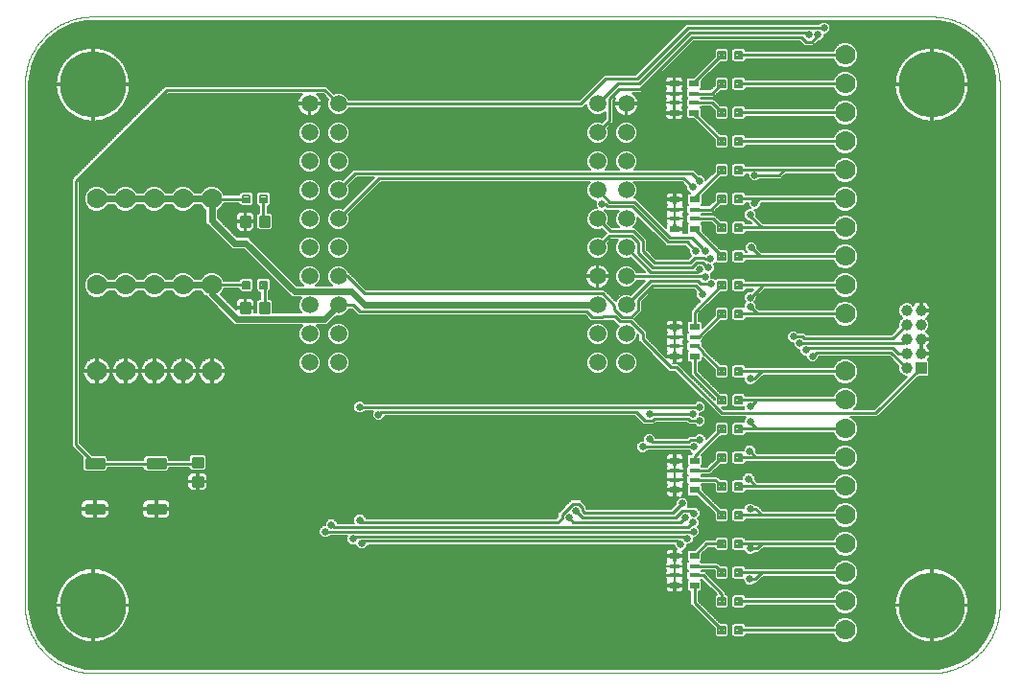
<source format=gtl>
G75*
%MOIN*%
%OFA0B0*%
%FSLAX25Y25*%
%IPPOS*%
%LPD*%
%AMOC8*
5,1,8,0,0,1.08239X$1,22.5*
%
%ADD10C,0.00300*%
%ADD11C,0.00984*%
%ADD12C,0.07000*%
%ADD13C,0.23000*%
%ADD14C,0.00787*%
%ADD15C,0.05906*%
%ADD16R,0.03937X0.03937*%
%ADD17C,0.03937*%
%ADD18R,0.03445X0.02362*%
%ADD19R,0.03740X0.01575*%
%ADD20C,0.02400*%
%ADD21C,0.01000*%
%ADD22C,0.02578*%
%ADD23C,0.00600*%
D10*
X0024922Y0001300D02*
X0316261Y0001300D01*
X0316832Y0001307D01*
X0317402Y0001328D01*
X0317972Y0001362D01*
X0318541Y0001410D01*
X0319108Y0001472D01*
X0319674Y0001548D01*
X0320238Y0001637D01*
X0320799Y0001740D01*
X0321358Y0001857D01*
X0321914Y0001986D01*
X0322467Y0002130D01*
X0323016Y0002286D01*
X0323561Y0002456D01*
X0324101Y0002639D01*
X0324637Y0002835D01*
X0325169Y0003044D01*
X0325695Y0003266D01*
X0326215Y0003500D01*
X0326730Y0003747D01*
X0327239Y0004006D01*
X0327741Y0004277D01*
X0328236Y0004561D01*
X0328725Y0004856D01*
X0329206Y0005163D01*
X0329680Y0005481D01*
X0330146Y0005811D01*
X0330603Y0006152D01*
X0331053Y0006505D01*
X0331493Y0006867D01*
X0331925Y0007241D01*
X0332348Y0007624D01*
X0332761Y0008018D01*
X0333165Y0008422D01*
X0333559Y0008835D01*
X0333942Y0009258D01*
X0334316Y0009690D01*
X0334678Y0010130D01*
X0335031Y0010580D01*
X0335372Y0011037D01*
X0335702Y0011503D01*
X0336020Y0011977D01*
X0336327Y0012458D01*
X0336622Y0012947D01*
X0336906Y0013442D01*
X0337177Y0013944D01*
X0337436Y0014453D01*
X0337683Y0014968D01*
X0337917Y0015488D01*
X0338139Y0016014D01*
X0338348Y0016546D01*
X0338544Y0017082D01*
X0338727Y0017622D01*
X0338897Y0018167D01*
X0339053Y0018716D01*
X0339197Y0019269D01*
X0339326Y0019825D01*
X0339443Y0020384D01*
X0339546Y0020945D01*
X0339635Y0021509D01*
X0339711Y0022075D01*
X0339773Y0022642D01*
X0339821Y0023211D01*
X0339855Y0023781D01*
X0339876Y0024351D01*
X0339883Y0024922D01*
X0339883Y0206024D01*
X0339876Y0206595D01*
X0339855Y0207165D01*
X0339821Y0207735D01*
X0339773Y0208304D01*
X0339711Y0208871D01*
X0339635Y0209437D01*
X0339546Y0210001D01*
X0339443Y0210562D01*
X0339326Y0211121D01*
X0339197Y0211677D01*
X0339053Y0212230D01*
X0338897Y0212779D01*
X0338727Y0213324D01*
X0338544Y0213864D01*
X0338348Y0214400D01*
X0338139Y0214932D01*
X0337917Y0215458D01*
X0337683Y0215978D01*
X0337436Y0216493D01*
X0337177Y0217002D01*
X0336906Y0217504D01*
X0336622Y0217999D01*
X0336327Y0218488D01*
X0336020Y0218969D01*
X0335702Y0219443D01*
X0335372Y0219909D01*
X0335031Y0220366D01*
X0334678Y0220816D01*
X0334316Y0221256D01*
X0333942Y0221688D01*
X0333559Y0222111D01*
X0333165Y0222524D01*
X0332761Y0222928D01*
X0332348Y0223322D01*
X0331925Y0223705D01*
X0331493Y0224079D01*
X0331053Y0224441D01*
X0330603Y0224794D01*
X0330146Y0225135D01*
X0329680Y0225465D01*
X0329206Y0225783D01*
X0328725Y0226090D01*
X0328236Y0226385D01*
X0327741Y0226669D01*
X0327239Y0226940D01*
X0326730Y0227199D01*
X0326215Y0227446D01*
X0325695Y0227680D01*
X0325169Y0227902D01*
X0324637Y0228111D01*
X0324101Y0228307D01*
X0323561Y0228490D01*
X0323016Y0228660D01*
X0322467Y0228816D01*
X0321914Y0228960D01*
X0321358Y0229089D01*
X0320799Y0229206D01*
X0320238Y0229309D01*
X0319674Y0229398D01*
X0319108Y0229474D01*
X0318541Y0229536D01*
X0317972Y0229584D01*
X0317402Y0229618D01*
X0316832Y0229639D01*
X0316261Y0229646D01*
X0024922Y0229646D01*
X0024351Y0229639D01*
X0023781Y0229618D01*
X0023211Y0229584D01*
X0022642Y0229536D01*
X0022075Y0229474D01*
X0021509Y0229398D01*
X0020945Y0229309D01*
X0020384Y0229206D01*
X0019825Y0229089D01*
X0019269Y0228960D01*
X0018716Y0228816D01*
X0018167Y0228660D01*
X0017622Y0228490D01*
X0017082Y0228307D01*
X0016546Y0228111D01*
X0016014Y0227902D01*
X0015488Y0227680D01*
X0014968Y0227446D01*
X0014453Y0227199D01*
X0013944Y0226940D01*
X0013442Y0226669D01*
X0012947Y0226385D01*
X0012458Y0226090D01*
X0011977Y0225783D01*
X0011503Y0225465D01*
X0011037Y0225135D01*
X0010580Y0224794D01*
X0010130Y0224441D01*
X0009690Y0224079D01*
X0009258Y0223705D01*
X0008835Y0223322D01*
X0008422Y0222928D01*
X0008018Y0222524D01*
X0007624Y0222111D01*
X0007241Y0221688D01*
X0006867Y0221256D01*
X0006505Y0220816D01*
X0006152Y0220366D01*
X0005811Y0219909D01*
X0005481Y0219443D01*
X0005163Y0218969D01*
X0004856Y0218488D01*
X0004561Y0217999D01*
X0004277Y0217504D01*
X0004006Y0217002D01*
X0003747Y0216493D01*
X0003500Y0215978D01*
X0003266Y0215458D01*
X0003044Y0214932D01*
X0002835Y0214400D01*
X0002639Y0213864D01*
X0002456Y0213324D01*
X0002286Y0212779D01*
X0002130Y0212230D01*
X0001986Y0211677D01*
X0001857Y0211121D01*
X0001740Y0210562D01*
X0001637Y0210001D01*
X0001548Y0209437D01*
X0001472Y0208871D01*
X0001410Y0208304D01*
X0001362Y0207735D01*
X0001328Y0207165D01*
X0001307Y0206595D01*
X0001300Y0206024D01*
X0001300Y0024922D01*
X0001307Y0024351D01*
X0001328Y0023781D01*
X0001362Y0023211D01*
X0001410Y0022642D01*
X0001472Y0022075D01*
X0001548Y0021509D01*
X0001637Y0020945D01*
X0001740Y0020384D01*
X0001857Y0019825D01*
X0001986Y0019269D01*
X0002130Y0018716D01*
X0002286Y0018167D01*
X0002456Y0017622D01*
X0002639Y0017082D01*
X0002835Y0016546D01*
X0003044Y0016014D01*
X0003266Y0015488D01*
X0003500Y0014968D01*
X0003747Y0014453D01*
X0004006Y0013944D01*
X0004277Y0013442D01*
X0004561Y0012947D01*
X0004856Y0012458D01*
X0005163Y0011977D01*
X0005481Y0011503D01*
X0005811Y0011037D01*
X0006152Y0010580D01*
X0006505Y0010130D01*
X0006867Y0009690D01*
X0007241Y0009258D01*
X0007624Y0008835D01*
X0008018Y0008422D01*
X0008422Y0008018D01*
X0008835Y0007624D01*
X0009258Y0007241D01*
X0009690Y0006867D01*
X0010130Y0006505D01*
X0010580Y0006152D01*
X0011037Y0005811D01*
X0011503Y0005481D01*
X0011977Y0005163D01*
X0012458Y0004856D01*
X0012947Y0004561D01*
X0013442Y0004277D01*
X0013944Y0004006D01*
X0014453Y0003747D01*
X0014968Y0003500D01*
X0015488Y0003266D01*
X0016014Y0003044D01*
X0016546Y0002835D01*
X0017082Y0002639D01*
X0017622Y0002456D01*
X0018167Y0002286D01*
X0018716Y0002130D01*
X0019269Y0001986D01*
X0019825Y0001857D01*
X0020384Y0001740D01*
X0020945Y0001637D01*
X0021509Y0001548D01*
X0022075Y0001472D01*
X0022642Y0001410D01*
X0023211Y0001362D01*
X0023781Y0001328D01*
X0024351Y0001307D01*
X0024922Y0001300D01*
D11*
X0022619Y0056950D02*
X0028721Y0056950D01*
X0022619Y0056950D02*
X0022619Y0059902D01*
X0028721Y0059902D01*
X0028721Y0056950D01*
X0028721Y0057885D02*
X0022619Y0057885D01*
X0022619Y0058820D02*
X0028721Y0058820D01*
X0028721Y0059755D02*
X0022619Y0059755D01*
X0022619Y0072698D02*
X0028721Y0072698D01*
X0022619Y0072698D02*
X0022619Y0075650D01*
X0028721Y0075650D01*
X0028721Y0072698D01*
X0028721Y0073633D02*
X0022619Y0073633D01*
X0022619Y0074568D02*
X0028721Y0074568D01*
X0028721Y0075503D02*
X0022619Y0075503D01*
X0043879Y0072698D02*
X0049981Y0072698D01*
X0043879Y0072698D02*
X0043879Y0075650D01*
X0049981Y0075650D01*
X0049981Y0072698D01*
X0049981Y0073633D02*
X0043879Y0073633D01*
X0043879Y0074568D02*
X0049981Y0074568D01*
X0049981Y0075503D02*
X0043879Y0075503D01*
X0059627Y0076122D02*
X0059627Y0073170D01*
X0059627Y0076122D02*
X0062973Y0076122D01*
X0062973Y0073170D01*
X0059627Y0073170D01*
X0059627Y0074105D02*
X0062973Y0074105D01*
X0062973Y0075040D02*
X0059627Y0075040D01*
X0059627Y0075975D02*
X0062973Y0075975D01*
X0059627Y0069430D02*
X0059627Y0066478D01*
X0059627Y0069430D02*
X0062973Y0069430D01*
X0062973Y0066478D01*
X0059627Y0066478D01*
X0059627Y0067413D02*
X0062973Y0067413D01*
X0062973Y0068348D02*
X0059627Y0068348D01*
X0059627Y0069283D02*
X0062973Y0069283D01*
X0049981Y0056950D02*
X0043879Y0056950D01*
X0043879Y0059902D01*
X0049981Y0059902D01*
X0049981Y0056950D01*
X0049981Y0057885D02*
X0043879Y0057885D01*
X0043879Y0058820D02*
X0049981Y0058820D01*
X0049981Y0059755D02*
X0043879Y0059755D01*
X0076399Y0126792D02*
X0079351Y0126792D01*
X0076399Y0126792D02*
X0076399Y0130138D01*
X0079351Y0130138D01*
X0079351Y0126792D01*
X0079351Y0127727D02*
X0076399Y0127727D01*
X0076399Y0128662D02*
X0079351Y0128662D01*
X0079351Y0129597D02*
X0076399Y0129597D01*
X0083092Y0126792D02*
X0086044Y0126792D01*
X0083092Y0126792D02*
X0083092Y0130138D01*
X0086044Y0130138D01*
X0086044Y0126792D01*
X0086044Y0127727D02*
X0083092Y0127727D01*
X0083092Y0128662D02*
X0086044Y0128662D01*
X0086044Y0129597D02*
X0083092Y0129597D01*
X0083092Y0156714D02*
X0086044Y0156714D01*
X0083092Y0156714D02*
X0083092Y0160060D01*
X0086044Y0160060D01*
X0086044Y0156714D01*
X0086044Y0157649D02*
X0083092Y0157649D01*
X0083092Y0158584D02*
X0086044Y0158584D01*
X0086044Y0159519D02*
X0083092Y0159519D01*
X0079351Y0156714D02*
X0076399Y0156714D01*
X0076399Y0160060D01*
X0079351Y0160060D01*
X0079351Y0156714D01*
X0079351Y0157649D02*
X0076399Y0157649D01*
X0076399Y0158584D02*
X0079351Y0158584D01*
X0079351Y0159519D02*
X0076399Y0159519D01*
D12*
X0066300Y0166300D03*
X0056300Y0166300D03*
X0046300Y0166300D03*
X0036300Y0166300D03*
X0026300Y0166300D03*
X0026300Y0136300D03*
X0036300Y0136300D03*
X0046300Y0136300D03*
X0056300Y0136300D03*
X0066300Y0136300D03*
X0066300Y0106300D03*
X0056300Y0106300D03*
X0046300Y0106300D03*
X0036300Y0106300D03*
X0026300Y0106300D03*
X0286300Y0106300D03*
X0286300Y0096300D03*
X0286300Y0086300D03*
X0286300Y0076300D03*
X0286300Y0066300D03*
X0286300Y0056300D03*
X0286300Y0046300D03*
X0286300Y0036300D03*
X0286300Y0026300D03*
X0286300Y0016300D03*
X0286300Y0126300D03*
X0286300Y0136300D03*
X0286300Y0146300D03*
X0286300Y0156300D03*
X0286300Y0166300D03*
X0286300Y0176300D03*
X0286300Y0186300D03*
X0286300Y0196300D03*
X0286300Y0206300D03*
X0286300Y0216300D03*
D13*
X0316261Y0206024D03*
X0316261Y0024922D03*
X0024922Y0024922D03*
X0024922Y0206024D03*
D14*
X0077087Y0165079D02*
X0079451Y0165079D01*
X0077087Y0165079D02*
X0077087Y0167443D01*
X0079451Y0167443D01*
X0079451Y0165079D01*
X0079451Y0165827D02*
X0077087Y0165827D01*
X0077087Y0166575D02*
X0079451Y0166575D01*
X0079451Y0167323D02*
X0077087Y0167323D01*
X0082992Y0165079D02*
X0085356Y0165079D01*
X0082992Y0165079D02*
X0082992Y0167443D01*
X0085356Y0167443D01*
X0085356Y0165079D01*
X0085356Y0165827D02*
X0082992Y0165827D01*
X0082992Y0166575D02*
X0085356Y0166575D01*
X0085356Y0167323D02*
X0082992Y0167323D01*
X0082992Y0135157D02*
X0085356Y0135157D01*
X0082992Y0135157D02*
X0082992Y0137521D01*
X0085356Y0137521D01*
X0085356Y0135157D01*
X0085356Y0135905D02*
X0082992Y0135905D01*
X0082992Y0136653D02*
X0085356Y0136653D01*
X0085356Y0137401D02*
X0082992Y0137401D01*
X0079451Y0135157D02*
X0077087Y0135157D01*
X0077087Y0137521D01*
X0079451Y0137521D01*
X0079451Y0135157D01*
X0079451Y0135905D02*
X0077087Y0135905D01*
X0077087Y0136653D02*
X0079451Y0136653D01*
X0079451Y0137401D02*
X0077087Y0137401D01*
X0242165Y0137482D02*
X0244529Y0137482D01*
X0244529Y0135118D01*
X0242165Y0135118D01*
X0242165Y0137482D01*
X0242165Y0135866D02*
X0244529Y0135866D01*
X0244529Y0136614D02*
X0242165Y0136614D01*
X0242165Y0137362D02*
X0244529Y0137362D01*
X0248071Y0137482D02*
X0250435Y0137482D01*
X0250435Y0135118D01*
X0248071Y0135118D01*
X0248071Y0137482D01*
X0248071Y0135866D02*
X0250435Y0135866D01*
X0250435Y0136614D02*
X0248071Y0136614D01*
X0248071Y0137362D02*
X0250435Y0137362D01*
X0250435Y0147482D02*
X0248071Y0147482D01*
X0250435Y0147482D02*
X0250435Y0145118D01*
X0248071Y0145118D01*
X0248071Y0147482D01*
X0248071Y0145866D02*
X0250435Y0145866D01*
X0250435Y0146614D02*
X0248071Y0146614D01*
X0248071Y0147362D02*
X0250435Y0147362D01*
X0244529Y0147482D02*
X0242165Y0147482D01*
X0244529Y0147482D02*
X0244529Y0145118D01*
X0242165Y0145118D01*
X0242165Y0147482D01*
X0242165Y0145866D02*
X0244529Y0145866D01*
X0244529Y0146614D02*
X0242165Y0146614D01*
X0242165Y0147362D02*
X0244529Y0147362D01*
X0244529Y0157482D02*
X0242165Y0157482D01*
X0244529Y0157482D02*
X0244529Y0155118D01*
X0242165Y0155118D01*
X0242165Y0157482D01*
X0242165Y0155866D02*
X0244529Y0155866D01*
X0244529Y0156614D02*
X0242165Y0156614D01*
X0242165Y0157362D02*
X0244529Y0157362D01*
X0248071Y0157482D02*
X0250435Y0157482D01*
X0250435Y0155118D01*
X0248071Y0155118D01*
X0248071Y0157482D01*
X0248071Y0155866D02*
X0250435Y0155866D01*
X0250435Y0156614D02*
X0248071Y0156614D01*
X0248071Y0157362D02*
X0250435Y0157362D01*
X0250435Y0167482D02*
X0248071Y0167482D01*
X0250435Y0167482D02*
X0250435Y0165118D01*
X0248071Y0165118D01*
X0248071Y0167482D01*
X0248071Y0165866D02*
X0250435Y0165866D01*
X0250435Y0166614D02*
X0248071Y0166614D01*
X0248071Y0167362D02*
X0250435Y0167362D01*
X0244529Y0167482D02*
X0242165Y0167482D01*
X0244529Y0167482D02*
X0244529Y0165118D01*
X0242165Y0165118D01*
X0242165Y0167482D01*
X0242165Y0165866D02*
X0244529Y0165866D01*
X0244529Y0166614D02*
X0242165Y0166614D01*
X0242165Y0167362D02*
X0244529Y0167362D01*
X0244529Y0177482D02*
X0242165Y0177482D01*
X0244529Y0177482D02*
X0244529Y0175118D01*
X0242165Y0175118D01*
X0242165Y0177482D01*
X0242165Y0175866D02*
X0244529Y0175866D01*
X0244529Y0176614D02*
X0242165Y0176614D01*
X0242165Y0177362D02*
X0244529Y0177362D01*
X0248071Y0177482D02*
X0250435Y0177482D01*
X0250435Y0175118D01*
X0248071Y0175118D01*
X0248071Y0177482D01*
X0248071Y0175866D02*
X0250435Y0175866D01*
X0250435Y0176614D02*
X0248071Y0176614D01*
X0248071Y0177362D02*
X0250435Y0177362D01*
X0250435Y0187482D02*
X0248071Y0187482D01*
X0250435Y0187482D02*
X0250435Y0185118D01*
X0248071Y0185118D01*
X0248071Y0187482D01*
X0248071Y0185866D02*
X0250435Y0185866D01*
X0250435Y0186614D02*
X0248071Y0186614D01*
X0248071Y0187362D02*
X0250435Y0187362D01*
X0244529Y0187482D02*
X0242165Y0187482D01*
X0244529Y0187482D02*
X0244529Y0185118D01*
X0242165Y0185118D01*
X0242165Y0187482D01*
X0242165Y0185866D02*
X0244529Y0185866D01*
X0244529Y0186614D02*
X0242165Y0186614D01*
X0242165Y0187362D02*
X0244529Y0187362D01*
X0244529Y0197482D02*
X0242165Y0197482D01*
X0244529Y0197482D02*
X0244529Y0195118D01*
X0242165Y0195118D01*
X0242165Y0197482D01*
X0242165Y0195866D02*
X0244529Y0195866D01*
X0244529Y0196614D02*
X0242165Y0196614D01*
X0242165Y0197362D02*
X0244529Y0197362D01*
X0248071Y0197482D02*
X0250435Y0197482D01*
X0250435Y0195118D01*
X0248071Y0195118D01*
X0248071Y0197482D01*
X0248071Y0195866D02*
X0250435Y0195866D01*
X0250435Y0196614D02*
X0248071Y0196614D01*
X0248071Y0197362D02*
X0250435Y0197362D01*
X0250435Y0207482D02*
X0248071Y0207482D01*
X0250435Y0207482D02*
X0250435Y0205118D01*
X0248071Y0205118D01*
X0248071Y0207482D01*
X0248071Y0205866D02*
X0250435Y0205866D01*
X0250435Y0206614D02*
X0248071Y0206614D01*
X0248071Y0207362D02*
X0250435Y0207362D01*
X0244529Y0207482D02*
X0242165Y0207482D01*
X0244529Y0207482D02*
X0244529Y0205118D01*
X0242165Y0205118D01*
X0242165Y0207482D01*
X0242165Y0205866D02*
X0244529Y0205866D01*
X0244529Y0206614D02*
X0242165Y0206614D01*
X0242165Y0207362D02*
X0244529Y0207362D01*
X0244529Y0217482D02*
X0242165Y0217482D01*
X0244529Y0217482D02*
X0244529Y0215118D01*
X0242165Y0215118D01*
X0242165Y0217482D01*
X0242165Y0215866D02*
X0244529Y0215866D01*
X0244529Y0216614D02*
X0242165Y0216614D01*
X0242165Y0217362D02*
X0244529Y0217362D01*
X0248071Y0217482D02*
X0250435Y0217482D01*
X0250435Y0215118D01*
X0248071Y0215118D01*
X0248071Y0217482D01*
X0248071Y0215866D02*
X0250435Y0215866D01*
X0250435Y0216614D02*
X0248071Y0216614D01*
X0248071Y0217362D02*
X0250435Y0217362D01*
X0250435Y0127482D02*
X0248071Y0127482D01*
X0250435Y0127482D02*
X0250435Y0125118D01*
X0248071Y0125118D01*
X0248071Y0127482D01*
X0248071Y0125866D02*
X0250435Y0125866D01*
X0250435Y0126614D02*
X0248071Y0126614D01*
X0248071Y0127362D02*
X0250435Y0127362D01*
X0244529Y0127482D02*
X0242165Y0127482D01*
X0244529Y0127482D02*
X0244529Y0125118D01*
X0242165Y0125118D01*
X0242165Y0127482D01*
X0242165Y0125866D02*
X0244529Y0125866D01*
X0244529Y0126614D02*
X0242165Y0126614D01*
X0242165Y0127362D02*
X0244529Y0127362D01*
X0244529Y0107482D02*
X0242165Y0107482D01*
X0244529Y0107482D02*
X0244529Y0105118D01*
X0242165Y0105118D01*
X0242165Y0107482D01*
X0242165Y0105866D02*
X0244529Y0105866D01*
X0244529Y0106614D02*
X0242165Y0106614D01*
X0242165Y0107362D02*
X0244529Y0107362D01*
X0248071Y0107482D02*
X0250435Y0107482D01*
X0250435Y0105118D01*
X0248071Y0105118D01*
X0248071Y0107482D01*
X0248071Y0105866D02*
X0250435Y0105866D01*
X0250435Y0106614D02*
X0248071Y0106614D01*
X0248071Y0107362D02*
X0250435Y0107362D01*
X0250435Y0097482D02*
X0248071Y0097482D01*
X0250435Y0097482D02*
X0250435Y0095118D01*
X0248071Y0095118D01*
X0248071Y0097482D01*
X0248071Y0095866D02*
X0250435Y0095866D01*
X0250435Y0096614D02*
X0248071Y0096614D01*
X0248071Y0097362D02*
X0250435Y0097362D01*
X0244529Y0097482D02*
X0242165Y0097482D01*
X0244529Y0097482D02*
X0244529Y0095118D01*
X0242165Y0095118D01*
X0242165Y0097482D01*
X0242165Y0095866D02*
X0244529Y0095866D01*
X0244529Y0096614D02*
X0242165Y0096614D01*
X0242165Y0097362D02*
X0244529Y0097362D01*
X0244529Y0087482D02*
X0242165Y0087482D01*
X0244529Y0087482D02*
X0244529Y0085118D01*
X0242165Y0085118D01*
X0242165Y0087482D01*
X0242165Y0085866D02*
X0244529Y0085866D01*
X0244529Y0086614D02*
X0242165Y0086614D01*
X0242165Y0087362D02*
X0244529Y0087362D01*
X0248071Y0087482D02*
X0250435Y0087482D01*
X0250435Y0085118D01*
X0248071Y0085118D01*
X0248071Y0087482D01*
X0248071Y0085866D02*
X0250435Y0085866D01*
X0250435Y0086614D02*
X0248071Y0086614D01*
X0248071Y0087362D02*
X0250435Y0087362D01*
X0250435Y0077482D02*
X0248071Y0077482D01*
X0250435Y0077482D02*
X0250435Y0075118D01*
X0248071Y0075118D01*
X0248071Y0077482D01*
X0248071Y0075866D02*
X0250435Y0075866D01*
X0250435Y0076614D02*
X0248071Y0076614D01*
X0248071Y0077362D02*
X0250435Y0077362D01*
X0244529Y0077482D02*
X0242165Y0077482D01*
X0244529Y0077482D02*
X0244529Y0075118D01*
X0242165Y0075118D01*
X0242165Y0077482D01*
X0242165Y0075866D02*
X0244529Y0075866D01*
X0244529Y0076614D02*
X0242165Y0076614D01*
X0242165Y0077362D02*
X0244529Y0077362D01*
X0244529Y0067482D02*
X0242165Y0067482D01*
X0244529Y0067482D02*
X0244529Y0065118D01*
X0242165Y0065118D01*
X0242165Y0067482D01*
X0242165Y0065866D02*
X0244529Y0065866D01*
X0244529Y0066614D02*
X0242165Y0066614D01*
X0242165Y0067362D02*
X0244529Y0067362D01*
X0248071Y0067482D02*
X0250435Y0067482D01*
X0250435Y0065118D01*
X0248071Y0065118D01*
X0248071Y0067482D01*
X0248071Y0065866D02*
X0250435Y0065866D01*
X0250435Y0066614D02*
X0248071Y0066614D01*
X0248071Y0067362D02*
X0250435Y0067362D01*
X0250435Y0057482D02*
X0248071Y0057482D01*
X0250435Y0057482D02*
X0250435Y0055118D01*
X0248071Y0055118D01*
X0248071Y0057482D01*
X0248071Y0055866D02*
X0250435Y0055866D01*
X0250435Y0056614D02*
X0248071Y0056614D01*
X0248071Y0057362D02*
X0250435Y0057362D01*
X0244529Y0057482D02*
X0242165Y0057482D01*
X0244529Y0057482D02*
X0244529Y0055118D01*
X0242165Y0055118D01*
X0242165Y0057482D01*
X0242165Y0055866D02*
X0244529Y0055866D01*
X0244529Y0056614D02*
X0242165Y0056614D01*
X0242165Y0057362D02*
X0244529Y0057362D01*
X0244529Y0047482D02*
X0242165Y0047482D01*
X0244529Y0047482D02*
X0244529Y0045118D01*
X0242165Y0045118D01*
X0242165Y0047482D01*
X0242165Y0045866D02*
X0244529Y0045866D01*
X0244529Y0046614D02*
X0242165Y0046614D01*
X0242165Y0047362D02*
X0244529Y0047362D01*
X0248071Y0047482D02*
X0250435Y0047482D01*
X0250435Y0045118D01*
X0248071Y0045118D01*
X0248071Y0047482D01*
X0248071Y0045866D02*
X0250435Y0045866D01*
X0250435Y0046614D02*
X0248071Y0046614D01*
X0248071Y0047362D02*
X0250435Y0047362D01*
X0250435Y0037482D02*
X0248071Y0037482D01*
X0250435Y0037482D02*
X0250435Y0035118D01*
X0248071Y0035118D01*
X0248071Y0037482D01*
X0248071Y0035866D02*
X0250435Y0035866D01*
X0250435Y0036614D02*
X0248071Y0036614D01*
X0248071Y0037362D02*
X0250435Y0037362D01*
X0244529Y0037482D02*
X0242165Y0037482D01*
X0244529Y0037482D02*
X0244529Y0035118D01*
X0242165Y0035118D01*
X0242165Y0037482D01*
X0242165Y0035866D02*
X0244529Y0035866D01*
X0244529Y0036614D02*
X0242165Y0036614D01*
X0242165Y0037362D02*
X0244529Y0037362D01*
X0244529Y0027482D02*
X0242165Y0027482D01*
X0244529Y0027482D02*
X0244529Y0025118D01*
X0242165Y0025118D01*
X0242165Y0027482D01*
X0242165Y0025866D02*
X0244529Y0025866D01*
X0244529Y0026614D02*
X0242165Y0026614D01*
X0242165Y0027362D02*
X0244529Y0027362D01*
X0248071Y0027482D02*
X0250435Y0027482D01*
X0250435Y0025118D01*
X0248071Y0025118D01*
X0248071Y0027482D01*
X0248071Y0025866D02*
X0250435Y0025866D01*
X0250435Y0026614D02*
X0248071Y0026614D01*
X0248071Y0027362D02*
X0250435Y0027362D01*
X0250435Y0017482D02*
X0248071Y0017482D01*
X0250435Y0017482D02*
X0250435Y0015118D01*
X0248071Y0015118D01*
X0248071Y0017482D01*
X0248071Y0015866D02*
X0250435Y0015866D01*
X0250435Y0016614D02*
X0248071Y0016614D01*
X0248071Y0017362D02*
X0250435Y0017362D01*
X0244529Y0017482D02*
X0242165Y0017482D01*
X0244529Y0017482D02*
X0244529Y0015118D01*
X0242165Y0015118D01*
X0242165Y0017482D01*
X0242165Y0015866D02*
X0244529Y0015866D01*
X0244529Y0016614D02*
X0242165Y0016614D01*
X0242165Y0017362D02*
X0244529Y0017362D01*
D15*
X0210190Y0109300D03*
X0200190Y0109300D03*
X0200190Y0119300D03*
X0210190Y0119300D03*
X0210190Y0129300D03*
X0200190Y0129300D03*
X0200190Y0139300D03*
X0210190Y0139300D03*
X0210190Y0149300D03*
X0200190Y0149300D03*
X0200190Y0159300D03*
X0210190Y0159300D03*
X0210190Y0169300D03*
X0200190Y0169300D03*
X0200190Y0179300D03*
X0210190Y0179300D03*
X0210190Y0189300D03*
X0200190Y0189300D03*
X0200190Y0199300D03*
X0210190Y0199300D03*
X0110190Y0199300D03*
X0100190Y0199300D03*
X0100190Y0189300D03*
X0110190Y0189300D03*
X0110190Y0179300D03*
X0100190Y0179300D03*
X0100190Y0169300D03*
X0110190Y0169300D03*
X0110190Y0159300D03*
X0100190Y0159300D03*
X0100190Y0149300D03*
X0110190Y0149300D03*
X0110190Y0139300D03*
X0100190Y0139300D03*
X0100190Y0129300D03*
X0110190Y0129300D03*
X0110190Y0119300D03*
X0100190Y0119300D03*
X0100190Y0109300D03*
X0110190Y0109300D03*
D16*
X0312560Y0107442D03*
D17*
X0307560Y0107442D03*
X0307560Y0112442D03*
X0312560Y0112442D03*
X0312560Y0117442D03*
X0307560Y0117442D03*
X0307560Y0122442D03*
X0312560Y0122442D03*
X0312560Y0127442D03*
X0307560Y0127442D03*
D18*
X0233934Y0121749D03*
X0227044Y0121749D03*
X0227044Y0111513D03*
X0233934Y0111513D03*
X0233934Y0075221D03*
X0227044Y0075221D03*
X0227044Y0064985D03*
X0233934Y0064985D03*
X0233871Y0042009D03*
X0226981Y0042009D03*
X0226981Y0031772D03*
X0233871Y0031772D03*
X0233934Y0155851D03*
X0227044Y0155851D03*
X0227044Y0166087D03*
X0233934Y0166087D03*
X0233745Y0196182D03*
X0226855Y0196182D03*
X0226855Y0206418D03*
X0233745Y0206418D03*
D19*
X0233745Y0202875D03*
X0233745Y0199725D03*
X0226855Y0199725D03*
X0226855Y0202875D03*
X0227044Y0162544D03*
X0227044Y0159394D03*
X0233934Y0159394D03*
X0233934Y0162544D03*
X0233934Y0118206D03*
X0233934Y0115056D03*
X0227044Y0115056D03*
X0227044Y0118206D03*
X0227044Y0071678D03*
X0227044Y0068528D03*
X0233934Y0068528D03*
X0233934Y0071678D03*
X0233871Y0038465D03*
X0233871Y0035316D03*
X0226981Y0035316D03*
X0226981Y0038465D03*
D20*
X0110190Y0129300D02*
X0105390Y0124500D01*
X0074950Y0124500D01*
X0066300Y0133150D01*
X0066300Y0136300D01*
X0056300Y0136300D01*
X0046300Y0136300D01*
X0036300Y0136300D01*
X0026300Y0136300D01*
X0026300Y0166300D02*
X0036300Y0166300D01*
X0046300Y0166300D01*
X0056300Y0166300D01*
X0066300Y0166300D01*
X0066261Y0166261D01*
X0066261Y0158780D01*
X0074135Y0150906D01*
X0078072Y0150906D01*
X0094925Y0134053D01*
X0114610Y0134053D01*
X0119363Y0129300D01*
X0200190Y0129300D01*
D21*
X0196466Y0127000D02*
X0174813Y0127000D01*
X0174528Y0127000D01*
X0117726Y0127000D01*
X0115426Y0129300D01*
X0110190Y0129300D01*
X0119247Y0133353D02*
X0113300Y0139300D01*
X0110190Y0139300D01*
X0119247Y0133353D02*
X0201924Y0133353D01*
X0206024Y0129253D01*
X0206024Y0127734D01*
X0208218Y0125541D01*
X0208511Y0125247D01*
X0211869Y0125247D01*
X0214243Y0127621D01*
X0214243Y0131090D01*
X0219253Y0136100D01*
X0234316Y0136100D01*
X0236622Y0133794D01*
X0236622Y0132953D01*
X0235972Y0136706D02*
X0234979Y0137700D01*
X0218590Y0137700D01*
X0210190Y0129300D01*
X0206180Y0125316D02*
X0201937Y0125316D01*
X0201869Y0125247D01*
X0198219Y0125247D01*
X0196466Y0127000D01*
X0206180Y0125316D02*
X0207849Y0123647D01*
X0211630Y0123647D01*
X0215867Y0119410D01*
X0215867Y0117442D01*
X0225709Y0107599D01*
X0227573Y0107599D01*
X0243473Y0091700D01*
X0296818Y0091700D01*
X0312560Y0107442D01*
X0307560Y0107442D02*
X0302133Y0112869D01*
X0276254Y0112869D01*
X0274922Y0111536D01*
X0272675Y0113783D02*
X0273360Y0114469D01*
X0302796Y0114469D01*
X0304823Y0112442D01*
X0307560Y0112442D01*
X0306187Y0116069D02*
X0273768Y0116069D01*
X0273664Y0116172D01*
X0271685Y0116172D01*
X0271544Y0116031D01*
X0270428Y0116031D01*
X0272064Y0117772D02*
X0274327Y0117772D01*
X0274431Y0117669D01*
X0302787Y0117669D01*
X0307560Y0122442D01*
X0307560Y0117442D02*
X0306187Y0116069D01*
X0286300Y0106300D02*
X0257206Y0106300D01*
X0254568Y0103662D01*
X0253269Y0103662D01*
X0257206Y0106300D02*
X0249253Y0106300D01*
X0243347Y0106300D02*
X0236756Y0112891D01*
X0236756Y0113149D01*
X0234850Y0115056D01*
X0233934Y0115056D01*
X0233934Y0118206D02*
X0235253Y0118206D01*
X0243347Y0126300D01*
X0249253Y0126300D02*
X0255697Y0126300D01*
X0253269Y0128728D01*
X0255697Y0126300D02*
X0286300Y0126300D01*
X0272064Y0117772D02*
X0271417Y0118420D01*
X0268322Y0118420D01*
X0268181Y0118278D01*
X0253269Y0131906D02*
X0257206Y0135843D01*
X0257206Y0136300D01*
X0286300Y0136300D01*
X0286300Y0146300D02*
X0256569Y0146300D01*
X0253585Y0149284D01*
X0256569Y0146300D02*
X0249253Y0146300D01*
X0243347Y0146300D02*
X0233934Y0155713D01*
X0233934Y0155851D01*
X0233025Y0152875D02*
X0225316Y0152875D01*
X0212943Y0165247D01*
X0204243Y0165247D01*
X0200190Y0169300D01*
X0201757Y0164355D02*
X0202872Y0164355D01*
X0203580Y0163647D01*
X0212281Y0163647D01*
X0224653Y0151275D01*
X0231246Y0151275D01*
X0234298Y0148223D01*
X0236687Y0148900D02*
X0236687Y0149213D01*
X0233025Y0152875D01*
X0236687Y0148900D02*
X0237520Y0148067D01*
X0237204Y0145678D02*
X0233900Y0145678D01*
X0232322Y0144100D01*
X0219916Y0144100D01*
X0215867Y0148149D01*
X0215867Y0151617D01*
X0212531Y0154953D01*
X0204537Y0154953D01*
X0200190Y0159300D01*
X0204243Y0153353D02*
X0211869Y0153353D01*
X0214243Y0150979D01*
X0214243Y0147510D01*
X0219253Y0142500D01*
X0232984Y0142500D01*
X0234562Y0144078D01*
X0236542Y0144078D01*
X0238346Y0142273D01*
X0238730Y0142273D01*
X0235552Y0141689D02*
X0234763Y0140900D01*
X0218590Y0140900D01*
X0210190Y0149300D01*
X0204243Y0153353D02*
X0200190Y0149300D01*
X0210190Y0139300D02*
X0237316Y0139300D01*
X0237520Y0139095D01*
X0235972Y0136706D02*
X0239626Y0136706D01*
X0243347Y0136300D02*
X0233934Y0126887D01*
X0233934Y0121749D01*
X0233934Y0111513D02*
X0233934Y0105713D01*
X0243347Y0096300D01*
X0249253Y0096300D02*
X0255237Y0096300D01*
X0255237Y0096057D01*
X0253269Y0094089D01*
X0255237Y0096300D02*
X0286300Y0096300D01*
X0286300Y0086300D02*
X0255237Y0086300D01*
X0253269Y0088269D01*
X0253269Y0088702D01*
X0255237Y0086300D02*
X0249253Y0086300D01*
X0243347Y0086300D02*
X0233934Y0076887D01*
X0233934Y0075221D01*
X0233934Y0071678D02*
X0238725Y0071678D01*
X0243347Y0076300D01*
X0249253Y0076300D02*
X0255237Y0076300D01*
X0253072Y0078465D01*
X0255237Y0076300D02*
X0286300Y0076300D01*
X0286300Y0066300D02*
X0255237Y0066300D01*
X0252717Y0068820D01*
X0252678Y0068820D01*
X0255237Y0066300D02*
X0249253Y0066300D01*
X0243347Y0066300D02*
X0241119Y0068528D01*
X0233934Y0068528D01*
X0233934Y0064985D02*
X0234662Y0064985D01*
X0243347Y0056300D01*
X0249253Y0056300D02*
X0257206Y0056300D01*
X0255119Y0058387D01*
X0253269Y0058387D01*
X0257206Y0056300D02*
X0286300Y0056300D01*
X0286300Y0046300D02*
X0257206Y0046300D01*
X0255513Y0044607D01*
X0253269Y0044607D01*
X0257206Y0046300D02*
X0249253Y0046300D01*
X0243347Y0046300D02*
X0238162Y0046300D01*
X0233871Y0042009D01*
X0233871Y0038465D02*
X0241182Y0038465D01*
X0243347Y0036300D01*
X0249253Y0036300D02*
X0257206Y0036300D01*
X0254883Y0033977D01*
X0253072Y0033977D01*
X0257206Y0036300D02*
X0286300Y0036300D01*
X0286300Y0026300D02*
X0249253Y0026300D01*
X0243347Y0026300D02*
X0243347Y0028780D01*
X0243426Y0028859D01*
X0236969Y0035316D01*
X0233871Y0035316D01*
X0233871Y0031772D02*
X0233871Y0025776D01*
X0243347Y0016300D01*
X0249253Y0016300D02*
X0286300Y0016300D01*
X0233583Y0050513D02*
X0105631Y0050513D01*
X0107736Y0052902D02*
X0108523Y0052114D01*
X0231806Y0052114D01*
X0233383Y0053691D01*
X0233690Y0056869D02*
X0232737Y0057822D01*
X0229642Y0057822D01*
X0227278Y0055458D01*
X0195173Y0055458D01*
X0192809Y0057822D01*
X0192665Y0057822D01*
X0195054Y0057840D02*
X0195836Y0057058D01*
X0226350Y0057058D01*
X0229646Y0060355D01*
X0230631Y0055433D02*
X0229056Y0053858D01*
X0191708Y0053858D01*
X0190276Y0055291D01*
X0187887Y0055262D02*
X0187887Y0056423D01*
X0191676Y0060211D01*
X0193655Y0060211D01*
X0195054Y0058812D01*
X0195054Y0057840D01*
X0187887Y0055262D02*
X0186339Y0053714D01*
X0118454Y0053714D01*
X0117665Y0054503D01*
X0116235Y0048913D02*
X0115276Y0047954D01*
X0116235Y0048913D02*
X0230689Y0048913D01*
X0231478Y0048124D01*
X0229089Y0046018D02*
X0227795Y0047313D01*
X0119130Y0047313D01*
X0118341Y0046524D01*
X0061300Y0074646D02*
X0060828Y0074174D01*
X0046930Y0074174D01*
X0025670Y0074174D01*
X0019017Y0080828D01*
X0019017Y0172560D01*
X0050513Y0204056D01*
X0105434Y0204056D01*
X0110190Y0199300D01*
X0194459Y0199300D01*
X0203151Y0207993D01*
X0213898Y0207993D01*
X0231615Y0225709D01*
X0278859Y0225709D01*
X0276754Y0223320D02*
X0275965Y0222531D01*
X0275965Y0222331D01*
X0274565Y0220931D01*
X0272586Y0220931D01*
X0271008Y0222509D01*
X0232940Y0222509D01*
X0214879Y0204448D01*
X0207601Y0204448D01*
X0204243Y0201090D01*
X0204243Y0193353D01*
X0200190Y0189300D01*
X0200190Y0199300D02*
X0207283Y0206393D01*
X0214561Y0206393D01*
X0232278Y0224109D01*
X0272787Y0224109D01*
X0273576Y0223320D01*
X0286300Y0216300D02*
X0249253Y0216300D01*
X0243347Y0216300D02*
X0233745Y0206698D01*
X0233745Y0206418D01*
X0233745Y0202875D02*
X0239922Y0202875D01*
X0243347Y0206300D01*
X0249253Y0206300D02*
X0286300Y0206300D01*
X0286300Y0196300D02*
X0249253Y0196300D01*
X0243347Y0196300D02*
X0239922Y0199725D01*
X0233745Y0199725D01*
X0233745Y0196182D02*
X0233745Y0195902D01*
X0243347Y0186300D01*
X0249253Y0186300D02*
X0286300Y0186300D01*
X0286300Y0176300D02*
X0265080Y0176300D01*
X0263308Y0174528D01*
X0254817Y0174528D01*
X0249253Y0176300D02*
X0265080Y0176300D01*
X0256431Y0166300D02*
X0249253Y0166300D01*
X0254817Y0164686D02*
X0256431Y0166300D01*
X0286300Y0166300D01*
X0286300Y0156300D02*
X0257206Y0156300D01*
X0253269Y0160237D01*
X0253269Y0160749D01*
X0257206Y0156300D02*
X0249253Y0156300D01*
X0243347Y0156300D02*
X0240253Y0159394D01*
X0233934Y0159394D01*
X0233934Y0162544D02*
X0239591Y0162544D01*
X0243347Y0166300D01*
X0233934Y0166087D02*
X0233934Y0166887D01*
X0243347Y0176300D01*
X0235552Y0172560D02*
X0232987Y0175124D01*
X0116014Y0175124D01*
X0110190Y0169300D01*
X0110190Y0159300D02*
X0124414Y0173524D01*
X0230093Y0173524D01*
X0233305Y0170313D01*
X0237204Y0145678D02*
X0237431Y0145451D01*
X0239489Y0145451D01*
X0249253Y0136300D02*
X0257206Y0136300D01*
X0235552Y0093820D02*
X0117665Y0093820D01*
X0124135Y0091261D02*
X0124922Y0092048D01*
X0213702Y0092048D01*
X0216708Y0089042D01*
X0219245Y0089042D01*
X0220034Y0089831D01*
X0231667Y0089831D01*
X0232456Y0089042D01*
X0235552Y0089042D01*
X0233447Y0091431D02*
X0218256Y0091431D01*
X0218256Y0082626D02*
X0219242Y0081640D01*
X0231832Y0081640D01*
X0232594Y0082402D01*
X0235675Y0082402D01*
X0235702Y0082429D01*
X0233557Y0080040D02*
X0215867Y0080040D01*
X0233557Y0080040D02*
X0233583Y0080013D01*
X0084568Y0128465D02*
X0084568Y0135946D01*
X0084174Y0136339D01*
X0078269Y0136339D02*
X0066339Y0136339D01*
X0066300Y0136300D01*
X0084568Y0158387D02*
X0084174Y0158780D01*
X0084174Y0166261D01*
X0078269Y0166261D02*
X0066339Y0166261D01*
X0066300Y0166300D01*
D22*
X0073544Y0163308D03*
X0089292Y0163111D03*
X0073741Y0133387D03*
X0091851Y0130631D03*
X0117665Y0093820D03*
X0124135Y0091261D03*
X0112127Y0055828D03*
X0107736Y0052902D03*
X0105631Y0050513D03*
X0110158Y0047954D03*
X0115276Y0047954D03*
X0118341Y0046524D03*
X0117665Y0054503D03*
X0055040Y0067639D03*
X0037324Y0057796D03*
X0029646Y0153269D03*
X0015080Y0156418D03*
X0190276Y0055291D03*
X0192665Y0057822D03*
X0222363Y0065670D03*
X0229646Y0060355D03*
X0230631Y0055433D03*
X0233383Y0053691D03*
X0233583Y0050513D03*
X0231478Y0048124D03*
X0229089Y0046018D03*
X0222363Y0042048D03*
X0222363Y0032206D03*
X0238111Y0028269D03*
X0253859Y0030237D03*
X0253072Y0033977D03*
X0255828Y0042048D03*
X0253269Y0044607D03*
X0253269Y0058387D03*
X0253859Y0063702D03*
X0252678Y0068820D03*
X0253859Y0073544D03*
X0253072Y0078465D03*
X0253859Y0083387D03*
X0253269Y0088702D03*
X0253269Y0094089D03*
X0244017Y0101103D03*
X0237324Y0107402D03*
X0231418Y0107402D03*
X0242048Y0116851D03*
X0237520Y0125906D03*
X0230237Y0126694D03*
X0236622Y0132953D03*
X0239626Y0136706D03*
X0237520Y0139095D03*
X0235552Y0141689D03*
X0238730Y0142273D03*
X0239489Y0145451D03*
X0237520Y0148067D03*
X0234298Y0148223D03*
X0239095Y0155040D03*
X0238702Y0166457D03*
X0233305Y0170313D03*
X0235552Y0172560D03*
X0227284Y0170788D03*
X0221969Y0161143D03*
X0221576Y0148544D03*
X0205040Y0161143D03*
X0201757Y0164355D03*
X0221379Y0196576D03*
X0221576Y0206418D03*
X0238505Y0196182D03*
X0238898Y0207402D03*
X0268820Y0219410D03*
X0273576Y0223320D03*
X0276754Y0223320D03*
X0278859Y0225709D03*
X0294410Y0209765D03*
X0254817Y0174528D03*
X0254817Y0164686D03*
X0253269Y0160749D03*
X0253585Y0149284D03*
X0253269Y0131906D03*
X0253269Y0128728D03*
X0268181Y0118278D03*
X0270428Y0116031D03*
X0272675Y0113783D03*
X0274922Y0111536D03*
X0264883Y0115867D03*
X0253269Y0103662D03*
X0235552Y0093820D03*
X0233447Y0091431D03*
X0235552Y0089042D03*
X0235702Y0082429D03*
X0233583Y0080013D03*
X0238308Y0075709D03*
X0238898Y0065473D03*
X0233690Y0056869D03*
X0222363Y0077481D03*
X0218256Y0082626D03*
X0215867Y0080040D03*
X0226300Y0085355D03*
X0218256Y0091431D03*
X0230237Y0097166D03*
X0222363Y0120788D03*
X0294410Y0121772D03*
X0294410Y0102087D03*
X0294410Y0035158D03*
X0253859Y0020394D03*
X0253859Y0012520D03*
X0238111Y0012520D03*
D23*
X0009244Y0009244D02*
X0006148Y0013126D01*
X0003994Y0017599D01*
X0002889Y0022440D01*
X0002750Y0024922D01*
X0002750Y0206024D01*
X0002889Y0208507D01*
X0003994Y0213347D01*
X0006148Y0217821D01*
X0009244Y0221702D01*
X0013126Y0224798D01*
X0017599Y0226952D01*
X0022440Y0228057D01*
X0024922Y0228196D01*
X0316261Y0228196D01*
X0318743Y0228057D01*
X0323584Y0226952D01*
X0328057Y0224798D01*
X0331939Y0221702D01*
X0335034Y0217821D01*
X0337188Y0213347D01*
X0338293Y0208507D01*
X0338433Y0206024D01*
X0338433Y0024922D01*
X0338293Y0022440D01*
X0337188Y0017599D01*
X0335034Y0013126D01*
X0331939Y0009244D01*
X0328057Y0006148D01*
X0323584Y0003994D01*
X0318743Y0002889D01*
X0316261Y0002750D01*
X0024922Y0002750D01*
X0022440Y0002889D01*
X0017599Y0003994D01*
X0013126Y0006148D01*
X0009244Y0009244D01*
X0009449Y0009081D02*
X0331734Y0009081D01*
X0332286Y0009679D02*
X0008897Y0009679D01*
X0008420Y0010278D02*
X0332763Y0010278D01*
X0333240Y0010876D02*
X0007942Y0010876D01*
X0007465Y0011475D02*
X0333718Y0011475D01*
X0334195Y0012073D02*
X0287593Y0012073D01*
X0287175Y0011900D02*
X0288792Y0012570D01*
X0290030Y0013808D01*
X0290700Y0015425D01*
X0290700Y0017175D01*
X0290030Y0018792D01*
X0288792Y0020030D01*
X0287175Y0020700D01*
X0285425Y0020700D01*
X0283808Y0020030D01*
X0282570Y0018792D01*
X0282117Y0017700D01*
X0251728Y0017700D01*
X0251728Y0018017D01*
X0250970Y0018775D01*
X0247536Y0018775D01*
X0246778Y0018017D01*
X0246778Y0014583D01*
X0247536Y0013825D01*
X0250970Y0013825D01*
X0251728Y0014583D01*
X0251728Y0014900D01*
X0282117Y0014900D01*
X0282570Y0013808D01*
X0283808Y0012570D01*
X0285425Y0011900D01*
X0287175Y0011900D01*
X0288894Y0012672D02*
X0312550Y0012672D01*
X0313147Y0012491D02*
X0314380Y0012245D01*
X0315632Y0012122D01*
X0315961Y0012122D01*
X0315961Y0024622D01*
X0316561Y0024622D01*
X0316561Y0025222D01*
X0329061Y0025222D01*
X0329061Y0025551D01*
X0328937Y0026802D01*
X0328692Y0028036D01*
X0328327Y0029239D01*
X0327846Y0030401D01*
X0327253Y0031510D01*
X0326554Y0032556D01*
X0325756Y0033528D01*
X0324867Y0034418D01*
X0323895Y0035215D01*
X0322849Y0035914D01*
X0321740Y0036507D01*
X0320578Y0036988D01*
X0319375Y0037353D01*
X0318141Y0037599D01*
X0316889Y0037722D01*
X0316561Y0037722D01*
X0316561Y0025222D01*
X0315961Y0025222D01*
X0315961Y0037722D01*
X0315632Y0037722D01*
X0314380Y0037599D01*
X0313147Y0037353D01*
X0311943Y0036988D01*
X0310781Y0036507D01*
X0309672Y0035914D01*
X0308626Y0035215D01*
X0307654Y0034418D01*
X0306765Y0033528D01*
X0305967Y0032556D01*
X0305268Y0031510D01*
X0304676Y0030401D01*
X0304194Y0029239D01*
X0303829Y0028036D01*
X0303584Y0026802D01*
X0303461Y0025551D01*
X0303461Y0025222D01*
X0315961Y0025222D01*
X0315961Y0024622D01*
X0303461Y0024622D01*
X0303461Y0024293D01*
X0303584Y0023042D01*
X0303829Y0021808D01*
X0304194Y0020605D01*
X0304676Y0019443D01*
X0305268Y0018334D01*
X0305967Y0017288D01*
X0306765Y0016316D01*
X0307654Y0015426D01*
X0308626Y0014629D01*
X0309672Y0013930D01*
X0310781Y0013337D01*
X0311943Y0012856D01*
X0313147Y0012491D01*
X0310943Y0013270D02*
X0289493Y0013270D01*
X0290055Y0013869D02*
X0309787Y0013869D01*
X0308868Y0014467D02*
X0290303Y0014467D01*
X0290551Y0015066D02*
X0308094Y0015066D01*
X0307416Y0015664D02*
X0290700Y0015664D01*
X0290700Y0016263D02*
X0306818Y0016263D01*
X0306317Y0016861D02*
X0290700Y0016861D01*
X0290582Y0017460D02*
X0305852Y0017460D01*
X0305452Y0018058D02*
X0290334Y0018058D01*
X0290086Y0018657D02*
X0305096Y0018657D01*
X0304776Y0019255D02*
X0289567Y0019255D01*
X0288969Y0019854D02*
X0304505Y0019854D01*
X0304257Y0020452D02*
X0287773Y0020452D01*
X0287175Y0021900D02*
X0285425Y0021900D01*
X0283808Y0022570D01*
X0282570Y0023808D01*
X0282117Y0024900D01*
X0251728Y0024900D01*
X0251728Y0024583D01*
X0250970Y0023825D01*
X0247536Y0023825D01*
X0246778Y0024583D01*
X0246778Y0028017D01*
X0247536Y0028775D01*
X0250970Y0028775D01*
X0251728Y0028017D01*
X0251728Y0027700D01*
X0282117Y0027700D01*
X0282570Y0028792D01*
X0283808Y0030030D01*
X0285425Y0030700D01*
X0287175Y0030700D01*
X0288792Y0030030D01*
X0290030Y0028792D01*
X0290700Y0027175D01*
X0290700Y0025425D01*
X0290030Y0023808D01*
X0288792Y0022570D01*
X0287175Y0021900D01*
X0288015Y0022248D02*
X0303742Y0022248D01*
X0303623Y0022846D02*
X0289069Y0022846D01*
X0289667Y0023445D02*
X0303544Y0023445D01*
X0303485Y0024043D02*
X0290128Y0024043D01*
X0290376Y0024642D02*
X0315961Y0024642D01*
X0315961Y0025240D02*
X0316561Y0025240D01*
X0316561Y0024642D02*
X0338417Y0024642D01*
X0338433Y0025240D02*
X0329061Y0025240D01*
X0329032Y0025839D02*
X0338433Y0025839D01*
X0338433Y0026437D02*
X0328973Y0026437D01*
X0328891Y0027036D02*
X0338433Y0027036D01*
X0338433Y0027634D02*
X0328772Y0027634D01*
X0328632Y0028233D02*
X0338433Y0028233D01*
X0338433Y0028832D02*
X0328451Y0028832D01*
X0328248Y0029430D02*
X0338433Y0029430D01*
X0338433Y0030029D02*
X0328000Y0030029D01*
X0327725Y0030627D02*
X0338433Y0030627D01*
X0338433Y0031226D02*
X0327405Y0031226D01*
X0327043Y0031824D02*
X0338433Y0031824D01*
X0338433Y0032423D02*
X0326643Y0032423D01*
X0326173Y0033021D02*
X0338433Y0033021D01*
X0338433Y0033620D02*
X0325665Y0033620D01*
X0325066Y0034218D02*
X0338433Y0034218D01*
X0338433Y0034817D02*
X0324381Y0034817D01*
X0323596Y0035415D02*
X0338433Y0035415D01*
X0338433Y0036014D02*
X0322663Y0036014D01*
X0321486Y0036612D02*
X0338433Y0036612D01*
X0338433Y0037211D02*
X0319845Y0037211D01*
X0316561Y0037211D02*
X0315961Y0037211D01*
X0315961Y0036612D02*
X0316561Y0036612D01*
X0316561Y0036014D02*
X0315961Y0036014D01*
X0315961Y0035415D02*
X0316561Y0035415D01*
X0316561Y0034817D02*
X0315961Y0034817D01*
X0315961Y0034218D02*
X0316561Y0034218D01*
X0316561Y0033620D02*
X0315961Y0033620D01*
X0315961Y0033021D02*
X0316561Y0033021D01*
X0316561Y0032423D02*
X0315961Y0032423D01*
X0315961Y0031824D02*
X0316561Y0031824D01*
X0316561Y0031226D02*
X0315961Y0031226D01*
X0315961Y0030627D02*
X0316561Y0030627D01*
X0316561Y0030029D02*
X0315961Y0030029D01*
X0315961Y0029430D02*
X0316561Y0029430D01*
X0316561Y0028832D02*
X0315961Y0028832D01*
X0315961Y0028233D02*
X0316561Y0028233D01*
X0316561Y0027634D02*
X0315961Y0027634D01*
X0315961Y0027036D02*
X0316561Y0027036D01*
X0316561Y0026437D02*
X0315961Y0026437D01*
X0315961Y0025839D02*
X0316561Y0025839D01*
X0316561Y0024622D02*
X0329061Y0024622D01*
X0329061Y0024293D01*
X0328937Y0023042D01*
X0328692Y0021808D01*
X0328327Y0020605D01*
X0327846Y0019443D01*
X0327253Y0018334D01*
X0326554Y0017288D01*
X0325756Y0016316D01*
X0324867Y0015426D01*
X0323895Y0014629D01*
X0322849Y0013930D01*
X0321740Y0013337D01*
X0320578Y0012856D01*
X0319375Y0012491D01*
X0318141Y0012245D01*
X0316889Y0012122D01*
X0316561Y0012122D01*
X0316561Y0024622D01*
X0316561Y0024043D02*
X0315961Y0024043D01*
X0315961Y0023445D02*
X0316561Y0023445D01*
X0316561Y0022846D02*
X0315961Y0022846D01*
X0315961Y0022248D02*
X0316561Y0022248D01*
X0316561Y0021649D02*
X0315961Y0021649D01*
X0315961Y0021051D02*
X0316561Y0021051D01*
X0316561Y0020452D02*
X0315961Y0020452D01*
X0315961Y0019854D02*
X0316561Y0019854D01*
X0316561Y0019255D02*
X0315961Y0019255D01*
X0315961Y0018657D02*
X0316561Y0018657D01*
X0316561Y0018058D02*
X0315961Y0018058D01*
X0315961Y0017460D02*
X0316561Y0017460D01*
X0316561Y0016861D02*
X0315961Y0016861D01*
X0315961Y0016263D02*
X0316561Y0016263D01*
X0316561Y0015664D02*
X0315961Y0015664D01*
X0315961Y0015066D02*
X0316561Y0015066D01*
X0316561Y0014467D02*
X0315961Y0014467D01*
X0315961Y0013869D02*
X0316561Y0013869D01*
X0316561Y0013270D02*
X0315961Y0013270D01*
X0315961Y0012672D02*
X0316561Y0012672D01*
X0319971Y0012672D02*
X0334672Y0012672D01*
X0335104Y0013270D02*
X0321579Y0013270D01*
X0322735Y0013869D02*
X0335392Y0013869D01*
X0335680Y0014467D02*
X0323653Y0014467D01*
X0324427Y0015066D02*
X0335968Y0015066D01*
X0336257Y0015664D02*
X0325105Y0015664D01*
X0325703Y0016263D02*
X0336545Y0016263D01*
X0336833Y0016861D02*
X0326204Y0016861D01*
X0326669Y0017460D02*
X0337121Y0017460D01*
X0337293Y0018058D02*
X0327069Y0018058D01*
X0327426Y0018657D02*
X0337430Y0018657D01*
X0337566Y0019255D02*
X0327745Y0019255D01*
X0328016Y0019854D02*
X0337703Y0019854D01*
X0337840Y0020452D02*
X0328264Y0020452D01*
X0328462Y0021051D02*
X0337976Y0021051D01*
X0338113Y0021649D02*
X0328644Y0021649D01*
X0328779Y0022248D02*
X0338250Y0022248D01*
X0338316Y0022846D02*
X0328899Y0022846D01*
X0328977Y0023445D02*
X0338350Y0023445D01*
X0338383Y0024043D02*
X0329036Y0024043D01*
X0338433Y0037809D02*
X0290437Y0037809D01*
X0290685Y0037211D02*
X0312676Y0037211D01*
X0311035Y0036612D02*
X0290700Y0036612D01*
X0290700Y0037175D02*
X0290030Y0038792D01*
X0288792Y0040030D01*
X0287175Y0040700D01*
X0285425Y0040700D01*
X0283808Y0040030D01*
X0282570Y0038792D01*
X0282117Y0037700D01*
X0251728Y0037700D01*
X0251728Y0038017D01*
X0250970Y0038775D01*
X0247536Y0038775D01*
X0246778Y0038017D01*
X0246778Y0034583D01*
X0247536Y0033825D01*
X0250883Y0033825D01*
X0250883Y0033070D01*
X0252165Y0031788D01*
X0253978Y0031788D01*
X0254767Y0032577D01*
X0255463Y0032577D01*
X0256283Y0033397D01*
X0257785Y0034900D01*
X0282117Y0034900D01*
X0282570Y0033808D01*
X0283808Y0032570D01*
X0285425Y0031900D01*
X0287175Y0031900D01*
X0288792Y0032570D01*
X0290030Y0033808D01*
X0290700Y0035425D01*
X0290700Y0037175D01*
X0290700Y0036014D02*
X0309858Y0036014D01*
X0308925Y0035415D02*
X0290696Y0035415D01*
X0290448Y0034817D02*
X0308140Y0034817D01*
X0307455Y0034218D02*
X0290200Y0034218D01*
X0289842Y0033620D02*
X0306856Y0033620D01*
X0306349Y0033021D02*
X0289244Y0033021D01*
X0288437Y0032423D02*
X0305878Y0032423D01*
X0305478Y0031824D02*
X0254014Y0031824D01*
X0254613Y0032423D02*
X0284163Y0032423D01*
X0283356Y0033021D02*
X0255907Y0033021D01*
X0256505Y0033620D02*
X0282758Y0033620D01*
X0282400Y0034218D02*
X0257104Y0034218D01*
X0257702Y0034817D02*
X0282152Y0034817D01*
X0282163Y0037809D02*
X0251728Y0037809D01*
X0251337Y0038408D02*
X0282411Y0038408D01*
X0282784Y0039006D02*
X0242621Y0039006D01*
X0242582Y0039045D02*
X0241762Y0039865D01*
X0236401Y0039865D01*
X0236152Y0040114D01*
X0236493Y0040455D01*
X0236493Y0042651D01*
X0238742Y0044900D01*
X0240872Y0044900D01*
X0240872Y0044583D01*
X0241630Y0043825D01*
X0245064Y0043825D01*
X0245822Y0044583D01*
X0245822Y0048017D01*
X0245064Y0048775D01*
X0241630Y0048775D01*
X0240872Y0048017D01*
X0240872Y0047700D01*
X0237582Y0047700D01*
X0233972Y0044090D01*
X0231776Y0044090D01*
X0231248Y0043563D01*
X0231248Y0040455D01*
X0231589Y0040114D01*
X0231101Y0039626D01*
X0231101Y0037305D01*
X0231515Y0036891D01*
X0231101Y0036476D01*
X0231101Y0034156D01*
X0231589Y0033667D01*
X0231248Y0033326D01*
X0231248Y0030219D01*
X0231776Y0029691D01*
X0232471Y0029691D01*
X0232471Y0025196D01*
X0233291Y0024376D01*
X0240872Y0016795D01*
X0240872Y0014583D01*
X0241630Y0013825D01*
X0245064Y0013825D01*
X0245822Y0014583D01*
X0245822Y0018017D01*
X0245064Y0018775D01*
X0242852Y0018775D01*
X0235271Y0026356D01*
X0235271Y0029691D01*
X0235966Y0029691D01*
X0236493Y0030219D01*
X0236493Y0033326D01*
X0236152Y0033667D01*
X0236395Y0033910D01*
X0241580Y0028725D01*
X0240872Y0028017D01*
X0240872Y0024583D01*
X0241630Y0023825D01*
X0245064Y0023825D01*
X0245822Y0024583D01*
X0245822Y0028017D01*
X0245064Y0028775D01*
X0244826Y0028775D01*
X0244826Y0029439D01*
X0238369Y0035896D01*
X0237549Y0036716D01*
X0236401Y0036716D01*
X0236226Y0036891D01*
X0236401Y0037065D01*
X0240602Y0037065D01*
X0240872Y0036795D01*
X0240872Y0034583D01*
X0241630Y0033825D01*
X0245064Y0033825D01*
X0245822Y0034583D01*
X0245822Y0038017D01*
X0245064Y0038775D01*
X0242852Y0038775D01*
X0242582Y0039045D01*
X0242022Y0039605D02*
X0283382Y0039605D01*
X0284226Y0040203D02*
X0236242Y0040203D01*
X0236493Y0040802D02*
X0338433Y0040802D01*
X0338433Y0041400D02*
X0236493Y0041400D01*
X0236493Y0041999D02*
X0285186Y0041999D01*
X0285425Y0041900D02*
X0287175Y0041900D01*
X0288792Y0042570D01*
X0290030Y0043808D01*
X0290700Y0045425D01*
X0290700Y0047175D01*
X0290030Y0048792D01*
X0288792Y0050030D01*
X0287175Y0050700D01*
X0285425Y0050700D01*
X0283808Y0050030D01*
X0282570Y0048792D01*
X0282117Y0047700D01*
X0251728Y0047700D01*
X0251728Y0048017D01*
X0250970Y0048775D01*
X0247536Y0048775D01*
X0246778Y0048017D01*
X0246778Y0044583D01*
X0247536Y0043825D01*
X0250970Y0043825D01*
X0251080Y0043935D01*
X0251080Y0043700D01*
X0252362Y0042418D01*
X0254175Y0042418D01*
X0254964Y0043207D01*
X0256092Y0043207D01*
X0256913Y0044027D01*
X0257785Y0044900D01*
X0282117Y0044900D01*
X0282570Y0043808D01*
X0283808Y0042570D01*
X0285425Y0041900D01*
X0283780Y0042597D02*
X0254354Y0042597D01*
X0254953Y0043196D02*
X0283182Y0043196D01*
X0282583Y0043794D02*
X0256680Y0043794D01*
X0257278Y0044393D02*
X0282327Y0044393D01*
X0282235Y0047984D02*
X0251728Y0047984D01*
X0251162Y0048582D02*
X0282483Y0048582D01*
X0282958Y0049181D02*
X0235347Y0049181D01*
X0235772Y0049606D02*
X0234490Y0048324D01*
X0233667Y0048324D01*
X0233667Y0047217D01*
X0232385Y0045935D01*
X0231278Y0045935D01*
X0231278Y0045112D01*
X0229996Y0043829D01*
X0229835Y0043829D01*
X0229915Y0043692D01*
X0230004Y0043361D01*
X0230004Y0042299D01*
X0227272Y0042299D01*
X0227272Y0041718D01*
X0230004Y0041718D01*
X0230004Y0040656D01*
X0229915Y0040326D01*
X0229806Y0040137D01*
X0229891Y0040051D01*
X0230063Y0039755D01*
X0230151Y0039424D01*
X0230151Y0038559D01*
X0227075Y0038559D01*
X0227075Y0038372D01*
X0230151Y0038372D01*
X0230151Y0037507D01*
X0230063Y0037176D01*
X0229898Y0036891D01*
X0230063Y0036605D01*
X0230151Y0036274D01*
X0230151Y0035409D01*
X0227075Y0035409D01*
X0227075Y0035222D01*
X0230151Y0035222D01*
X0230151Y0034357D01*
X0230063Y0034027D01*
X0229891Y0033730D01*
X0229806Y0033644D01*
X0229915Y0033455D01*
X0230004Y0033125D01*
X0230004Y0032063D01*
X0227272Y0032063D01*
X0227272Y0031482D01*
X0230004Y0031482D01*
X0230004Y0030420D01*
X0229915Y0030090D01*
X0229744Y0029793D01*
X0229502Y0029551D01*
X0229205Y0029380D01*
X0228875Y0029291D01*
X0227272Y0029291D01*
X0227272Y0031482D01*
X0226691Y0031482D01*
X0226691Y0029291D01*
X0225087Y0029291D01*
X0224757Y0029380D01*
X0224460Y0029551D01*
X0224218Y0029793D01*
X0224047Y0030090D01*
X0223959Y0030420D01*
X0223959Y0031482D01*
X0226690Y0031482D01*
X0226690Y0032063D01*
X0223959Y0032063D01*
X0223959Y0033125D01*
X0224047Y0033455D01*
X0224156Y0033644D01*
X0224071Y0033730D01*
X0223900Y0034027D01*
X0223811Y0034357D01*
X0223811Y0035222D01*
X0226887Y0035222D01*
X0226887Y0035409D01*
X0223811Y0035409D01*
X0223811Y0036274D01*
X0223900Y0036605D01*
X0224065Y0036891D01*
X0223900Y0037176D01*
X0223811Y0037507D01*
X0223811Y0038372D01*
X0226887Y0038372D01*
X0226887Y0038559D01*
X0223811Y0038559D01*
X0223811Y0039424D01*
X0223900Y0039755D01*
X0224071Y0040051D01*
X0224156Y0040137D01*
X0224047Y0040326D01*
X0223959Y0040656D01*
X0223959Y0041718D01*
X0226690Y0041718D01*
X0226690Y0042299D01*
X0223959Y0042299D01*
X0223959Y0043361D01*
X0224047Y0043692D01*
X0224218Y0043988D01*
X0224460Y0044230D01*
X0224757Y0044401D01*
X0225087Y0044490D01*
X0226691Y0044490D01*
X0226691Y0042299D01*
X0227272Y0042299D01*
X0227272Y0044490D01*
X0227522Y0044490D01*
X0226900Y0045112D01*
X0226900Y0045913D01*
X0120530Y0045913D01*
X0120530Y0045617D01*
X0119247Y0044335D01*
X0117434Y0044335D01*
X0116152Y0045617D01*
X0116152Y0045765D01*
X0114370Y0045765D01*
X0113087Y0047047D01*
X0113087Y0048860D01*
X0113340Y0049113D01*
X0107326Y0049113D01*
X0106537Y0048324D01*
X0104724Y0048324D01*
X0103442Y0049606D01*
X0103442Y0051419D01*
X0104724Y0052702D01*
X0105547Y0052702D01*
X0105547Y0053808D01*
X0106829Y0055091D01*
X0108643Y0055091D01*
X0109925Y0053808D01*
X0109925Y0053514D01*
X0115559Y0053514D01*
X0115476Y0053596D01*
X0115476Y0055410D01*
X0116759Y0056692D01*
X0118572Y0056692D01*
X0119854Y0055410D01*
X0119854Y0055114D01*
X0185759Y0055114D01*
X0186487Y0055842D01*
X0186487Y0057003D01*
X0187307Y0057823D01*
X0191096Y0061611D01*
X0194235Y0061611D01*
X0195055Y0060791D01*
X0196454Y0059392D01*
X0196454Y0058458D01*
X0225770Y0058458D01*
X0227457Y0060146D01*
X0227457Y0061262D01*
X0228700Y0062504D01*
X0227335Y0062504D01*
X0227335Y0064694D01*
X0226754Y0064694D01*
X0226754Y0062504D01*
X0225150Y0062504D01*
X0224820Y0062593D01*
X0224523Y0062764D01*
X0224281Y0063006D01*
X0224110Y0063302D01*
X0224022Y0063633D01*
X0224022Y0064694D01*
X0226753Y0064694D01*
X0226753Y0065276D01*
X0224022Y0065276D01*
X0224022Y0066337D01*
X0224110Y0066668D01*
X0224219Y0066857D01*
X0224134Y0066943D01*
X0223963Y0067239D01*
X0223874Y0067570D01*
X0223874Y0068435D01*
X0226950Y0068435D01*
X0226950Y0068622D01*
X0223874Y0068622D01*
X0223874Y0069487D01*
X0223963Y0069818D01*
X0224128Y0070103D01*
X0223963Y0070389D01*
X0223874Y0070719D01*
X0223874Y0071584D01*
X0226950Y0071584D01*
X0226950Y0071772D01*
X0223874Y0071772D01*
X0223874Y0072637D01*
X0223963Y0072967D01*
X0224134Y0073264D01*
X0224219Y0073349D01*
X0224110Y0073538D01*
X0224022Y0073869D01*
X0224022Y0074931D01*
X0226753Y0074931D01*
X0226753Y0075512D01*
X0224022Y0075512D01*
X0224022Y0076574D01*
X0224110Y0076904D01*
X0224281Y0077201D01*
X0224523Y0077443D01*
X0224820Y0077614D01*
X0225150Y0077702D01*
X0226754Y0077702D01*
X0226754Y0075512D01*
X0227335Y0075512D01*
X0230067Y0075512D01*
X0230067Y0076574D01*
X0229978Y0076904D01*
X0229807Y0077201D01*
X0229565Y0077443D01*
X0229268Y0077614D01*
X0228938Y0077702D01*
X0227335Y0077702D01*
X0227335Y0075512D01*
X0227335Y0074931D01*
X0230067Y0074931D01*
X0230067Y0073869D01*
X0229978Y0073538D01*
X0229869Y0073349D01*
X0229954Y0073264D01*
X0230126Y0072967D01*
X0230214Y0072637D01*
X0230214Y0071772D01*
X0227138Y0071772D01*
X0226950Y0071772D01*
X0226950Y0073765D01*
X0226754Y0073765D01*
X0226754Y0074931D01*
X0227335Y0074931D01*
X0227335Y0073765D01*
X0227138Y0073765D01*
X0227138Y0071772D01*
X0227138Y0071584D01*
X0230214Y0071584D01*
X0230214Y0070719D01*
X0230126Y0070389D01*
X0229961Y0070103D01*
X0230126Y0069818D01*
X0230214Y0069487D01*
X0230214Y0068622D01*
X0227138Y0068622D01*
X0227138Y0068435D01*
X0230214Y0068435D01*
X0230214Y0067570D01*
X0230126Y0067239D01*
X0229954Y0066943D01*
X0229869Y0066857D01*
X0229978Y0066668D01*
X0230067Y0066337D01*
X0230067Y0065276D01*
X0227335Y0065276D01*
X0226754Y0065276D01*
X0226754Y0066441D01*
X0226950Y0066441D01*
X0226950Y0068435D01*
X0227138Y0068435D01*
X0227138Y0066441D01*
X0227335Y0066441D01*
X0227335Y0065276D01*
X0227335Y0064694D01*
X0230067Y0064694D01*
X0230067Y0063633D01*
X0229978Y0063302D01*
X0229807Y0063006D01*
X0229565Y0062764D01*
X0229268Y0062593D01*
X0229087Y0062544D01*
X0230553Y0062544D01*
X0231835Y0061262D01*
X0231835Y0059448D01*
X0231609Y0059222D01*
X0233317Y0059222D01*
X0233481Y0059057D01*
X0234597Y0059057D01*
X0235879Y0057775D01*
X0235879Y0055962D01*
X0235043Y0055126D01*
X0235572Y0054597D01*
X0235572Y0052784D01*
X0234990Y0052202D01*
X0235772Y0051419D01*
X0235772Y0049606D01*
X0235772Y0049779D02*
X0283557Y0049779D01*
X0284647Y0050378D02*
X0235772Y0050378D01*
X0235772Y0050976D02*
X0338433Y0050976D01*
X0338433Y0050378D02*
X0287953Y0050378D01*
X0289043Y0049779D02*
X0338433Y0049779D01*
X0338433Y0049181D02*
X0289642Y0049181D01*
X0290117Y0048582D02*
X0338433Y0048582D01*
X0338433Y0047984D02*
X0290365Y0047984D01*
X0290613Y0047385D02*
X0338433Y0047385D01*
X0338433Y0046787D02*
X0290700Y0046787D01*
X0290700Y0046188D02*
X0338433Y0046188D01*
X0338433Y0045590D02*
X0290700Y0045590D01*
X0290520Y0044991D02*
X0338433Y0044991D01*
X0338433Y0044393D02*
X0290273Y0044393D01*
X0290017Y0043794D02*
X0338433Y0043794D01*
X0338433Y0043196D02*
X0289418Y0043196D01*
X0288820Y0042597D02*
X0338433Y0042597D01*
X0338433Y0041999D02*
X0287414Y0041999D01*
X0288374Y0040203D02*
X0338433Y0040203D01*
X0338433Y0039605D02*
X0289218Y0039605D01*
X0289816Y0039006D02*
X0338433Y0039006D01*
X0338433Y0038408D02*
X0290189Y0038408D01*
X0287351Y0030627D02*
X0304796Y0030627D01*
X0304521Y0030029D02*
X0288794Y0030029D01*
X0289392Y0029430D02*
X0304273Y0029430D01*
X0304071Y0028832D02*
X0289991Y0028832D01*
X0290262Y0028233D02*
X0303889Y0028233D01*
X0303749Y0027634D02*
X0290510Y0027634D01*
X0290700Y0027036D02*
X0303630Y0027036D01*
X0303548Y0026437D02*
X0290700Y0026437D01*
X0290700Y0025839D02*
X0303489Y0025839D01*
X0303461Y0025240D02*
X0290624Y0025240D01*
X0284585Y0022248D02*
X0239379Y0022248D01*
X0238781Y0022846D02*
X0283531Y0022846D01*
X0282933Y0023445D02*
X0238182Y0023445D01*
X0237584Y0024043D02*
X0241412Y0024043D01*
X0240872Y0024642D02*
X0236985Y0024642D01*
X0236387Y0025240D02*
X0240872Y0025240D01*
X0240872Y0025839D02*
X0235788Y0025839D01*
X0235271Y0026437D02*
X0240872Y0026437D01*
X0240872Y0027036D02*
X0235271Y0027036D01*
X0235271Y0027634D02*
X0240872Y0027634D01*
X0241088Y0028233D02*
X0235271Y0028233D01*
X0235271Y0028832D02*
X0241474Y0028832D01*
X0240875Y0029430D02*
X0235271Y0029430D01*
X0236303Y0030029D02*
X0240277Y0030029D01*
X0239678Y0030627D02*
X0236493Y0030627D01*
X0236493Y0031226D02*
X0239080Y0031226D01*
X0238481Y0031824D02*
X0236493Y0031824D01*
X0236493Y0032423D02*
X0237883Y0032423D01*
X0237284Y0033021D02*
X0236493Y0033021D01*
X0236686Y0033620D02*
X0236200Y0033620D01*
X0238251Y0036014D02*
X0240872Y0036014D01*
X0240872Y0036612D02*
X0237653Y0036612D01*
X0238850Y0035415D02*
X0240872Y0035415D01*
X0240872Y0034817D02*
X0239448Y0034817D01*
X0240047Y0034218D02*
X0241237Y0034218D01*
X0240645Y0033620D02*
X0250883Y0033620D01*
X0250932Y0033021D02*
X0241244Y0033021D01*
X0241842Y0032423D02*
X0251531Y0032423D01*
X0252129Y0031824D02*
X0242441Y0031824D01*
X0243039Y0031226D02*
X0305116Y0031226D01*
X0303877Y0021649D02*
X0239978Y0021649D01*
X0240576Y0021051D02*
X0304059Y0021051D01*
X0284827Y0020452D02*
X0241175Y0020452D01*
X0241773Y0019854D02*
X0283631Y0019854D01*
X0283033Y0019255D02*
X0242372Y0019255D01*
X0240208Y0017460D02*
X0035330Y0017460D01*
X0035215Y0017288D02*
X0035914Y0018334D01*
X0036507Y0019443D01*
X0036988Y0020605D01*
X0037353Y0021808D01*
X0037599Y0023042D01*
X0037722Y0024293D01*
X0037722Y0024622D01*
X0025222Y0024622D01*
X0025222Y0012122D01*
X0025551Y0012122D01*
X0026802Y0012245D01*
X0028036Y0012491D01*
X0029239Y0012856D01*
X0030401Y0013337D01*
X0031510Y0013930D01*
X0032556Y0014629D01*
X0033528Y0015426D01*
X0034418Y0016316D01*
X0035215Y0017288D01*
X0034865Y0016861D02*
X0240806Y0016861D01*
X0240872Y0016263D02*
X0034365Y0016263D01*
X0033766Y0015664D02*
X0240872Y0015664D01*
X0240872Y0015066D02*
X0033089Y0015066D01*
X0032315Y0014467D02*
X0240988Y0014467D01*
X0241587Y0013869D02*
X0031396Y0013869D01*
X0030240Y0013270D02*
X0283107Y0013270D01*
X0282545Y0013869D02*
X0251013Y0013869D01*
X0251612Y0014467D02*
X0282297Y0014467D01*
X0283706Y0012672D02*
X0028633Y0012672D01*
X0025222Y0012672D02*
X0024622Y0012672D01*
X0024622Y0012122D02*
X0024622Y0024622D01*
X0025222Y0024622D01*
X0025222Y0025222D01*
X0037722Y0025222D01*
X0037722Y0025551D01*
X0037599Y0026802D01*
X0037353Y0028036D01*
X0036988Y0029239D01*
X0036507Y0030401D01*
X0035914Y0031510D01*
X0035215Y0032556D01*
X0034418Y0033528D01*
X0033528Y0034418D01*
X0032556Y0035215D01*
X0031510Y0035914D01*
X0030401Y0036507D01*
X0029239Y0036988D01*
X0028036Y0037353D01*
X0026802Y0037599D01*
X0025551Y0037722D01*
X0025222Y0037722D01*
X0025222Y0025222D01*
X0024622Y0025222D01*
X0024622Y0024622D01*
X0012122Y0024622D01*
X0012122Y0024293D01*
X0012245Y0023042D01*
X0012491Y0021808D01*
X0012856Y0020605D01*
X0013337Y0019443D01*
X0013930Y0018334D01*
X0014629Y0017288D01*
X0015426Y0016316D01*
X0016316Y0015426D01*
X0017288Y0014629D01*
X0018334Y0013930D01*
X0019443Y0013337D01*
X0020605Y0012856D01*
X0021808Y0012491D01*
X0023042Y0012245D01*
X0024293Y0012122D01*
X0024622Y0012122D01*
X0024622Y0013270D02*
X0025222Y0013270D01*
X0025222Y0013869D02*
X0024622Y0013869D01*
X0024622Y0014467D02*
X0025222Y0014467D01*
X0025222Y0015066D02*
X0024622Y0015066D01*
X0024622Y0015664D02*
X0025222Y0015664D01*
X0025222Y0016263D02*
X0024622Y0016263D01*
X0024622Y0016861D02*
X0025222Y0016861D01*
X0025222Y0017460D02*
X0024622Y0017460D01*
X0024622Y0018058D02*
X0025222Y0018058D01*
X0025222Y0018657D02*
X0024622Y0018657D01*
X0024622Y0019255D02*
X0025222Y0019255D01*
X0025222Y0019854D02*
X0024622Y0019854D01*
X0024622Y0020452D02*
X0025222Y0020452D01*
X0025222Y0021051D02*
X0024622Y0021051D01*
X0024622Y0021649D02*
X0025222Y0021649D01*
X0025222Y0022248D02*
X0024622Y0022248D01*
X0024622Y0022846D02*
X0025222Y0022846D01*
X0025222Y0023445D02*
X0024622Y0023445D01*
X0024622Y0024043D02*
X0025222Y0024043D01*
X0025222Y0024642D02*
X0233025Y0024642D01*
X0232471Y0025240D02*
X0037722Y0025240D01*
X0037694Y0025839D02*
X0232471Y0025839D01*
X0232471Y0026437D02*
X0037635Y0026437D01*
X0037552Y0027036D02*
X0232471Y0027036D01*
X0232471Y0027634D02*
X0037433Y0027634D01*
X0037294Y0028233D02*
X0232471Y0028233D01*
X0232471Y0028832D02*
X0037112Y0028832D01*
X0036909Y0029430D02*
X0224670Y0029430D01*
X0224082Y0030029D02*
X0036661Y0030029D01*
X0036386Y0030627D02*
X0223959Y0030627D01*
X0223959Y0031226D02*
X0036066Y0031226D01*
X0035705Y0031824D02*
X0226690Y0031824D01*
X0226691Y0032063D02*
X0226691Y0033228D01*
X0226887Y0033228D01*
X0226887Y0035222D01*
X0227075Y0035222D01*
X0227075Y0033228D01*
X0227272Y0033228D01*
X0227272Y0032063D01*
X0226691Y0032063D01*
X0226691Y0032423D02*
X0227272Y0032423D01*
X0227272Y0033021D02*
X0226691Y0033021D01*
X0226887Y0033620D02*
X0227075Y0033620D01*
X0227075Y0034218D02*
X0226887Y0034218D01*
X0226887Y0034817D02*
X0227075Y0034817D01*
X0227075Y0035410D02*
X0226887Y0035410D01*
X0226887Y0036378D01*
X0226887Y0038372D01*
X0227075Y0038372D01*
X0227075Y0035410D01*
X0227075Y0035415D02*
X0226887Y0035415D01*
X0226887Y0036014D02*
X0227075Y0036014D01*
X0227075Y0036612D02*
X0226887Y0036612D01*
X0226887Y0037211D02*
X0227075Y0037211D01*
X0227075Y0037809D02*
X0226887Y0037809D01*
X0226887Y0038408D02*
X0002750Y0038408D01*
X0002750Y0039006D02*
X0223811Y0039006D01*
X0223859Y0039605D02*
X0002750Y0039605D01*
X0002750Y0040203D02*
X0224118Y0040203D01*
X0223959Y0040802D02*
X0002750Y0040802D01*
X0002750Y0041400D02*
X0223959Y0041400D01*
X0223959Y0042597D02*
X0002750Y0042597D01*
X0002750Y0041999D02*
X0226690Y0041999D01*
X0226691Y0041718D02*
X0227272Y0041718D01*
X0227272Y0040553D01*
X0227075Y0040553D01*
X0227075Y0038559D01*
X0226887Y0038559D01*
X0226887Y0040553D01*
X0226691Y0040553D01*
X0226691Y0041718D01*
X0226691Y0041400D02*
X0227272Y0041400D01*
X0227272Y0040802D02*
X0226691Y0040802D01*
X0226887Y0040203D02*
X0227075Y0040203D01*
X0227075Y0039605D02*
X0226887Y0039605D01*
X0226887Y0039006D02*
X0227075Y0039006D01*
X0227075Y0038408D02*
X0231101Y0038408D01*
X0231101Y0039006D02*
X0230151Y0039006D01*
X0230103Y0039605D02*
X0231101Y0039605D01*
X0231500Y0040203D02*
X0229844Y0040203D01*
X0230004Y0040802D02*
X0231248Y0040802D01*
X0231248Y0041400D02*
X0230004Y0041400D01*
X0230004Y0042597D02*
X0231248Y0042597D01*
X0231248Y0041999D02*
X0227272Y0041999D01*
X0227272Y0042597D02*
X0226691Y0042597D01*
X0226691Y0043196D02*
X0227272Y0043196D01*
X0227272Y0043794D02*
X0226691Y0043794D01*
X0226691Y0044393D02*
X0227272Y0044393D01*
X0227020Y0044991D02*
X0119904Y0044991D01*
X0119306Y0044393D02*
X0224742Y0044393D01*
X0224107Y0043794D02*
X0002750Y0043794D01*
X0002750Y0043196D02*
X0223959Y0043196D01*
X0226900Y0045590D02*
X0120503Y0045590D01*
X0117376Y0044393D02*
X0002750Y0044393D01*
X0002750Y0044991D02*
X0116777Y0044991D01*
X0116179Y0045590D02*
X0002750Y0045590D01*
X0002750Y0046188D02*
X0113946Y0046188D01*
X0113347Y0046787D02*
X0002750Y0046787D01*
X0002750Y0047385D02*
X0113087Y0047385D01*
X0113087Y0047984D02*
X0002750Y0047984D01*
X0002750Y0048582D02*
X0104465Y0048582D01*
X0103867Y0049181D02*
X0002750Y0049181D01*
X0002750Y0049779D02*
X0103442Y0049779D01*
X0103442Y0050378D02*
X0002750Y0050378D01*
X0002750Y0050976D02*
X0103442Y0050976D01*
X0103597Y0051575D02*
X0002750Y0051575D01*
X0002750Y0052173D02*
X0104196Y0052173D01*
X0105547Y0052772D02*
X0002750Y0052772D01*
X0002750Y0053370D02*
X0105547Y0053370D01*
X0105708Y0053969D02*
X0002750Y0053969D01*
X0002750Y0054568D02*
X0106306Y0054568D01*
X0109166Y0054568D02*
X0115476Y0054568D01*
X0115476Y0055166D02*
X0050249Y0055166D01*
X0050217Y0055157D02*
X0050673Y0055280D01*
X0051081Y0055516D01*
X0051415Y0055849D01*
X0051651Y0056258D01*
X0051773Y0056714D01*
X0051773Y0058126D01*
X0047230Y0058126D01*
X0047230Y0058726D01*
X0051773Y0058726D01*
X0051773Y0060138D01*
X0051651Y0060594D01*
X0051415Y0061003D01*
X0051081Y0061336D01*
X0050673Y0061572D01*
X0050217Y0061694D01*
X0047230Y0061694D01*
X0047230Y0058726D01*
X0046630Y0058726D01*
X0046630Y0061694D01*
X0043643Y0061694D01*
X0043187Y0061572D01*
X0042778Y0061336D01*
X0042445Y0061003D01*
X0042209Y0060594D01*
X0042087Y0060138D01*
X0042087Y0058726D01*
X0046630Y0058726D01*
X0046630Y0058126D01*
X0047230Y0058126D01*
X0047230Y0055157D01*
X0050217Y0055157D01*
X0051330Y0055765D02*
X0115831Y0055765D01*
X0116430Y0056363D02*
X0051679Y0056363D01*
X0051773Y0056962D02*
X0186487Y0056962D01*
X0186487Y0056363D02*
X0118901Y0056363D01*
X0119500Y0055765D02*
X0186410Y0055765D01*
X0185811Y0055166D02*
X0119854Y0055166D01*
X0115476Y0053969D02*
X0109764Y0053969D01*
X0106796Y0048582D02*
X0113087Y0048582D01*
X0064643Y0065785D02*
X0064765Y0066241D01*
X0064765Y0067654D01*
X0061600Y0067654D01*
X0061600Y0068254D01*
X0061000Y0068254D01*
X0061000Y0071222D01*
X0059391Y0071222D01*
X0058935Y0071100D01*
X0058526Y0070864D01*
X0058193Y0070530D01*
X0057957Y0070122D01*
X0057835Y0069666D01*
X0057835Y0068254D01*
X0061000Y0068254D01*
X0061000Y0067654D01*
X0057835Y0067654D01*
X0057835Y0066241D01*
X0057957Y0065785D01*
X0058193Y0065377D01*
X0058526Y0065043D01*
X0058935Y0064807D01*
X0059391Y0064685D01*
X0061000Y0064685D01*
X0061000Y0067653D01*
X0061600Y0067653D01*
X0061600Y0064685D01*
X0063209Y0064685D01*
X0063665Y0064807D01*
X0064074Y0065043D01*
X0064407Y0065377D01*
X0064643Y0065785D01*
X0064684Y0065939D02*
X0224022Y0065939D01*
X0224022Y0065341D02*
X0064371Y0065341D01*
X0063422Y0064742D02*
X0226753Y0064742D01*
X0227335Y0064742D02*
X0231311Y0064742D01*
X0231311Y0064144D02*
X0230067Y0064144D01*
X0230043Y0063545D02*
X0231311Y0063545D01*
X0231311Y0063431D02*
X0231839Y0062904D01*
X0234763Y0062904D01*
X0240872Y0056795D01*
X0240872Y0054583D01*
X0241630Y0053825D01*
X0245064Y0053825D01*
X0245822Y0054583D01*
X0245822Y0058017D01*
X0245064Y0058775D01*
X0242852Y0058775D01*
X0236556Y0065071D01*
X0236556Y0066539D01*
X0236215Y0066880D01*
X0236464Y0067128D01*
X0240539Y0067128D01*
X0240872Y0066795D01*
X0240872Y0064583D01*
X0241630Y0063825D01*
X0245064Y0063825D01*
X0245822Y0064583D01*
X0245822Y0068017D01*
X0245064Y0068775D01*
X0242852Y0068775D01*
X0242519Y0069108D01*
X0241699Y0069928D01*
X0236464Y0069928D01*
X0236289Y0070103D01*
X0236464Y0070278D01*
X0239305Y0070278D01*
X0240125Y0071098D01*
X0242852Y0073825D01*
X0245064Y0073825D01*
X0245822Y0074583D01*
X0245822Y0078017D01*
X0245064Y0078775D01*
X0241630Y0078775D01*
X0240872Y0078017D01*
X0240872Y0075805D01*
X0238145Y0073078D01*
X0236464Y0073078D01*
X0236215Y0073327D01*
X0236556Y0073667D01*
X0236556Y0076775D01*
X0236179Y0077152D01*
X0242852Y0083825D01*
X0245064Y0083825D01*
X0245822Y0084583D01*
X0245822Y0088017D01*
X0245064Y0088775D01*
X0241630Y0088775D01*
X0240872Y0088017D01*
X0240872Y0085805D01*
X0237891Y0082823D01*
X0237891Y0083336D01*
X0236608Y0084618D01*
X0234795Y0084618D01*
X0233979Y0083802D01*
X0232014Y0083802D01*
X0231252Y0083040D01*
X0220445Y0083040D01*
X0220445Y0083533D01*
X0219163Y0084815D01*
X0217349Y0084815D01*
X0216067Y0083533D01*
X0216067Y0082229D01*
X0214960Y0082229D01*
X0213678Y0080947D01*
X0213678Y0079133D01*
X0214960Y0077851D01*
X0216774Y0077851D01*
X0217563Y0078640D01*
X0231861Y0078640D01*
X0232677Y0077824D01*
X0232892Y0077824D01*
X0232534Y0077467D01*
X0232534Y0077302D01*
X0231839Y0077302D01*
X0231311Y0076775D01*
X0231311Y0073667D01*
X0231652Y0073327D01*
X0231164Y0072838D01*
X0231164Y0070518D01*
X0231578Y0070103D01*
X0231164Y0069689D01*
X0231164Y0067368D01*
X0231652Y0066880D01*
X0231311Y0066539D01*
X0231311Y0063431D01*
X0231796Y0062947D02*
X0229748Y0062947D01*
X0230749Y0062348D02*
X0235319Y0062348D01*
X0235918Y0061750D02*
X0231348Y0061750D01*
X0231835Y0061151D02*
X0236516Y0061151D01*
X0237115Y0060553D02*
X0231835Y0060553D01*
X0231835Y0059954D02*
X0237713Y0059954D01*
X0238312Y0059356D02*
X0231743Y0059356D01*
X0234897Y0058757D02*
X0238910Y0058757D01*
X0239509Y0058159D02*
X0235496Y0058159D01*
X0235879Y0057560D02*
X0240107Y0057560D01*
X0240706Y0056962D02*
X0235879Y0056962D01*
X0235879Y0056363D02*
X0240872Y0056363D01*
X0240872Y0055765D02*
X0235682Y0055765D01*
X0235084Y0055166D02*
X0240872Y0055166D01*
X0240888Y0054568D02*
X0235572Y0054568D01*
X0235572Y0053969D02*
X0241486Y0053969D01*
X0245208Y0053969D02*
X0247392Y0053969D01*
X0247536Y0053825D02*
X0250970Y0053825D01*
X0251728Y0054583D01*
X0251728Y0054900D01*
X0282117Y0054900D01*
X0282570Y0053808D01*
X0283808Y0052570D01*
X0285425Y0051900D01*
X0287175Y0051900D01*
X0288792Y0052570D01*
X0290030Y0053808D01*
X0290700Y0055425D01*
X0290700Y0057175D01*
X0290030Y0058792D01*
X0288792Y0060030D01*
X0287175Y0060700D01*
X0285425Y0060700D01*
X0283808Y0060030D01*
X0282570Y0058792D01*
X0282117Y0057700D01*
X0257785Y0057700D01*
X0256519Y0058967D01*
X0255699Y0059787D01*
X0254964Y0059787D01*
X0254175Y0060576D01*
X0252362Y0060576D01*
X0251080Y0059293D01*
X0251080Y0058665D01*
X0250970Y0058775D01*
X0247536Y0058775D01*
X0246778Y0058017D01*
X0246778Y0054583D01*
X0247536Y0053825D01*
X0246793Y0054568D02*
X0245807Y0054568D01*
X0245822Y0055166D02*
X0246778Y0055166D01*
X0246778Y0055765D02*
X0245822Y0055765D01*
X0245822Y0056363D02*
X0246778Y0056363D01*
X0246778Y0056962D02*
X0245822Y0056962D01*
X0245822Y0057560D02*
X0246778Y0057560D01*
X0246920Y0058159D02*
X0245680Y0058159D01*
X0245082Y0058757D02*
X0247518Y0058757D01*
X0250987Y0058757D02*
X0251080Y0058757D01*
X0251142Y0059356D02*
X0242272Y0059356D01*
X0241673Y0059954D02*
X0251740Y0059954D01*
X0252339Y0060553D02*
X0241075Y0060553D01*
X0240476Y0061151D02*
X0338433Y0061151D01*
X0338433Y0060553D02*
X0287531Y0060553D01*
X0287175Y0061900D02*
X0288792Y0062570D01*
X0290030Y0063808D01*
X0290700Y0065425D01*
X0290700Y0067175D01*
X0290030Y0068792D01*
X0288792Y0070030D01*
X0287175Y0070700D01*
X0285425Y0070700D01*
X0283808Y0070030D01*
X0282570Y0068792D01*
X0282117Y0067700D01*
X0255817Y0067700D01*
X0254867Y0068650D01*
X0254867Y0069726D01*
X0253585Y0071009D01*
X0251771Y0071009D01*
X0250489Y0069726D01*
X0250489Y0068775D01*
X0247536Y0068775D01*
X0246778Y0068017D01*
X0246778Y0064583D01*
X0247536Y0063825D01*
X0250970Y0063825D01*
X0251728Y0064583D01*
X0251728Y0064900D01*
X0282117Y0064900D01*
X0282570Y0063808D01*
X0283808Y0062570D01*
X0285425Y0061900D01*
X0287175Y0061900D01*
X0288257Y0062348D02*
X0338433Y0062348D01*
X0338433Y0061750D02*
X0239877Y0061750D01*
X0239279Y0062348D02*
X0284343Y0062348D01*
X0283431Y0062947D02*
X0238680Y0062947D01*
X0238082Y0063545D02*
X0282832Y0063545D01*
X0282431Y0064144D02*
X0251288Y0064144D01*
X0251728Y0064742D02*
X0282183Y0064742D01*
X0282132Y0067735D02*
X0255782Y0067735D01*
X0255184Y0068333D02*
X0282380Y0068333D01*
X0282709Y0068932D02*
X0254867Y0068932D01*
X0254867Y0069530D02*
X0283308Y0069530D01*
X0284046Y0070129D02*
X0254464Y0070129D01*
X0253866Y0070727D02*
X0338433Y0070727D01*
X0338433Y0070129D02*
X0288554Y0070129D01*
X0289292Y0069530D02*
X0338433Y0069530D01*
X0338433Y0068932D02*
X0289891Y0068932D01*
X0290220Y0068333D02*
X0338433Y0068333D01*
X0338433Y0067735D02*
X0290468Y0067735D01*
X0290700Y0067136D02*
X0338433Y0067136D01*
X0338433Y0066538D02*
X0290700Y0066538D01*
X0290700Y0065939D02*
X0338433Y0065939D01*
X0338433Y0065341D02*
X0290665Y0065341D01*
X0290417Y0064742D02*
X0338433Y0064742D01*
X0338433Y0064144D02*
X0290169Y0064144D01*
X0289768Y0063545D02*
X0338433Y0063545D01*
X0338433Y0062947D02*
X0289169Y0062947D01*
X0288868Y0059954D02*
X0338433Y0059954D01*
X0338433Y0059356D02*
X0289467Y0059356D01*
X0290045Y0058757D02*
X0338433Y0058757D01*
X0338433Y0058159D02*
X0290293Y0058159D01*
X0290541Y0057560D02*
X0338433Y0057560D01*
X0338433Y0056962D02*
X0290700Y0056962D01*
X0290700Y0056363D02*
X0338433Y0056363D01*
X0338433Y0055765D02*
X0290700Y0055765D01*
X0290593Y0055166D02*
X0338433Y0055166D01*
X0338433Y0054568D02*
X0290345Y0054568D01*
X0290097Y0053969D02*
X0338433Y0053969D01*
X0338433Y0053370D02*
X0289593Y0053370D01*
X0288995Y0052772D02*
X0338433Y0052772D01*
X0338433Y0052173D02*
X0287835Y0052173D01*
X0284765Y0052173D02*
X0235018Y0052173D01*
X0235560Y0052772D02*
X0283605Y0052772D01*
X0283007Y0053370D02*
X0235572Y0053370D01*
X0235617Y0051575D02*
X0338433Y0051575D01*
X0338433Y0071326D02*
X0240353Y0071326D01*
X0240951Y0071924D02*
X0285366Y0071924D01*
X0285425Y0071900D02*
X0287175Y0071900D01*
X0288792Y0072570D01*
X0290030Y0073808D01*
X0290700Y0075425D01*
X0290700Y0077175D01*
X0290030Y0078792D01*
X0288792Y0080030D01*
X0287175Y0080700D01*
X0285425Y0080700D01*
X0283808Y0080030D01*
X0282570Y0078792D01*
X0282117Y0077700D01*
X0255817Y0077700D01*
X0255261Y0078256D01*
X0255261Y0079372D01*
X0253978Y0080654D01*
X0252165Y0080654D01*
X0250883Y0079372D01*
X0250883Y0078775D01*
X0247536Y0078775D01*
X0246778Y0078017D01*
X0246778Y0074583D01*
X0247536Y0073825D01*
X0250970Y0073825D01*
X0251728Y0074583D01*
X0251728Y0074900D01*
X0282117Y0074900D01*
X0282570Y0073808D01*
X0283808Y0072570D01*
X0285425Y0071900D01*
X0283921Y0072523D02*
X0241550Y0072523D01*
X0242148Y0073121D02*
X0283256Y0073121D01*
X0282658Y0073720D02*
X0242747Y0073720D01*
X0240583Y0075515D02*
X0236556Y0075515D01*
X0236556Y0074917D02*
X0239984Y0074917D01*
X0239386Y0074318D02*
X0236556Y0074318D01*
X0236556Y0073720D02*
X0238787Y0073720D01*
X0238189Y0073121D02*
X0236421Y0073121D01*
X0236315Y0070129D02*
X0250891Y0070129D01*
X0250489Y0069530D02*
X0242097Y0069530D01*
X0242695Y0068932D02*
X0250489Y0068932D01*
X0251490Y0070727D02*
X0239754Y0070727D01*
X0245506Y0068333D02*
X0247094Y0068333D01*
X0246778Y0067735D02*
X0245822Y0067735D01*
X0245822Y0067136D02*
X0246778Y0067136D01*
X0246778Y0066538D02*
X0245822Y0066538D01*
X0245822Y0065939D02*
X0246778Y0065939D01*
X0246778Y0065341D02*
X0245822Y0065341D01*
X0245822Y0064742D02*
X0246778Y0064742D01*
X0247217Y0064144D02*
X0245383Y0064144D01*
X0241312Y0064144D02*
X0237483Y0064144D01*
X0236885Y0064742D02*
X0240872Y0064742D01*
X0240872Y0065341D02*
X0236556Y0065341D01*
X0236556Y0065939D02*
X0240872Y0065939D01*
X0240872Y0066538D02*
X0236556Y0066538D01*
X0231396Y0067136D02*
X0230066Y0067136D01*
X0230013Y0066538D02*
X0231311Y0066538D01*
X0231311Y0065939D02*
X0230067Y0065939D01*
X0230067Y0065341D02*
X0231311Y0065341D01*
X0231164Y0067735D02*
X0230214Y0067735D01*
X0230214Y0068333D02*
X0231164Y0068333D01*
X0231164Y0068932D02*
X0230214Y0068932D01*
X0230203Y0069530D02*
X0231164Y0069530D01*
X0231553Y0070129D02*
X0229975Y0070129D01*
X0230214Y0070727D02*
X0231164Y0070727D01*
X0231164Y0071326D02*
X0230214Y0071326D01*
X0230214Y0071924D02*
X0231164Y0071924D01*
X0231164Y0072523D02*
X0230214Y0072523D01*
X0230037Y0073121D02*
X0231447Y0073121D01*
X0231311Y0073720D02*
X0230027Y0073720D01*
X0230067Y0074318D02*
X0231311Y0074318D01*
X0231311Y0074917D02*
X0230067Y0074917D01*
X0230067Y0075515D02*
X0231311Y0075515D01*
X0231311Y0076114D02*
X0230067Y0076114D01*
X0230029Y0076712D02*
X0231311Y0076712D01*
X0232534Y0077311D02*
X0229696Y0077311D01*
X0227335Y0077311D02*
X0226754Y0077311D01*
X0226754Y0076712D02*
X0227335Y0076712D01*
X0227335Y0076114D02*
X0226754Y0076114D01*
X0226754Y0075515D02*
X0227335Y0075515D01*
X0227335Y0074917D02*
X0226754Y0074917D01*
X0226754Y0074318D02*
X0227335Y0074318D01*
X0227138Y0073720D02*
X0226950Y0073720D01*
X0226950Y0073121D02*
X0227138Y0073121D01*
X0227138Y0072523D02*
X0226950Y0072523D01*
X0226950Y0071924D02*
X0227138Y0071924D01*
X0227138Y0071584D02*
X0227138Y0068622D01*
X0226950Y0068622D01*
X0226950Y0070616D01*
X0226950Y0071584D01*
X0227138Y0071584D01*
X0227138Y0071326D02*
X0226950Y0071326D01*
X0226950Y0070727D02*
X0227138Y0070727D01*
X0227138Y0070129D02*
X0226950Y0070129D01*
X0226950Y0069530D02*
X0227138Y0069530D01*
X0227138Y0068932D02*
X0226950Y0068932D01*
X0226950Y0068333D02*
X0227138Y0068333D01*
X0227138Y0067735D02*
X0226950Y0067735D01*
X0226950Y0067136D02*
X0227138Y0067136D01*
X0227138Y0066538D02*
X0226950Y0066538D01*
X0226754Y0065939D02*
X0227335Y0065939D01*
X0227335Y0065341D02*
X0226754Y0065341D01*
X0226754Y0064144D02*
X0227335Y0064144D01*
X0227335Y0063545D02*
X0226754Y0063545D01*
X0226754Y0062947D02*
X0227335Y0062947D01*
X0227945Y0061750D02*
X0002750Y0061750D01*
X0002750Y0062348D02*
X0228544Y0062348D01*
X0227457Y0061151D02*
X0194695Y0061151D01*
X0195293Y0060553D02*
X0227457Y0060553D01*
X0227266Y0059954D02*
X0195892Y0059954D01*
X0196454Y0059356D02*
X0226667Y0059356D01*
X0226069Y0058757D02*
X0196454Y0058757D01*
X0190636Y0061151D02*
X0051267Y0061151D01*
X0051662Y0060553D02*
X0190037Y0060553D01*
X0189439Y0059954D02*
X0051773Y0059954D01*
X0051773Y0059356D02*
X0188840Y0059356D01*
X0188242Y0058757D02*
X0051773Y0058757D01*
X0051773Y0057560D02*
X0187045Y0057560D01*
X0187643Y0058159D02*
X0047230Y0058159D01*
X0047230Y0058757D02*
X0046630Y0058757D01*
X0046630Y0058159D02*
X0025970Y0058159D01*
X0025970Y0058126D02*
X0025970Y0058726D01*
X0025370Y0058726D01*
X0025370Y0058126D01*
X0020827Y0058126D01*
X0020827Y0056714D01*
X0020949Y0056258D01*
X0021185Y0055849D01*
X0021519Y0055516D01*
X0021927Y0055280D01*
X0022383Y0055157D01*
X0025370Y0055157D01*
X0025370Y0058126D01*
X0025970Y0058126D01*
X0025970Y0055157D01*
X0028957Y0055157D01*
X0029413Y0055280D01*
X0029822Y0055516D01*
X0030155Y0055849D01*
X0030391Y0056258D01*
X0030513Y0056714D01*
X0030513Y0058126D01*
X0025970Y0058126D01*
X0025970Y0057560D02*
X0025370Y0057560D01*
X0025370Y0056962D02*
X0025970Y0056962D01*
X0025970Y0056363D02*
X0025370Y0056363D01*
X0025370Y0055765D02*
X0025970Y0055765D01*
X0025970Y0055166D02*
X0025370Y0055166D01*
X0025370Y0058159D02*
X0002750Y0058159D01*
X0002750Y0058757D02*
X0020827Y0058757D01*
X0020827Y0058726D02*
X0025370Y0058726D01*
X0025370Y0061694D01*
X0022383Y0061694D01*
X0021927Y0061572D01*
X0021519Y0061336D01*
X0021185Y0061003D01*
X0020949Y0060594D01*
X0020827Y0060138D01*
X0020827Y0058726D01*
X0020827Y0059356D02*
X0002750Y0059356D01*
X0002750Y0059954D02*
X0020827Y0059954D01*
X0020938Y0060553D02*
X0002750Y0060553D01*
X0002750Y0061151D02*
X0021333Y0061151D01*
X0020827Y0057560D02*
X0002750Y0057560D01*
X0002750Y0056962D02*
X0020827Y0056962D01*
X0020921Y0056363D02*
X0002750Y0056363D01*
X0002750Y0055765D02*
X0021270Y0055765D01*
X0022351Y0055166D02*
X0002750Y0055166D01*
X0002750Y0062947D02*
X0224340Y0062947D01*
X0224045Y0063545D02*
X0002750Y0063545D01*
X0002750Y0064144D02*
X0224022Y0064144D01*
X0224075Y0066538D02*
X0064765Y0066538D01*
X0064765Y0067136D02*
X0224022Y0067136D01*
X0223874Y0067735D02*
X0061600Y0067735D01*
X0061600Y0068254D02*
X0064765Y0068254D01*
X0064765Y0069666D01*
X0064643Y0070122D01*
X0064407Y0070530D01*
X0064074Y0070864D01*
X0063665Y0071100D01*
X0063209Y0071222D01*
X0061600Y0071222D01*
X0061600Y0068254D01*
X0061600Y0068333D02*
X0061000Y0068333D01*
X0061000Y0067735D02*
X0002750Y0067735D01*
X0002750Y0068333D02*
X0057835Y0068333D01*
X0057835Y0068932D02*
X0002750Y0068932D01*
X0002750Y0069530D02*
X0057835Y0069530D01*
X0057961Y0070129D02*
X0002750Y0070129D01*
X0002750Y0070727D02*
X0058390Y0070727D01*
X0059050Y0071778D02*
X0063550Y0071778D01*
X0064365Y0072593D01*
X0064365Y0076699D01*
X0063550Y0077515D01*
X0059050Y0077515D01*
X0058235Y0076699D01*
X0058235Y0075574D01*
X0051373Y0075574D01*
X0051373Y0076227D01*
X0050558Y0077043D01*
X0043302Y0077043D01*
X0042487Y0076227D01*
X0042487Y0075574D01*
X0030113Y0075574D01*
X0030113Y0076227D01*
X0029298Y0077043D01*
X0024781Y0077043D01*
X0020417Y0081407D01*
X0020417Y0171980D01*
X0051092Y0202656D01*
X0097574Y0202656D01*
X0097420Y0202544D01*
X0096946Y0202070D01*
X0096553Y0201529D01*
X0096249Y0200932D01*
X0096042Y0200296D01*
X0095937Y0199635D01*
X0095937Y0199600D01*
X0099890Y0199600D01*
X0099890Y0199000D01*
X0100490Y0199000D01*
X0100490Y0199600D01*
X0104443Y0199600D01*
X0104443Y0199635D01*
X0104338Y0200296D01*
X0104131Y0200932D01*
X0103827Y0201529D01*
X0103434Y0202070D01*
X0102960Y0202544D01*
X0102806Y0202656D01*
X0104854Y0202656D01*
X0106661Y0200849D01*
X0106337Y0200066D01*
X0106337Y0198534D01*
X0106924Y0197118D01*
X0108008Y0196034D01*
X0109424Y0195447D01*
X0110956Y0195447D01*
X0112372Y0196034D01*
X0113456Y0197118D01*
X0113780Y0197900D01*
X0195038Y0197900D01*
X0196337Y0199199D01*
X0196337Y0198534D01*
X0196924Y0197118D01*
X0198008Y0196034D01*
X0199424Y0195447D01*
X0200956Y0195447D01*
X0202372Y0196034D01*
X0202843Y0196504D01*
X0202843Y0193933D01*
X0201739Y0192829D01*
X0200956Y0193153D01*
X0199424Y0193153D01*
X0198008Y0192566D01*
X0196924Y0191482D01*
X0196337Y0190066D01*
X0196337Y0188534D01*
X0196924Y0187118D01*
X0198008Y0186034D01*
X0199424Y0185447D01*
X0200956Y0185447D01*
X0202372Y0186034D01*
X0203456Y0187118D01*
X0204043Y0188534D01*
X0204043Y0190066D01*
X0203719Y0190849D01*
X0204823Y0191953D01*
X0205643Y0192773D01*
X0205643Y0200510D01*
X0206440Y0201307D01*
X0206249Y0200932D01*
X0206042Y0200296D01*
X0205937Y0199635D01*
X0205937Y0199600D01*
X0209890Y0199600D01*
X0209890Y0199000D01*
X0210490Y0199000D01*
X0210490Y0199600D01*
X0214443Y0199600D01*
X0214443Y0199635D01*
X0214338Y0200296D01*
X0214131Y0200932D01*
X0213827Y0201529D01*
X0213434Y0202070D01*
X0212960Y0202544D01*
X0212419Y0202937D01*
X0212202Y0203048D01*
X0215459Y0203048D01*
X0233520Y0221109D01*
X0270428Y0221109D01*
X0272006Y0219531D01*
X0275145Y0219531D01*
X0275965Y0220352D01*
X0276545Y0220931D01*
X0276745Y0221131D01*
X0277660Y0221131D01*
X0278943Y0222414D01*
X0278943Y0223520D01*
X0279766Y0223520D01*
X0281048Y0224803D01*
X0281048Y0226616D01*
X0279766Y0227898D01*
X0277952Y0227898D01*
X0277163Y0227109D01*
X0231035Y0227109D01*
X0230215Y0226289D01*
X0213319Y0209393D01*
X0202572Y0209393D01*
X0201751Y0208573D01*
X0193879Y0200700D01*
X0113780Y0200700D01*
X0113456Y0201482D01*
X0112372Y0202566D01*
X0110956Y0203153D01*
X0109424Y0203153D01*
X0108641Y0202829D01*
X0106834Y0204636D01*
X0106014Y0205456D01*
X0049933Y0205456D01*
X0049113Y0204636D01*
X0018437Y0173960D01*
X0017617Y0173140D01*
X0017617Y0080248D01*
X0018437Y0079428D01*
X0021432Y0076432D01*
X0021227Y0076227D01*
X0021227Y0072121D01*
X0022042Y0071306D01*
X0029298Y0071306D01*
X0030113Y0072121D01*
X0030113Y0072774D01*
X0042487Y0072774D01*
X0042487Y0072121D01*
X0043302Y0071306D01*
X0050558Y0071306D01*
X0051373Y0072121D01*
X0051373Y0072774D01*
X0058235Y0072774D01*
X0058235Y0072593D01*
X0059050Y0071778D01*
X0058904Y0071924D02*
X0051177Y0071924D01*
X0051373Y0072523D02*
X0058305Y0072523D01*
X0061000Y0070727D02*
X0061600Y0070727D01*
X0061600Y0070129D02*
X0061000Y0070129D01*
X0061000Y0069530D02*
X0061600Y0069530D01*
X0061600Y0068932D02*
X0061000Y0068932D01*
X0061000Y0067136D02*
X0061600Y0067136D01*
X0061600Y0066538D02*
X0061000Y0066538D01*
X0061000Y0065939D02*
X0061600Y0065939D01*
X0061600Y0065341D02*
X0061000Y0065341D01*
X0061000Y0064742D02*
X0061600Y0064742D01*
X0059177Y0064742D02*
X0002750Y0064742D01*
X0002750Y0065341D02*
X0058229Y0065341D01*
X0057916Y0065939D02*
X0002750Y0065939D01*
X0002750Y0066538D02*
X0057835Y0066538D01*
X0057835Y0067136D02*
X0002750Y0067136D01*
X0002750Y0071326D02*
X0022022Y0071326D01*
X0021423Y0071924D02*
X0002750Y0071924D01*
X0002750Y0072523D02*
X0021227Y0072523D01*
X0021227Y0073121D02*
X0002750Y0073121D01*
X0002750Y0073720D02*
X0021227Y0073720D01*
X0021227Y0074318D02*
X0002750Y0074318D01*
X0002750Y0074917D02*
X0021227Y0074917D01*
X0021227Y0075515D02*
X0002750Y0075515D01*
X0002750Y0076114D02*
X0021227Y0076114D01*
X0021152Y0076712D02*
X0002750Y0076712D01*
X0002750Y0077311D02*
X0020553Y0077311D01*
X0019955Y0077909D02*
X0002750Y0077909D01*
X0002750Y0078508D02*
X0019356Y0078508D01*
X0018758Y0079106D02*
X0002750Y0079106D01*
X0002750Y0079705D02*
X0018159Y0079705D01*
X0017617Y0080303D02*
X0002750Y0080303D01*
X0002750Y0080902D02*
X0017617Y0080902D01*
X0017617Y0081501D02*
X0002750Y0081501D01*
X0002750Y0082099D02*
X0017617Y0082099D01*
X0017617Y0082698D02*
X0002750Y0082698D01*
X0002750Y0083296D02*
X0017617Y0083296D01*
X0017617Y0083895D02*
X0002750Y0083895D01*
X0002750Y0084493D02*
X0017617Y0084493D01*
X0017617Y0085092D02*
X0002750Y0085092D01*
X0002750Y0085690D02*
X0017617Y0085690D01*
X0017617Y0086289D02*
X0002750Y0086289D01*
X0002750Y0086887D02*
X0017617Y0086887D01*
X0017617Y0087486D02*
X0002750Y0087486D01*
X0002750Y0088084D02*
X0017617Y0088084D01*
X0017617Y0088683D02*
X0002750Y0088683D01*
X0002750Y0089281D02*
X0017617Y0089281D01*
X0017617Y0089880D02*
X0002750Y0089880D01*
X0002750Y0090478D02*
X0017617Y0090478D01*
X0017617Y0091077D02*
X0002750Y0091077D01*
X0002750Y0091675D02*
X0017617Y0091675D01*
X0017617Y0092274D02*
X0002750Y0092274D01*
X0002750Y0092872D02*
X0017617Y0092872D01*
X0017617Y0093471D02*
X0002750Y0093471D01*
X0002750Y0094069D02*
X0017617Y0094069D01*
X0017617Y0094668D02*
X0002750Y0094668D01*
X0002750Y0095266D02*
X0017617Y0095266D01*
X0017617Y0095865D02*
X0002750Y0095865D01*
X0002750Y0096463D02*
X0017617Y0096463D01*
X0017617Y0097062D02*
X0002750Y0097062D01*
X0002750Y0097660D02*
X0017617Y0097660D01*
X0017617Y0098259D02*
X0002750Y0098259D01*
X0002750Y0098857D02*
X0017617Y0098857D01*
X0017617Y0099456D02*
X0002750Y0099456D01*
X0002750Y0100054D02*
X0017617Y0100054D01*
X0017617Y0100653D02*
X0002750Y0100653D01*
X0002750Y0101251D02*
X0017617Y0101251D01*
X0017617Y0101850D02*
X0002750Y0101850D01*
X0002750Y0102448D02*
X0017617Y0102448D01*
X0017617Y0103047D02*
X0002750Y0103047D01*
X0002750Y0103645D02*
X0017617Y0103645D01*
X0017617Y0104244D02*
X0002750Y0104244D01*
X0002750Y0104842D02*
X0017617Y0104842D01*
X0017617Y0105441D02*
X0002750Y0105441D01*
X0002750Y0106039D02*
X0017617Y0106039D01*
X0017617Y0106638D02*
X0002750Y0106638D01*
X0002750Y0107237D02*
X0017617Y0107237D01*
X0017617Y0107835D02*
X0002750Y0107835D01*
X0002750Y0108434D02*
X0017617Y0108434D01*
X0017617Y0109032D02*
X0002750Y0109032D01*
X0002750Y0109631D02*
X0017617Y0109631D01*
X0017617Y0110229D02*
X0002750Y0110229D01*
X0002750Y0110828D02*
X0017617Y0110828D01*
X0017617Y0111426D02*
X0002750Y0111426D01*
X0002750Y0112025D02*
X0017617Y0112025D01*
X0017617Y0112623D02*
X0002750Y0112623D01*
X0002750Y0113222D02*
X0017617Y0113222D01*
X0017617Y0113820D02*
X0002750Y0113820D01*
X0002750Y0114419D02*
X0017617Y0114419D01*
X0017617Y0115017D02*
X0002750Y0115017D01*
X0002750Y0115616D02*
X0017617Y0115616D01*
X0017617Y0116214D02*
X0002750Y0116214D01*
X0002750Y0116813D02*
X0017617Y0116813D01*
X0017617Y0117411D02*
X0002750Y0117411D01*
X0002750Y0118010D02*
X0017617Y0118010D01*
X0017617Y0118608D02*
X0002750Y0118608D01*
X0002750Y0119207D02*
X0017617Y0119207D01*
X0017617Y0119805D02*
X0002750Y0119805D01*
X0002750Y0120404D02*
X0017617Y0120404D01*
X0017617Y0121002D02*
X0002750Y0121002D01*
X0002750Y0121601D02*
X0017617Y0121601D01*
X0017617Y0122199D02*
X0002750Y0122199D01*
X0002750Y0122798D02*
X0017617Y0122798D01*
X0017617Y0123396D02*
X0002750Y0123396D01*
X0002750Y0123995D02*
X0017617Y0123995D01*
X0017617Y0124593D02*
X0002750Y0124593D01*
X0002750Y0125192D02*
X0017617Y0125192D01*
X0017617Y0125790D02*
X0002750Y0125790D01*
X0002750Y0126389D02*
X0017617Y0126389D01*
X0017617Y0126987D02*
X0002750Y0126987D01*
X0002750Y0127586D02*
X0017617Y0127586D01*
X0017617Y0128184D02*
X0002750Y0128184D01*
X0002750Y0128783D02*
X0017617Y0128783D01*
X0017617Y0129381D02*
X0002750Y0129381D01*
X0002750Y0129980D02*
X0017617Y0129980D01*
X0017617Y0130578D02*
X0002750Y0130578D01*
X0002750Y0131177D02*
X0017617Y0131177D01*
X0017617Y0131775D02*
X0002750Y0131775D01*
X0002750Y0132374D02*
X0017617Y0132374D01*
X0017617Y0132972D02*
X0002750Y0132972D01*
X0002750Y0133571D02*
X0017617Y0133571D01*
X0017617Y0134170D02*
X0002750Y0134170D01*
X0002750Y0134768D02*
X0017617Y0134768D01*
X0017617Y0135367D02*
X0002750Y0135367D01*
X0002750Y0135965D02*
X0017617Y0135965D01*
X0017617Y0136564D02*
X0002750Y0136564D01*
X0002750Y0137162D02*
X0017617Y0137162D01*
X0017617Y0137761D02*
X0002750Y0137761D01*
X0002750Y0138359D02*
X0017617Y0138359D01*
X0017617Y0138958D02*
X0002750Y0138958D01*
X0002750Y0139556D02*
X0017617Y0139556D01*
X0017617Y0140155D02*
X0002750Y0140155D01*
X0002750Y0140753D02*
X0017617Y0140753D01*
X0017617Y0141352D02*
X0002750Y0141352D01*
X0002750Y0141950D02*
X0017617Y0141950D01*
X0017617Y0142549D02*
X0002750Y0142549D01*
X0002750Y0143147D02*
X0017617Y0143147D01*
X0017617Y0143746D02*
X0002750Y0143746D01*
X0002750Y0144344D02*
X0017617Y0144344D01*
X0017617Y0144943D02*
X0002750Y0144943D01*
X0002750Y0145541D02*
X0017617Y0145541D01*
X0017617Y0146140D02*
X0002750Y0146140D01*
X0002750Y0146738D02*
X0017617Y0146738D01*
X0017617Y0147337D02*
X0002750Y0147337D01*
X0002750Y0147935D02*
X0017617Y0147935D01*
X0017617Y0148534D02*
X0002750Y0148534D01*
X0002750Y0149132D02*
X0017617Y0149132D01*
X0017617Y0149731D02*
X0002750Y0149731D01*
X0002750Y0150329D02*
X0017617Y0150329D01*
X0017617Y0150928D02*
X0002750Y0150928D01*
X0002750Y0151526D02*
X0017617Y0151526D01*
X0017617Y0152125D02*
X0002750Y0152125D01*
X0002750Y0152723D02*
X0017617Y0152723D01*
X0017617Y0153322D02*
X0002750Y0153322D01*
X0002750Y0153920D02*
X0017617Y0153920D01*
X0017617Y0154519D02*
X0002750Y0154519D01*
X0002750Y0155117D02*
X0017617Y0155117D01*
X0017617Y0155716D02*
X0002750Y0155716D01*
X0002750Y0156314D02*
X0017617Y0156314D01*
X0017617Y0156913D02*
X0002750Y0156913D01*
X0002750Y0157511D02*
X0017617Y0157511D01*
X0017617Y0158110D02*
X0002750Y0158110D01*
X0002750Y0158708D02*
X0017617Y0158708D01*
X0017617Y0159307D02*
X0002750Y0159307D01*
X0002750Y0159905D02*
X0017617Y0159905D01*
X0017617Y0160504D02*
X0002750Y0160504D01*
X0002750Y0161103D02*
X0017617Y0161103D01*
X0017617Y0161701D02*
X0002750Y0161701D01*
X0002750Y0162300D02*
X0017617Y0162300D01*
X0017617Y0162898D02*
X0002750Y0162898D01*
X0002750Y0163497D02*
X0017617Y0163497D01*
X0017617Y0164095D02*
X0002750Y0164095D01*
X0002750Y0164694D02*
X0017617Y0164694D01*
X0017617Y0165292D02*
X0002750Y0165292D01*
X0002750Y0165891D02*
X0017617Y0165891D01*
X0017617Y0166489D02*
X0002750Y0166489D01*
X0002750Y0167088D02*
X0017617Y0167088D01*
X0017617Y0167686D02*
X0002750Y0167686D01*
X0002750Y0168285D02*
X0017617Y0168285D01*
X0017617Y0168883D02*
X0002750Y0168883D01*
X0002750Y0169482D02*
X0017617Y0169482D01*
X0017617Y0170080D02*
X0002750Y0170080D01*
X0002750Y0170679D02*
X0017617Y0170679D01*
X0017617Y0171277D02*
X0002750Y0171277D01*
X0002750Y0171876D02*
X0017617Y0171876D01*
X0017617Y0172474D02*
X0002750Y0172474D01*
X0002750Y0173073D02*
X0017617Y0173073D01*
X0018148Y0173671D02*
X0002750Y0173671D01*
X0002750Y0174270D02*
X0018747Y0174270D01*
X0019345Y0174868D02*
X0002750Y0174868D01*
X0002750Y0175467D02*
X0019944Y0175467D01*
X0020542Y0176065D02*
X0002750Y0176065D01*
X0002750Y0176664D02*
X0021141Y0176664D01*
X0021739Y0177262D02*
X0002750Y0177262D01*
X0002750Y0177861D02*
X0022338Y0177861D01*
X0022936Y0178459D02*
X0002750Y0178459D01*
X0002750Y0179058D02*
X0023535Y0179058D01*
X0024133Y0179656D02*
X0002750Y0179656D01*
X0002750Y0180255D02*
X0024732Y0180255D01*
X0025330Y0180853D02*
X0002750Y0180853D01*
X0002750Y0181452D02*
X0025929Y0181452D01*
X0026527Y0182050D02*
X0002750Y0182050D01*
X0002750Y0182649D02*
X0027126Y0182649D01*
X0027724Y0183247D02*
X0002750Y0183247D01*
X0002750Y0183846D02*
X0028323Y0183846D01*
X0028921Y0184444D02*
X0002750Y0184444D01*
X0002750Y0185043D02*
X0029520Y0185043D01*
X0030118Y0185641D02*
X0002750Y0185641D01*
X0002750Y0186240D02*
X0030717Y0186240D01*
X0031315Y0186839D02*
X0002750Y0186839D01*
X0002750Y0187437D02*
X0031914Y0187437D01*
X0032512Y0188036D02*
X0002750Y0188036D01*
X0002750Y0188634D02*
X0033111Y0188634D01*
X0033709Y0189233D02*
X0002750Y0189233D01*
X0002750Y0189831D02*
X0034308Y0189831D01*
X0034906Y0190430D02*
X0002750Y0190430D01*
X0002750Y0191028D02*
X0035505Y0191028D01*
X0036103Y0191627D02*
X0002750Y0191627D01*
X0002750Y0192225D02*
X0036702Y0192225D01*
X0037300Y0192824D02*
X0002750Y0192824D01*
X0002750Y0193422D02*
X0022667Y0193422D01*
X0023042Y0193348D02*
X0024293Y0193224D01*
X0024622Y0193224D01*
X0024622Y0205724D01*
X0025222Y0205724D01*
X0025222Y0193224D01*
X0025551Y0193224D01*
X0026802Y0193348D01*
X0028036Y0193593D01*
X0029239Y0193958D01*
X0030401Y0194439D01*
X0031510Y0195032D01*
X0032556Y0195731D01*
X0033528Y0196529D01*
X0034418Y0197418D01*
X0035215Y0198390D01*
X0035914Y0199436D01*
X0036507Y0200545D01*
X0036988Y0201707D01*
X0037353Y0202911D01*
X0037599Y0204144D01*
X0037722Y0205396D01*
X0037722Y0205724D01*
X0025222Y0205724D01*
X0025222Y0206324D01*
X0037722Y0206324D01*
X0037722Y0206653D01*
X0037599Y0207905D01*
X0037353Y0209138D01*
X0036988Y0210342D01*
X0036507Y0211504D01*
X0035914Y0212613D01*
X0035215Y0213659D01*
X0034418Y0214631D01*
X0033528Y0215520D01*
X0032556Y0216318D01*
X0031510Y0217017D01*
X0030401Y0217609D01*
X0029239Y0218091D01*
X0028036Y0218456D01*
X0026802Y0218701D01*
X0025551Y0218824D01*
X0025222Y0218824D01*
X0025222Y0206324D01*
X0024622Y0206324D01*
X0024622Y0205724D01*
X0012122Y0205724D01*
X0012122Y0205396D01*
X0012245Y0204144D01*
X0012491Y0202911D01*
X0012856Y0201707D01*
X0013337Y0200545D01*
X0013930Y0199436D01*
X0014629Y0198390D01*
X0015426Y0197418D01*
X0016316Y0196529D01*
X0017288Y0195731D01*
X0018334Y0195032D01*
X0019443Y0194439D01*
X0020605Y0193958D01*
X0021808Y0193593D01*
X0023042Y0193348D01*
X0024622Y0193422D02*
X0025222Y0193422D01*
X0025222Y0194021D02*
X0024622Y0194021D01*
X0024622Y0194619D02*
X0025222Y0194619D01*
X0025222Y0195218D02*
X0024622Y0195218D01*
X0024622Y0195816D02*
X0025222Y0195816D01*
X0025222Y0196415D02*
X0024622Y0196415D01*
X0024622Y0197013D02*
X0025222Y0197013D01*
X0025222Y0197612D02*
X0024622Y0197612D01*
X0024622Y0198210D02*
X0025222Y0198210D01*
X0025222Y0198809D02*
X0024622Y0198809D01*
X0024622Y0199407D02*
X0025222Y0199407D01*
X0025222Y0200006D02*
X0024622Y0200006D01*
X0024622Y0200604D02*
X0025222Y0200604D01*
X0025222Y0201203D02*
X0024622Y0201203D01*
X0024622Y0201801D02*
X0025222Y0201801D01*
X0025222Y0202400D02*
X0024622Y0202400D01*
X0024622Y0202998D02*
X0025222Y0202998D01*
X0025222Y0203597D02*
X0024622Y0203597D01*
X0024622Y0204195D02*
X0025222Y0204195D01*
X0025222Y0204794D02*
X0024622Y0204794D01*
X0024622Y0205392D02*
X0025222Y0205392D01*
X0025222Y0205991D02*
X0199170Y0205991D01*
X0199768Y0206589D02*
X0037722Y0206589D01*
X0037669Y0207188D02*
X0200367Y0207188D01*
X0200965Y0207786D02*
X0037610Y0207786D01*
X0037503Y0208385D02*
X0201564Y0208385D01*
X0202162Y0208983D02*
X0037384Y0208983D01*
X0037219Y0209582D02*
X0213508Y0209582D01*
X0214106Y0210180D02*
X0037037Y0210180D01*
X0036807Y0210779D02*
X0214705Y0210779D01*
X0215303Y0211377D02*
X0036559Y0211377D01*
X0036255Y0211976D02*
X0215902Y0211976D01*
X0216500Y0212574D02*
X0035935Y0212574D01*
X0035540Y0213173D02*
X0217099Y0213173D01*
X0217697Y0213772D02*
X0035123Y0213772D01*
X0034632Y0214370D02*
X0218296Y0214370D01*
X0218894Y0214969D02*
X0034080Y0214969D01*
X0033471Y0215567D02*
X0219493Y0215567D01*
X0220091Y0216166D02*
X0032742Y0216166D01*
X0031888Y0216764D02*
X0220690Y0216764D01*
X0221288Y0217363D02*
X0030863Y0217363D01*
X0029552Y0217961D02*
X0221887Y0217961D01*
X0222485Y0218560D02*
X0027514Y0218560D01*
X0025222Y0218560D02*
X0024622Y0218560D01*
X0024622Y0218824D02*
X0024293Y0218824D01*
X0023042Y0218701D01*
X0021808Y0218456D01*
X0020605Y0218091D01*
X0019443Y0217609D01*
X0018334Y0217017D01*
X0017288Y0216318D01*
X0016316Y0215520D01*
X0015426Y0214631D01*
X0014629Y0213659D01*
X0013930Y0212613D01*
X0013337Y0211504D01*
X0012856Y0210342D01*
X0012491Y0209138D01*
X0012245Y0207905D01*
X0012122Y0206653D01*
X0012122Y0206324D01*
X0024622Y0206324D01*
X0024622Y0218824D01*
X0024622Y0217961D02*
X0025222Y0217961D01*
X0025222Y0217363D02*
X0024622Y0217363D01*
X0024622Y0216764D02*
X0025222Y0216764D01*
X0025222Y0216166D02*
X0024622Y0216166D01*
X0024622Y0215567D02*
X0025222Y0215567D01*
X0025222Y0214969D02*
X0024622Y0214969D01*
X0024622Y0214370D02*
X0025222Y0214370D01*
X0025222Y0213772D02*
X0024622Y0213772D01*
X0024622Y0213173D02*
X0025222Y0213173D01*
X0025222Y0212574D02*
X0024622Y0212574D01*
X0024622Y0211976D02*
X0025222Y0211976D01*
X0025222Y0211377D02*
X0024622Y0211377D01*
X0024622Y0210779D02*
X0025222Y0210779D01*
X0025222Y0210180D02*
X0024622Y0210180D01*
X0024622Y0209582D02*
X0025222Y0209582D01*
X0025222Y0208983D02*
X0024622Y0208983D01*
X0024622Y0208385D02*
X0025222Y0208385D01*
X0025222Y0207786D02*
X0024622Y0207786D01*
X0024622Y0207188D02*
X0025222Y0207188D01*
X0025222Y0206589D02*
X0024622Y0206589D01*
X0024622Y0205991D02*
X0002750Y0205991D01*
X0002750Y0205392D02*
X0012122Y0205392D01*
X0012181Y0204794D02*
X0002750Y0204794D01*
X0002750Y0204195D02*
X0012240Y0204195D01*
X0012354Y0203597D02*
X0002750Y0203597D01*
X0002750Y0202998D02*
X0012473Y0202998D01*
X0012646Y0202400D02*
X0002750Y0202400D01*
X0002750Y0201801D02*
X0012827Y0201801D01*
X0013065Y0201203D02*
X0002750Y0201203D01*
X0002750Y0200604D02*
X0013313Y0200604D01*
X0013625Y0200006D02*
X0002750Y0200006D01*
X0002750Y0199407D02*
X0013949Y0199407D01*
X0014349Y0198809D02*
X0002750Y0198809D01*
X0002750Y0198210D02*
X0014776Y0198210D01*
X0015268Y0197612D02*
X0002750Y0197612D01*
X0002750Y0197013D02*
X0015831Y0197013D01*
X0016455Y0196415D02*
X0002750Y0196415D01*
X0002750Y0195816D02*
X0017184Y0195816D01*
X0018056Y0195218D02*
X0002750Y0195218D01*
X0002750Y0194619D02*
X0019106Y0194619D01*
X0020454Y0194021D02*
X0002750Y0194021D01*
X0002782Y0206589D02*
X0012122Y0206589D01*
X0012175Y0207188D02*
X0002815Y0207188D01*
X0002849Y0207786D02*
X0012234Y0207786D01*
X0012341Y0208385D02*
X0002883Y0208385D01*
X0002998Y0208983D02*
X0012460Y0208983D01*
X0012625Y0209582D02*
X0003135Y0209582D01*
X0003271Y0210180D02*
X0012807Y0210180D01*
X0013037Y0210779D02*
X0003408Y0210779D01*
X0003545Y0211377D02*
X0013285Y0211377D01*
X0013589Y0211976D02*
X0003681Y0211976D01*
X0003818Y0212574D02*
X0013909Y0212574D01*
X0014304Y0213173D02*
X0003954Y0213173D01*
X0004198Y0213772D02*
X0014721Y0213772D01*
X0015212Y0214370D02*
X0004487Y0214370D01*
X0004775Y0214969D02*
X0015764Y0214969D01*
X0016373Y0215567D02*
X0005063Y0215567D01*
X0005351Y0216166D02*
X0017102Y0216166D01*
X0017956Y0216764D02*
X0005640Y0216764D01*
X0005928Y0217363D02*
X0018981Y0217363D01*
X0020292Y0217961D02*
X0006260Y0217961D01*
X0006738Y0218560D02*
X0022330Y0218560D01*
X0016328Y0226340D02*
X0230266Y0226340D01*
X0229667Y0225742D02*
X0015085Y0225742D01*
X0013843Y0225143D02*
X0229069Y0225143D01*
X0228470Y0224545D02*
X0012808Y0224545D01*
X0012058Y0223946D02*
X0227872Y0223946D01*
X0227273Y0223348D02*
X0011307Y0223348D01*
X0010557Y0222749D02*
X0226675Y0222749D01*
X0226076Y0222151D02*
X0009806Y0222151D01*
X0009124Y0221552D02*
X0225478Y0221552D01*
X0224879Y0220954D02*
X0008647Y0220954D01*
X0008170Y0220355D02*
X0224281Y0220355D01*
X0223682Y0219757D02*
X0007692Y0219757D01*
X0007215Y0219158D02*
X0223084Y0219158D01*
X0227379Y0214969D02*
X0240036Y0214969D01*
X0240634Y0215567D02*
X0227978Y0215567D01*
X0228576Y0216166D02*
X0240872Y0216166D01*
X0240872Y0215805D02*
X0233567Y0208499D01*
X0231650Y0208499D01*
X0231122Y0207972D01*
X0231122Y0204864D01*
X0231463Y0204523D01*
X0230975Y0204035D01*
X0230975Y0201715D01*
X0231389Y0201300D01*
X0230975Y0200885D01*
X0230975Y0198565D01*
X0231463Y0198077D01*
X0231122Y0197736D01*
X0231122Y0194628D01*
X0231650Y0194101D01*
X0233567Y0194101D01*
X0240872Y0186795D01*
X0240872Y0184583D01*
X0241630Y0183825D01*
X0245064Y0183825D01*
X0245822Y0184583D01*
X0245822Y0188017D01*
X0245064Y0188775D01*
X0242852Y0188775D01*
X0236367Y0195260D01*
X0236367Y0197736D01*
X0236027Y0198077D01*
X0236275Y0198325D01*
X0239342Y0198325D01*
X0240872Y0196795D01*
X0240872Y0194583D01*
X0241630Y0193825D01*
X0245064Y0193825D01*
X0245822Y0194583D01*
X0245822Y0198017D01*
X0245064Y0198775D01*
X0242852Y0198775D01*
X0241322Y0200305D01*
X0240502Y0201125D01*
X0236275Y0201125D01*
X0236100Y0201300D01*
X0236275Y0201475D01*
X0240502Y0201475D01*
X0241322Y0202295D01*
X0242852Y0203825D01*
X0245064Y0203825D01*
X0245822Y0204583D01*
X0245822Y0208017D01*
X0245064Y0208775D01*
X0241630Y0208775D01*
X0240872Y0208017D01*
X0240872Y0205805D01*
X0239342Y0204275D01*
X0236275Y0204275D01*
X0236027Y0204523D01*
X0236367Y0204864D01*
X0236367Y0207340D01*
X0242852Y0213825D01*
X0245064Y0213825D01*
X0245822Y0214583D01*
X0245822Y0218017D01*
X0245064Y0218775D01*
X0241630Y0218775D01*
X0240872Y0218017D01*
X0240872Y0215805D01*
X0240872Y0216764D02*
X0229175Y0216764D01*
X0229773Y0217363D02*
X0240872Y0217363D01*
X0240872Y0217961D02*
X0230372Y0217961D01*
X0230971Y0218560D02*
X0241415Y0218560D01*
X0245279Y0218560D02*
X0247321Y0218560D01*
X0247536Y0218775D02*
X0246778Y0218017D01*
X0246778Y0214583D01*
X0247536Y0213825D01*
X0250970Y0213825D01*
X0251728Y0214583D01*
X0251728Y0214900D01*
X0282117Y0214900D01*
X0282570Y0213808D01*
X0283808Y0212570D01*
X0285425Y0211900D01*
X0287175Y0211900D01*
X0288792Y0212570D01*
X0290030Y0213808D01*
X0290700Y0215425D01*
X0290700Y0217175D01*
X0290030Y0218792D01*
X0288792Y0220030D01*
X0287175Y0220700D01*
X0285425Y0220700D01*
X0283808Y0220030D01*
X0282570Y0218792D01*
X0282117Y0217700D01*
X0251728Y0217700D01*
X0251728Y0218017D01*
X0250970Y0218775D01*
X0247536Y0218775D01*
X0246778Y0217961D02*
X0245822Y0217961D01*
X0245822Y0217363D02*
X0246778Y0217363D01*
X0246778Y0216764D02*
X0245822Y0216764D01*
X0245822Y0216166D02*
X0246778Y0216166D01*
X0246778Y0215567D02*
X0245822Y0215567D01*
X0245822Y0214969D02*
X0246778Y0214969D01*
X0246991Y0214370D02*
X0245609Y0214370D01*
X0242799Y0213772D02*
X0282606Y0213772D01*
X0282337Y0214370D02*
X0251515Y0214370D01*
X0251728Y0217961D02*
X0282226Y0217961D01*
X0282473Y0218560D02*
X0251185Y0218560D01*
X0242200Y0213173D02*
X0283204Y0213173D01*
X0283803Y0212574D02*
X0241602Y0212574D01*
X0241003Y0211976D02*
X0285241Y0211976D01*
X0285425Y0210700D02*
X0283808Y0210030D01*
X0282570Y0208792D01*
X0282117Y0207700D01*
X0251728Y0207700D01*
X0251728Y0208017D01*
X0250970Y0208775D01*
X0247536Y0208775D01*
X0246778Y0208017D01*
X0246778Y0204583D01*
X0247536Y0203825D01*
X0250970Y0203825D01*
X0251728Y0204583D01*
X0251728Y0204900D01*
X0282117Y0204900D01*
X0282570Y0203808D01*
X0283808Y0202570D01*
X0285425Y0201900D01*
X0287175Y0201900D01*
X0288792Y0202570D01*
X0290030Y0203808D01*
X0290700Y0205425D01*
X0290700Y0207175D01*
X0290030Y0208792D01*
X0288792Y0210030D01*
X0287175Y0210700D01*
X0285425Y0210700D01*
X0284171Y0210180D02*
X0239208Y0210180D01*
X0238609Y0209582D02*
X0283359Y0209582D01*
X0282761Y0208983D02*
X0238011Y0208983D01*
X0237412Y0208385D02*
X0241240Y0208385D01*
X0240872Y0207786D02*
X0236814Y0207786D01*
X0236367Y0207188D02*
X0240872Y0207188D01*
X0240872Y0206589D02*
X0236367Y0206589D01*
X0236367Y0205991D02*
X0240872Y0205991D01*
X0240460Y0205392D02*
X0236367Y0205392D01*
X0236297Y0204794D02*
X0239861Y0204794D01*
X0242025Y0202998D02*
X0283379Y0202998D01*
X0282781Y0203597D02*
X0242624Y0203597D01*
X0241427Y0202400D02*
X0284218Y0202400D01*
X0285194Y0200604D02*
X0241023Y0200604D01*
X0241621Y0200006D02*
X0283783Y0200006D01*
X0283808Y0200030D02*
X0282570Y0198792D01*
X0282117Y0197700D01*
X0251728Y0197700D01*
X0251728Y0198017D01*
X0250970Y0198775D01*
X0247536Y0198775D01*
X0246778Y0198017D01*
X0246778Y0194583D01*
X0247536Y0193825D01*
X0250970Y0193825D01*
X0251728Y0194583D01*
X0251728Y0194900D01*
X0282117Y0194900D01*
X0282570Y0193808D01*
X0283808Y0192570D01*
X0285425Y0191900D01*
X0287175Y0191900D01*
X0288792Y0192570D01*
X0290030Y0193808D01*
X0290700Y0195425D01*
X0290700Y0197175D01*
X0290030Y0198792D01*
X0288792Y0200030D01*
X0287175Y0200700D01*
X0285425Y0200700D01*
X0283808Y0200030D01*
X0283185Y0199407D02*
X0242220Y0199407D01*
X0242818Y0198809D02*
X0282586Y0198809D01*
X0282329Y0198210D02*
X0251534Y0198210D01*
X0246971Y0198210D02*
X0245629Y0198210D01*
X0245822Y0197612D02*
X0246778Y0197612D01*
X0246778Y0197013D02*
X0245822Y0197013D01*
X0245822Y0196415D02*
X0246778Y0196415D01*
X0246778Y0195816D02*
X0245822Y0195816D01*
X0245822Y0195218D02*
X0246778Y0195218D01*
X0246778Y0194619D02*
X0245822Y0194619D01*
X0245260Y0194021D02*
X0247340Y0194021D01*
X0251165Y0194021D02*
X0282482Y0194021D01*
X0282234Y0194619D02*
X0251728Y0194619D01*
X0250970Y0188775D02*
X0247536Y0188775D01*
X0246778Y0188017D01*
X0246778Y0184583D01*
X0247536Y0183825D01*
X0250970Y0183825D01*
X0251728Y0184583D01*
X0251728Y0184900D01*
X0282117Y0184900D01*
X0282570Y0183808D01*
X0283808Y0182570D01*
X0285425Y0181900D01*
X0287175Y0181900D01*
X0288792Y0182570D01*
X0290030Y0183808D01*
X0290700Y0185425D01*
X0290700Y0187175D01*
X0290030Y0188792D01*
X0288792Y0190030D01*
X0287175Y0190700D01*
X0285425Y0190700D01*
X0283808Y0190030D01*
X0282570Y0188792D01*
X0282117Y0187700D01*
X0251728Y0187700D01*
X0251728Y0188017D01*
X0250970Y0188775D01*
X0251110Y0188634D02*
X0282504Y0188634D01*
X0282256Y0188036D02*
X0251709Y0188036D01*
X0251589Y0184444D02*
X0282306Y0184444D01*
X0282554Y0183846D02*
X0250990Y0183846D01*
X0247515Y0183846D02*
X0245085Y0183846D01*
X0245683Y0184444D02*
X0246917Y0184444D01*
X0246778Y0185043D02*
X0245822Y0185043D01*
X0245822Y0185641D02*
X0246778Y0185641D01*
X0246778Y0186240D02*
X0245822Y0186240D01*
X0245822Y0186839D02*
X0246778Y0186839D01*
X0246778Y0187437D02*
X0245822Y0187437D01*
X0245803Y0188036D02*
X0246797Y0188036D01*
X0247395Y0188634D02*
X0245205Y0188634D01*
X0242395Y0189233D02*
X0283010Y0189233D01*
X0283609Y0189831D02*
X0241796Y0189831D01*
X0241198Y0190430D02*
X0284772Y0190430D01*
X0284640Y0192225D02*
X0239402Y0192225D01*
X0240001Y0191627D02*
X0338433Y0191627D01*
X0338433Y0192225D02*
X0287960Y0192225D01*
X0289046Y0192824D02*
X0338433Y0192824D01*
X0338433Y0193422D02*
X0318515Y0193422D01*
X0318141Y0193348D02*
X0319375Y0193593D01*
X0320578Y0193958D01*
X0321740Y0194439D01*
X0322849Y0195032D01*
X0323895Y0195731D01*
X0324867Y0196529D01*
X0325756Y0197418D01*
X0326554Y0198390D01*
X0327253Y0199436D01*
X0327846Y0200545D01*
X0328327Y0201707D01*
X0328692Y0202911D01*
X0328937Y0204144D01*
X0329061Y0205396D01*
X0329061Y0205724D01*
X0316561Y0205724D01*
X0316561Y0206324D01*
X0329061Y0206324D01*
X0329061Y0206653D01*
X0328937Y0207905D01*
X0328692Y0209138D01*
X0328327Y0210342D01*
X0327846Y0211504D01*
X0327253Y0212613D01*
X0326554Y0213659D01*
X0325756Y0214631D01*
X0324867Y0215520D01*
X0323895Y0216318D01*
X0322849Y0217017D01*
X0321740Y0217609D01*
X0320578Y0218091D01*
X0319375Y0218456D01*
X0318141Y0218701D01*
X0316889Y0218824D01*
X0316561Y0218824D01*
X0316561Y0206324D01*
X0315961Y0206324D01*
X0315961Y0205724D01*
X0316561Y0205724D01*
X0316561Y0193224D01*
X0316889Y0193224D01*
X0318141Y0193348D01*
X0316561Y0193422D02*
X0315961Y0193422D01*
X0315961Y0193224D02*
X0315961Y0205724D01*
X0303461Y0205724D01*
X0303461Y0205396D01*
X0303584Y0204144D01*
X0303829Y0202911D01*
X0304194Y0201707D01*
X0304676Y0200545D01*
X0305268Y0199436D01*
X0305967Y0198390D01*
X0306765Y0197418D01*
X0307654Y0196529D01*
X0308626Y0195731D01*
X0309672Y0195032D01*
X0310781Y0194439D01*
X0311943Y0193958D01*
X0313147Y0193593D01*
X0314380Y0193348D01*
X0315632Y0193224D01*
X0315961Y0193224D01*
X0315961Y0194021D02*
X0316561Y0194021D01*
X0316561Y0194619D02*
X0315961Y0194619D01*
X0315961Y0195218D02*
X0316561Y0195218D01*
X0316561Y0195816D02*
X0315961Y0195816D01*
X0315961Y0196415D02*
X0316561Y0196415D01*
X0316561Y0197013D02*
X0315961Y0197013D01*
X0315961Y0197612D02*
X0316561Y0197612D01*
X0316561Y0198210D02*
X0315961Y0198210D01*
X0315961Y0198809D02*
X0316561Y0198809D01*
X0316561Y0199407D02*
X0315961Y0199407D01*
X0315961Y0200006D02*
X0316561Y0200006D01*
X0316561Y0200604D02*
X0315961Y0200604D01*
X0315961Y0201203D02*
X0316561Y0201203D01*
X0316561Y0201801D02*
X0315961Y0201801D01*
X0315961Y0202400D02*
X0316561Y0202400D01*
X0316561Y0202998D02*
X0315961Y0202998D01*
X0315961Y0203597D02*
X0316561Y0203597D01*
X0316561Y0204195D02*
X0315961Y0204195D01*
X0315961Y0204794D02*
X0316561Y0204794D01*
X0316561Y0205392D02*
X0315961Y0205392D01*
X0315961Y0205991D02*
X0290700Y0205991D01*
X0290700Y0206589D02*
X0303461Y0206589D01*
X0303461Y0206653D02*
X0303461Y0206324D01*
X0315961Y0206324D01*
X0315961Y0218824D01*
X0315632Y0218824D01*
X0314380Y0218701D01*
X0313147Y0218456D01*
X0311943Y0218091D01*
X0310781Y0217609D01*
X0309672Y0217017D01*
X0308626Y0216318D01*
X0307654Y0215520D01*
X0306765Y0214631D01*
X0305967Y0213659D01*
X0305268Y0212613D01*
X0304676Y0211504D01*
X0304194Y0210342D01*
X0303829Y0209138D01*
X0303584Y0207905D01*
X0303461Y0206653D01*
X0303513Y0207188D02*
X0290695Y0207188D01*
X0290447Y0207786D02*
X0303572Y0207786D01*
X0303679Y0208385D02*
X0290199Y0208385D01*
X0289839Y0208983D02*
X0303798Y0208983D01*
X0303964Y0209582D02*
X0289241Y0209582D01*
X0288429Y0210180D02*
X0304145Y0210180D01*
X0304375Y0210779D02*
X0239806Y0210779D01*
X0240405Y0211377D02*
X0304623Y0211377D01*
X0304928Y0211976D02*
X0287359Y0211976D01*
X0288797Y0212574D02*
X0305248Y0212574D01*
X0305643Y0213173D02*
X0289396Y0213173D01*
X0289994Y0213772D02*
X0306060Y0213772D01*
X0306551Y0214370D02*
X0290263Y0214370D01*
X0290511Y0214969D02*
X0307103Y0214969D01*
X0307712Y0215567D02*
X0290700Y0215567D01*
X0290700Y0216166D02*
X0308441Y0216166D01*
X0309294Y0216764D02*
X0290700Y0216764D01*
X0290622Y0217363D02*
X0310320Y0217363D01*
X0311630Y0217961D02*
X0290374Y0217961D01*
X0290127Y0218560D02*
X0313669Y0218560D01*
X0315961Y0218560D02*
X0316561Y0218560D01*
X0316561Y0217961D02*
X0315961Y0217961D01*
X0315961Y0217363D02*
X0316561Y0217363D01*
X0316561Y0216764D02*
X0315961Y0216764D01*
X0315961Y0216166D02*
X0316561Y0216166D01*
X0316561Y0215567D02*
X0315961Y0215567D01*
X0315961Y0214969D02*
X0316561Y0214969D01*
X0316561Y0214370D02*
X0315961Y0214370D01*
X0315961Y0213772D02*
X0316561Y0213772D01*
X0316561Y0213173D02*
X0315961Y0213173D01*
X0315961Y0212574D02*
X0316561Y0212574D01*
X0316561Y0211976D02*
X0315961Y0211976D01*
X0315961Y0211377D02*
X0316561Y0211377D01*
X0316561Y0210779D02*
X0315961Y0210779D01*
X0315961Y0210180D02*
X0316561Y0210180D01*
X0316561Y0209582D02*
X0315961Y0209582D01*
X0315961Y0208983D02*
X0316561Y0208983D01*
X0316561Y0208385D02*
X0315961Y0208385D01*
X0315961Y0207786D02*
X0316561Y0207786D01*
X0316561Y0207188D02*
X0315961Y0207188D01*
X0315961Y0206589D02*
X0316561Y0206589D01*
X0316561Y0205991D02*
X0338433Y0205991D01*
X0338433Y0205392D02*
X0329060Y0205392D01*
X0329001Y0204794D02*
X0338433Y0204794D01*
X0338433Y0204195D02*
X0328942Y0204195D01*
X0328829Y0203597D02*
X0338433Y0203597D01*
X0338433Y0202998D02*
X0328709Y0202998D01*
X0328537Y0202400D02*
X0338433Y0202400D01*
X0338433Y0201801D02*
X0328356Y0201801D01*
X0328118Y0201203D02*
X0338433Y0201203D01*
X0338433Y0200604D02*
X0327870Y0200604D01*
X0327557Y0200006D02*
X0338433Y0200006D01*
X0338433Y0199407D02*
X0327234Y0199407D01*
X0326834Y0198809D02*
X0338433Y0198809D01*
X0338433Y0198210D02*
X0326406Y0198210D01*
X0325915Y0197612D02*
X0338433Y0197612D01*
X0338433Y0197013D02*
X0325351Y0197013D01*
X0324728Y0196415D02*
X0338433Y0196415D01*
X0338433Y0195816D02*
X0323999Y0195816D01*
X0323127Y0195218D02*
X0338433Y0195218D01*
X0338433Y0194619D02*
X0322076Y0194619D01*
X0320729Y0194021D02*
X0338433Y0194021D01*
X0338433Y0191028D02*
X0240599Y0191028D01*
X0238804Y0192824D02*
X0283554Y0192824D01*
X0282955Y0193422D02*
X0238205Y0193422D01*
X0237606Y0194021D02*
X0241435Y0194021D01*
X0240872Y0194619D02*
X0237008Y0194619D01*
X0236409Y0195218D02*
X0240872Y0195218D01*
X0240872Y0195816D02*
X0236367Y0195816D01*
X0236367Y0196415D02*
X0240872Y0196415D01*
X0240654Y0197013D02*
X0236367Y0197013D01*
X0236367Y0197612D02*
X0240056Y0197612D01*
X0239457Y0198210D02*
X0236160Y0198210D01*
X0236198Y0201203D02*
X0304403Y0201203D01*
X0304166Y0201801D02*
X0240828Y0201801D01*
X0245434Y0204195D02*
X0247166Y0204195D01*
X0246778Y0204794D02*
X0245822Y0204794D01*
X0245822Y0205392D02*
X0246778Y0205392D01*
X0246778Y0205991D02*
X0245822Y0205991D01*
X0245822Y0206589D02*
X0246778Y0206589D01*
X0246778Y0207188D02*
X0245822Y0207188D01*
X0245822Y0207786D02*
X0246778Y0207786D01*
X0247146Y0208385D02*
X0245454Y0208385D01*
X0251360Y0208385D02*
X0282401Y0208385D01*
X0282153Y0207786D02*
X0251728Y0207786D01*
X0251728Y0204794D02*
X0282161Y0204794D01*
X0282409Y0204195D02*
X0251340Y0204195D01*
X0239437Y0214370D02*
X0226781Y0214370D01*
X0226182Y0213772D02*
X0238839Y0213772D01*
X0238240Y0213173D02*
X0225584Y0213173D01*
X0224985Y0212574D02*
X0237642Y0212574D01*
X0237043Y0211976D02*
X0224387Y0211976D01*
X0223788Y0211377D02*
X0236445Y0211377D01*
X0235846Y0210779D02*
X0223190Y0210779D01*
X0222591Y0210180D02*
X0235248Y0210180D01*
X0234649Y0209582D02*
X0221993Y0209582D01*
X0221394Y0208983D02*
X0234051Y0208983D01*
X0231535Y0208385D02*
X0229625Y0208385D01*
X0229618Y0208397D02*
X0229376Y0208639D01*
X0229079Y0208811D01*
X0228749Y0208899D01*
X0227146Y0208899D01*
X0227146Y0206709D01*
X0226565Y0206709D01*
X0226565Y0208899D01*
X0224962Y0208899D01*
X0224631Y0208811D01*
X0224334Y0208639D01*
X0224092Y0208397D01*
X0223921Y0208101D01*
X0223833Y0207770D01*
X0223833Y0206709D01*
X0226564Y0206709D01*
X0226564Y0206128D01*
X0223833Y0206128D01*
X0223833Y0205066D01*
X0223921Y0204735D01*
X0224030Y0204546D01*
X0223945Y0204460D01*
X0223774Y0204164D01*
X0223685Y0203833D01*
X0223685Y0202969D01*
X0226761Y0202969D01*
X0226761Y0204962D01*
X0226565Y0204962D01*
X0226565Y0206127D01*
X0227146Y0206127D01*
X0227146Y0204962D01*
X0226949Y0204962D01*
X0226949Y0202969D01*
X0226761Y0202969D01*
X0226761Y0202781D01*
X0223685Y0202781D01*
X0223685Y0201916D01*
X0223774Y0201586D01*
X0223939Y0201300D01*
X0223774Y0201014D01*
X0223685Y0200684D01*
X0223685Y0199819D01*
X0226761Y0199819D01*
X0226761Y0199631D01*
X0226949Y0199631D01*
X0226949Y0197638D01*
X0227146Y0197638D01*
X0227146Y0196473D01*
X0226565Y0196473D01*
X0226565Y0197638D01*
X0226761Y0197638D01*
X0226761Y0199631D01*
X0223685Y0199631D01*
X0223685Y0198767D01*
X0223774Y0198436D01*
X0223945Y0198140D01*
X0224030Y0198054D01*
X0223921Y0197865D01*
X0223833Y0197534D01*
X0223833Y0196472D01*
X0226564Y0196472D01*
X0226564Y0195891D01*
X0223833Y0195891D01*
X0223833Y0194830D01*
X0223921Y0194499D01*
X0224092Y0194203D01*
X0224334Y0193961D01*
X0224631Y0193789D01*
X0224962Y0193701D01*
X0226565Y0193701D01*
X0226565Y0195891D01*
X0227146Y0195891D01*
X0227146Y0196472D01*
X0229878Y0196472D01*
X0229878Y0197534D01*
X0229789Y0197865D01*
X0229680Y0198054D01*
X0229765Y0198140D01*
X0229937Y0198436D01*
X0230025Y0198767D01*
X0230025Y0199631D01*
X0226949Y0199631D01*
X0226949Y0199819D01*
X0230025Y0199819D01*
X0230025Y0200684D01*
X0229937Y0201014D01*
X0229772Y0201300D01*
X0229937Y0201586D01*
X0230025Y0201916D01*
X0230025Y0202781D01*
X0226949Y0202781D01*
X0226949Y0202969D01*
X0230025Y0202969D01*
X0230025Y0203833D01*
X0229937Y0204164D01*
X0229765Y0204460D01*
X0229680Y0204546D01*
X0229789Y0204735D01*
X0229878Y0205066D01*
X0229878Y0206128D01*
X0227146Y0206128D01*
X0227146Y0206709D01*
X0229878Y0206709D01*
X0229878Y0207770D01*
X0229789Y0208101D01*
X0229618Y0208397D01*
X0229873Y0207786D02*
X0231122Y0207786D01*
X0231122Y0207188D02*
X0229878Y0207188D01*
X0229878Y0205991D02*
X0231122Y0205991D01*
X0231122Y0206589D02*
X0227146Y0206589D01*
X0226564Y0206589D02*
X0219000Y0206589D01*
X0218402Y0205991D02*
X0223833Y0205991D01*
X0223833Y0205392D02*
X0217803Y0205392D01*
X0217205Y0204794D02*
X0223906Y0204794D01*
X0223792Y0204195D02*
X0216606Y0204195D01*
X0216008Y0203597D02*
X0223685Y0203597D01*
X0223685Y0202998D02*
X0212299Y0202998D01*
X0213104Y0202400D02*
X0223685Y0202400D01*
X0223716Y0201801D02*
X0213629Y0201801D01*
X0213993Y0201203D02*
X0223882Y0201203D01*
X0223685Y0200604D02*
X0214238Y0200604D01*
X0214384Y0200006D02*
X0223685Y0200006D01*
X0223685Y0199407D02*
X0210490Y0199407D01*
X0210490Y0199000D02*
X0214443Y0199000D01*
X0214443Y0198965D01*
X0214338Y0198304D01*
X0214131Y0197667D01*
X0213827Y0197071D01*
X0213434Y0196530D01*
X0212960Y0196056D01*
X0212419Y0195663D01*
X0211822Y0195359D01*
X0211186Y0195152D01*
X0210525Y0195047D01*
X0210490Y0195047D01*
X0210490Y0199000D01*
X0210490Y0198809D02*
X0209890Y0198809D01*
X0209890Y0199000D02*
X0209890Y0195047D01*
X0209855Y0195047D01*
X0209194Y0195152D01*
X0208557Y0195359D01*
X0207961Y0195663D01*
X0207420Y0196056D01*
X0206946Y0196530D01*
X0206553Y0197071D01*
X0206249Y0197667D01*
X0206042Y0198304D01*
X0205937Y0198965D01*
X0205937Y0199000D01*
X0209890Y0199000D01*
X0209890Y0199407D02*
X0205643Y0199407D01*
X0205643Y0198809D02*
X0205962Y0198809D01*
X0206072Y0198210D02*
X0205643Y0198210D01*
X0205643Y0197612D02*
X0206277Y0197612D01*
X0206595Y0197013D02*
X0205643Y0197013D01*
X0205643Y0196415D02*
X0207061Y0196415D01*
X0207750Y0195816D02*
X0205643Y0195816D01*
X0205643Y0195218D02*
X0208992Y0195218D01*
X0209890Y0195218D02*
X0210490Y0195218D01*
X0210490Y0195816D02*
X0209890Y0195816D01*
X0209890Y0196415D02*
X0210490Y0196415D01*
X0210490Y0197013D02*
X0209890Y0197013D01*
X0209890Y0197612D02*
X0210490Y0197612D01*
X0210490Y0198210D02*
X0209890Y0198210D01*
X0212630Y0195816D02*
X0223833Y0195816D01*
X0223833Y0195218D02*
X0211388Y0195218D01*
X0210956Y0193153D02*
X0209424Y0193153D01*
X0208008Y0192566D01*
X0206924Y0191482D01*
X0206337Y0190066D01*
X0206337Y0188534D01*
X0206924Y0187118D01*
X0208008Y0186034D01*
X0209424Y0185447D01*
X0210956Y0185447D01*
X0212372Y0186034D01*
X0213456Y0187118D01*
X0214043Y0188534D01*
X0214043Y0190066D01*
X0213456Y0191482D01*
X0212372Y0192566D01*
X0210956Y0193153D01*
X0211751Y0192824D02*
X0234844Y0192824D01*
X0234245Y0193422D02*
X0205643Y0193422D01*
X0205643Y0192824D02*
X0208629Y0192824D01*
X0207666Y0192225D02*
X0205095Y0192225D01*
X0204496Y0191627D02*
X0207068Y0191627D01*
X0206736Y0191028D02*
X0203898Y0191028D01*
X0203892Y0190430D02*
X0206488Y0190430D01*
X0206337Y0189831D02*
X0204043Y0189831D01*
X0204043Y0189233D02*
X0206337Y0189233D01*
X0206337Y0188634D02*
X0204043Y0188634D01*
X0203836Y0188036D02*
X0206544Y0188036D01*
X0206791Y0187437D02*
X0203589Y0187437D01*
X0203177Y0186839D02*
X0207203Y0186839D01*
X0207801Y0186240D02*
X0202579Y0186240D01*
X0201425Y0185641D02*
X0208955Y0185641D01*
X0211425Y0185641D02*
X0240872Y0185641D01*
X0240872Y0185043D02*
X0033480Y0185043D01*
X0034078Y0185641D02*
X0098955Y0185641D01*
X0099424Y0185447D02*
X0100956Y0185447D01*
X0102372Y0186034D01*
X0103456Y0187118D01*
X0104043Y0188534D01*
X0104043Y0190066D01*
X0103456Y0191482D01*
X0102372Y0192566D01*
X0100956Y0193153D01*
X0099424Y0193153D01*
X0098008Y0192566D01*
X0096924Y0191482D01*
X0096337Y0190066D01*
X0096337Y0188534D01*
X0096924Y0187118D01*
X0098008Y0186034D01*
X0099424Y0185447D01*
X0097801Y0186240D02*
X0034677Y0186240D01*
X0035275Y0186839D02*
X0097203Y0186839D01*
X0096791Y0187437D02*
X0035874Y0187437D01*
X0036472Y0188036D02*
X0096544Y0188036D01*
X0096337Y0188634D02*
X0037071Y0188634D01*
X0037669Y0189233D02*
X0096337Y0189233D01*
X0096337Y0189831D02*
X0038268Y0189831D01*
X0038866Y0190430D02*
X0096488Y0190430D01*
X0096736Y0191028D02*
X0039465Y0191028D01*
X0040063Y0191627D02*
X0097068Y0191627D01*
X0097666Y0192225D02*
X0040662Y0192225D01*
X0041260Y0192824D02*
X0098629Y0192824D01*
X0099194Y0195152D02*
X0098557Y0195359D01*
X0097961Y0195663D01*
X0097420Y0196056D01*
X0096946Y0196530D01*
X0096553Y0197071D01*
X0096249Y0197667D01*
X0096042Y0198304D01*
X0095937Y0198965D01*
X0095937Y0199000D01*
X0099890Y0199000D01*
X0099890Y0195047D01*
X0099855Y0195047D01*
X0099194Y0195152D01*
X0098992Y0195218D02*
X0043654Y0195218D01*
X0044253Y0195816D02*
X0097750Y0195816D01*
X0097061Y0196415D02*
X0044851Y0196415D01*
X0045450Y0197013D02*
X0096595Y0197013D01*
X0096277Y0197612D02*
X0046048Y0197612D01*
X0046647Y0198210D02*
X0096072Y0198210D01*
X0095962Y0198809D02*
X0047245Y0198809D01*
X0047844Y0199407D02*
X0099890Y0199407D01*
X0099890Y0198809D02*
X0100490Y0198809D01*
X0100490Y0199000D02*
X0100490Y0195047D01*
X0100525Y0195047D01*
X0101186Y0195152D01*
X0101822Y0195359D01*
X0102419Y0195663D01*
X0102960Y0196056D01*
X0103434Y0196530D01*
X0103827Y0197071D01*
X0104131Y0197667D01*
X0104338Y0198304D01*
X0104443Y0198965D01*
X0104443Y0199000D01*
X0100490Y0199000D01*
X0100490Y0199407D02*
X0106337Y0199407D01*
X0106337Y0198809D02*
X0104418Y0198809D01*
X0104308Y0198210D02*
X0106471Y0198210D01*
X0106719Y0197612D02*
X0104103Y0197612D01*
X0103785Y0197013D02*
X0107028Y0197013D01*
X0107627Y0196415D02*
X0103319Y0196415D01*
X0102630Y0195816D02*
X0108533Y0195816D01*
X0109424Y0193153D02*
X0108008Y0192566D01*
X0106924Y0191482D01*
X0106337Y0190066D01*
X0106337Y0188534D01*
X0106924Y0187118D01*
X0108008Y0186034D01*
X0109424Y0185447D01*
X0110956Y0185447D01*
X0112372Y0186034D01*
X0113456Y0187118D01*
X0114043Y0188534D01*
X0114043Y0190066D01*
X0113456Y0191482D01*
X0112372Y0192566D01*
X0110956Y0193153D01*
X0109424Y0193153D01*
X0108629Y0192824D02*
X0101751Y0192824D01*
X0102713Y0192225D02*
X0107666Y0192225D01*
X0107068Y0191627D02*
X0103312Y0191627D01*
X0103644Y0191028D02*
X0106736Y0191028D01*
X0106488Y0190430D02*
X0103892Y0190430D01*
X0104043Y0189831D02*
X0106337Y0189831D01*
X0106337Y0189233D02*
X0104043Y0189233D01*
X0104043Y0188634D02*
X0106337Y0188634D01*
X0106544Y0188036D02*
X0103836Y0188036D01*
X0103589Y0187437D02*
X0106791Y0187437D01*
X0107203Y0186839D02*
X0103177Y0186839D01*
X0102579Y0186240D02*
X0107801Y0186240D01*
X0108955Y0185641D02*
X0101425Y0185641D01*
X0100956Y0183153D02*
X0099424Y0183153D01*
X0098008Y0182566D01*
X0096924Y0181482D01*
X0096337Y0180066D01*
X0096337Y0178534D01*
X0096924Y0177118D01*
X0098008Y0176034D01*
X0099424Y0175447D01*
X0100956Y0175447D01*
X0102372Y0176034D01*
X0103456Y0177118D01*
X0104043Y0178534D01*
X0104043Y0180066D01*
X0103456Y0181482D01*
X0102372Y0182566D01*
X0100956Y0183153D01*
X0102173Y0182649D02*
X0108207Y0182649D01*
X0108008Y0182566D02*
X0106924Y0181482D01*
X0106337Y0180066D01*
X0106337Y0178534D01*
X0106924Y0177118D01*
X0108008Y0176034D01*
X0109424Y0175447D01*
X0110956Y0175447D01*
X0112372Y0176034D01*
X0113456Y0177118D01*
X0114043Y0178534D01*
X0114043Y0180066D01*
X0113456Y0181482D01*
X0112372Y0182566D01*
X0110956Y0183153D01*
X0109424Y0183153D01*
X0108008Y0182566D01*
X0107492Y0182050D02*
X0102888Y0182050D01*
X0103469Y0181452D02*
X0106911Y0181452D01*
X0106663Y0180853D02*
X0103717Y0180853D01*
X0103965Y0180255D02*
X0106415Y0180255D01*
X0106337Y0179656D02*
X0104043Y0179656D01*
X0104043Y0179058D02*
X0106337Y0179058D01*
X0106368Y0178459D02*
X0104012Y0178459D01*
X0103764Y0177861D02*
X0106616Y0177861D01*
X0106864Y0177262D02*
X0103516Y0177262D01*
X0103002Y0176664D02*
X0107378Y0176664D01*
X0107976Y0176065D02*
X0102404Y0176065D01*
X0101004Y0175467D02*
X0109376Y0175467D01*
X0111004Y0175467D02*
X0114377Y0175467D01*
X0114614Y0175704D02*
X0111739Y0172829D01*
X0110956Y0173153D01*
X0109424Y0173153D01*
X0108008Y0172566D01*
X0106924Y0171482D01*
X0106337Y0170066D01*
X0106337Y0168534D01*
X0106924Y0167118D01*
X0108008Y0166034D01*
X0109424Y0165447D01*
X0110956Y0165447D01*
X0112372Y0166034D01*
X0113456Y0167118D01*
X0114043Y0168534D01*
X0114043Y0170066D01*
X0113719Y0170849D01*
X0116594Y0173724D01*
X0122635Y0173724D01*
X0111739Y0162829D01*
X0110956Y0163153D01*
X0109424Y0163153D01*
X0108008Y0162566D01*
X0106924Y0161482D01*
X0106337Y0160066D01*
X0106337Y0158534D01*
X0106924Y0157118D01*
X0108008Y0156034D01*
X0109424Y0155447D01*
X0110956Y0155447D01*
X0112372Y0156034D01*
X0113456Y0157118D01*
X0114043Y0158534D01*
X0114043Y0160066D01*
X0113719Y0160849D01*
X0124994Y0172124D01*
X0197566Y0172124D01*
X0196924Y0171482D01*
X0196337Y0170066D01*
X0196337Y0168534D01*
X0196924Y0167118D01*
X0198008Y0166034D01*
X0199424Y0165447D01*
X0199753Y0165447D01*
X0199568Y0165262D01*
X0199568Y0163448D01*
X0199863Y0163153D01*
X0199424Y0163153D01*
X0198008Y0162566D01*
X0196924Y0161482D01*
X0196337Y0160066D01*
X0196337Y0158534D01*
X0196924Y0157118D01*
X0198008Y0156034D01*
X0199424Y0155447D01*
X0200956Y0155447D01*
X0201739Y0155771D01*
X0203137Y0154373D01*
X0203210Y0154300D01*
X0202843Y0153933D01*
X0202843Y0153933D01*
X0201739Y0152829D01*
X0200956Y0153153D01*
X0199424Y0153153D01*
X0198008Y0152566D01*
X0196924Y0151482D01*
X0196337Y0150066D01*
X0196337Y0148534D01*
X0114043Y0148534D01*
X0113456Y0147118D01*
X0112372Y0146034D01*
X0110956Y0145447D01*
X0109424Y0145447D01*
X0108008Y0146034D01*
X0106924Y0147118D01*
X0106337Y0148534D01*
X0104043Y0148534D01*
X0103456Y0147118D01*
X0102372Y0146034D01*
X0100956Y0145447D01*
X0099424Y0145447D01*
X0098008Y0146034D01*
X0096924Y0147118D01*
X0096337Y0148534D01*
X0083414Y0148534D01*
X0082815Y0149132D02*
X0096337Y0149132D01*
X0096337Y0148534D02*
X0096337Y0150066D01*
X0096924Y0151482D01*
X0098008Y0152566D01*
X0099424Y0153153D01*
X0100956Y0153153D01*
X0102372Y0152566D01*
X0103456Y0151482D01*
X0104043Y0150066D01*
X0104043Y0148534D01*
X0104043Y0149132D02*
X0106337Y0149132D01*
X0106337Y0148534D02*
X0106337Y0150066D01*
X0106924Y0151482D01*
X0108008Y0152566D01*
X0109424Y0153153D01*
X0110956Y0153153D01*
X0112372Y0152566D01*
X0113456Y0151482D01*
X0114043Y0150066D01*
X0114043Y0148534D01*
X0114043Y0149132D02*
X0196337Y0149132D01*
X0196337Y0148534D02*
X0196924Y0147118D01*
X0198008Y0146034D01*
X0199424Y0145447D01*
X0200956Y0145447D01*
X0202372Y0146034D01*
X0203456Y0147118D01*
X0204043Y0148534D01*
X0206337Y0148534D01*
X0206924Y0147118D01*
X0208008Y0146034D01*
X0209424Y0145447D01*
X0210956Y0145447D01*
X0211739Y0145771D01*
X0216810Y0140700D01*
X0213780Y0140700D01*
X0213456Y0141482D01*
X0212372Y0142566D01*
X0210956Y0143153D01*
X0209424Y0143153D01*
X0208008Y0142566D01*
X0206924Y0141482D01*
X0206337Y0140066D01*
X0206337Y0138534D01*
X0206924Y0137118D01*
X0208008Y0136034D01*
X0209424Y0135447D01*
X0210956Y0135447D01*
X0212372Y0136034D01*
X0213456Y0137118D01*
X0213780Y0137900D01*
X0216810Y0137900D01*
X0211739Y0132829D01*
X0210956Y0133153D01*
X0209424Y0133153D01*
X0208008Y0132566D01*
X0206924Y0131482D01*
X0206587Y0130670D01*
X0203324Y0133933D01*
X0202504Y0134753D01*
X0119827Y0134753D01*
X0113880Y0140700D01*
X0113780Y0140700D01*
X0113456Y0141482D01*
X0112372Y0142566D01*
X0110956Y0143153D01*
X0109424Y0143153D01*
X0108008Y0142566D01*
X0106924Y0141482D01*
X0106337Y0140066D01*
X0106337Y0138534D01*
X0106924Y0137118D01*
X0107889Y0136153D01*
X0102491Y0136153D01*
X0103456Y0137118D01*
X0104043Y0138534D01*
X0104043Y0140066D01*
X0103456Y0141482D01*
X0102372Y0142566D01*
X0100956Y0143153D01*
X0099424Y0143153D01*
X0098008Y0142566D01*
X0096924Y0141482D01*
X0096337Y0140066D01*
X0096337Y0138534D01*
X0096924Y0137118D01*
X0097889Y0136153D01*
X0095795Y0136153D01*
X0080172Y0151776D01*
X0078941Y0153006D01*
X0075004Y0153006D01*
X0068361Y0159650D01*
X0068361Y0162391D01*
X0068792Y0162570D01*
X0070030Y0163808D01*
X0070466Y0164861D01*
X0075794Y0164861D01*
X0075794Y0164544D01*
X0076552Y0163786D01*
X0079985Y0163786D01*
X0080743Y0164544D01*
X0080743Y0167978D01*
X0079985Y0168735D01*
X0076552Y0168735D01*
X0075794Y0167978D01*
X0075794Y0167661D01*
X0070499Y0167661D01*
X0070030Y0168792D01*
X0068792Y0170030D01*
X0067175Y0170700D01*
X0065425Y0170700D01*
X0063808Y0170030D01*
X0062570Y0168792D01*
X0062407Y0168400D01*
X0060193Y0168400D01*
X0060030Y0168792D01*
X0058792Y0170030D01*
X0057175Y0170700D01*
X0055425Y0170700D01*
X0053808Y0170030D01*
X0052570Y0168792D01*
X0052407Y0168400D01*
X0050193Y0168400D01*
X0050030Y0168792D01*
X0048792Y0170030D01*
X0047175Y0170700D01*
X0045425Y0170700D01*
X0043808Y0170030D01*
X0042570Y0168792D01*
X0042407Y0168400D01*
X0040193Y0168400D01*
X0040030Y0168792D01*
X0038792Y0170030D01*
X0037175Y0170700D01*
X0035425Y0170700D01*
X0033808Y0170030D01*
X0032570Y0168792D01*
X0032407Y0168400D01*
X0030193Y0168400D01*
X0030030Y0168792D01*
X0028792Y0170030D01*
X0027175Y0170700D01*
X0025425Y0170700D01*
X0023808Y0170030D01*
X0022570Y0168792D01*
X0021900Y0167175D01*
X0021900Y0165425D01*
X0022570Y0163808D01*
X0023808Y0162570D01*
X0025425Y0161900D01*
X0027175Y0161900D01*
X0028792Y0162570D01*
X0030030Y0163808D01*
X0030193Y0164200D01*
X0032407Y0164200D01*
X0032570Y0163808D01*
X0033808Y0162570D01*
X0035425Y0161900D01*
X0037175Y0161900D01*
X0038792Y0162570D01*
X0040030Y0163808D01*
X0040193Y0164200D01*
X0042407Y0164200D01*
X0042570Y0163808D01*
X0043808Y0162570D01*
X0045425Y0161900D01*
X0047175Y0161900D01*
X0048792Y0162570D01*
X0050030Y0163808D01*
X0050193Y0164200D01*
X0052407Y0164200D01*
X0052570Y0163808D01*
X0053808Y0162570D01*
X0055425Y0161900D01*
X0057175Y0161900D01*
X0058792Y0162570D01*
X0060030Y0163808D01*
X0060193Y0164200D01*
X0062407Y0164200D01*
X0062570Y0163808D01*
X0063808Y0162570D01*
X0064161Y0162424D01*
X0064161Y0157910D01*
X0065391Y0156680D01*
X0072035Y0150036D01*
X0073265Y0148806D01*
X0077202Y0148806D01*
X0094055Y0131953D01*
X0097394Y0131953D01*
X0096924Y0131482D01*
X0096337Y0130066D01*
X0096337Y0128534D01*
X0096924Y0127118D01*
X0097441Y0126600D01*
X0087436Y0126600D01*
X0087436Y0130715D01*
X0086621Y0131531D01*
X0085968Y0131531D01*
X0085968Y0133941D01*
X0086649Y0134622D01*
X0086649Y0138056D01*
X0085891Y0138814D01*
X0082457Y0138814D01*
X0081699Y0138056D01*
X0081699Y0134622D01*
X0082457Y0133865D01*
X0083168Y0133865D01*
X0083168Y0131531D01*
X0082515Y0131531D01*
X0081699Y0130715D01*
X0081699Y0126600D01*
X0081143Y0126600D01*
X0081143Y0128165D01*
X0078175Y0128165D01*
X0078175Y0128765D01*
X0081143Y0128765D01*
X0081143Y0130375D01*
X0081021Y0130830D01*
X0080785Y0131239D01*
X0080452Y0131573D01*
X0080043Y0131809D01*
X0079587Y0131931D01*
X0078175Y0131931D01*
X0078175Y0128765D01*
X0077575Y0128765D01*
X0077575Y0128165D01*
X0074606Y0128165D01*
X0074606Y0127814D01*
X0069321Y0133099D01*
X0070030Y0133808D01*
X0070499Y0134939D01*
X0075794Y0134939D01*
X0075794Y0134622D01*
X0076552Y0133865D01*
X0079985Y0133865D01*
X0080743Y0134622D01*
X0080743Y0138056D01*
X0079985Y0138814D01*
X0076552Y0138814D01*
X0075794Y0138056D01*
X0075794Y0137739D01*
X0070466Y0137739D01*
X0070030Y0138792D01*
X0068792Y0140030D01*
X0067175Y0140700D01*
X0065425Y0140700D01*
X0063808Y0140030D01*
X0062570Y0138792D01*
X0062407Y0138400D01*
X0060193Y0138400D01*
X0060030Y0138792D01*
X0058792Y0140030D01*
X0057175Y0140700D01*
X0055425Y0140700D01*
X0053808Y0140030D01*
X0052570Y0138792D01*
X0052407Y0138400D01*
X0050193Y0138400D01*
X0050030Y0138792D01*
X0048792Y0140030D01*
X0047175Y0140700D01*
X0045425Y0140700D01*
X0043808Y0140030D01*
X0042570Y0138792D01*
X0042407Y0138400D01*
X0040193Y0138400D01*
X0040030Y0138792D01*
X0038792Y0140030D01*
X0037175Y0140700D01*
X0035425Y0140700D01*
X0033808Y0140030D01*
X0032570Y0138792D01*
X0032407Y0138400D01*
X0030193Y0138400D01*
X0030030Y0138792D01*
X0028792Y0140030D01*
X0027175Y0140700D01*
X0025425Y0140700D01*
X0023808Y0140030D01*
X0022570Y0138792D01*
X0021900Y0137175D01*
X0021900Y0135425D01*
X0022570Y0133808D01*
X0023808Y0132570D01*
X0025425Y0131900D01*
X0027175Y0131900D01*
X0028792Y0132570D01*
X0030030Y0133808D01*
X0030193Y0134200D01*
X0032407Y0134200D01*
X0032570Y0133808D01*
X0033808Y0132570D01*
X0035425Y0131900D01*
X0037175Y0131900D01*
X0038792Y0132570D01*
X0040030Y0133808D01*
X0040193Y0134200D01*
X0042407Y0134200D01*
X0042570Y0133808D01*
X0043808Y0132570D01*
X0045425Y0131900D01*
X0047175Y0131900D01*
X0048792Y0132570D01*
X0050030Y0133808D01*
X0050193Y0134200D01*
X0052407Y0134200D01*
X0052570Y0133808D01*
X0053808Y0132570D01*
X0055425Y0131900D01*
X0057175Y0131900D01*
X0058792Y0132570D01*
X0060030Y0133808D01*
X0060193Y0134200D01*
X0062407Y0134200D01*
X0062570Y0133808D01*
X0063808Y0132570D01*
X0064200Y0132407D01*
X0064200Y0132281D01*
X0074081Y0122400D01*
X0097841Y0122400D01*
X0096924Y0121482D01*
X0096337Y0120066D01*
X0096337Y0118534D01*
X0096924Y0117118D01*
X0098008Y0116034D01*
X0099424Y0115447D01*
X0100956Y0115447D01*
X0102372Y0116034D01*
X0103456Y0117118D01*
X0104043Y0118534D01*
X0104043Y0120066D01*
X0103456Y0121482D01*
X0102539Y0122400D01*
X0106260Y0122400D01*
X0109341Y0125481D01*
X0109424Y0125447D01*
X0110956Y0125447D01*
X0112372Y0126034D01*
X0113456Y0127118D01*
X0113780Y0127900D01*
X0114846Y0127900D01*
X0117146Y0125600D01*
X0195886Y0125600D01*
X0197639Y0123847D01*
X0202449Y0123847D01*
X0202517Y0123916D01*
X0205600Y0123916D01*
X0207269Y0122247D01*
X0207689Y0122247D01*
X0206924Y0121482D01*
X0206337Y0120066D01*
X0206337Y0118534D01*
X0206924Y0117118D01*
X0208008Y0116034D01*
X0209424Y0115447D01*
X0210956Y0115447D01*
X0212372Y0116034D01*
X0213456Y0117118D01*
X0214043Y0118534D01*
X0214043Y0119255D01*
X0214467Y0118830D01*
X0214467Y0116862D01*
X0215287Y0116042D01*
X0225130Y0106199D01*
X0226994Y0106199D01*
X0242893Y0090300D01*
X0251771Y0090300D01*
X0251080Y0089608D01*
X0251080Y0088665D01*
X0250970Y0088775D01*
X0247536Y0088775D01*
X0246778Y0088017D01*
X0246778Y0084583D01*
X0247536Y0083825D01*
X0250970Y0083825D01*
X0251728Y0084583D01*
X0251728Y0084900D01*
X0282117Y0084900D01*
X0282570Y0083808D01*
X0283808Y0082570D01*
X0285425Y0081900D01*
X0287175Y0081900D01*
X0288792Y0082570D01*
X0290030Y0083808D01*
X0290700Y0085425D01*
X0290700Y0087175D01*
X0290030Y0088792D01*
X0288792Y0090030D01*
X0288141Y0090300D01*
X0297398Y0090300D01*
X0298218Y0091120D01*
X0298218Y0091120D01*
X0311671Y0104573D01*
X0314901Y0104573D01*
X0315428Y0105100D01*
X0315428Y0109783D01*
X0314976Y0110235D01*
X0315099Y0110358D01*
X0315456Y0110894D01*
X0315703Y0111488D01*
X0315828Y0112120D01*
X0315828Y0112151D01*
X0312850Y0112151D01*
X0312850Y0112732D01*
X0312269Y0112732D01*
X0312269Y0117151D01*
X0312850Y0117151D01*
X0312850Y0114173D01*
X0312850Y0112732D01*
X0315828Y0112732D01*
X0315828Y0112764D01*
X0315703Y0113395D01*
X0315456Y0113990D01*
X0315099Y0114525D01*
X0314682Y0114942D01*
X0315099Y0115358D01*
X0315456Y0115894D01*
X0315703Y0116488D01*
X0315828Y0117120D01*
X0315828Y0117151D01*
X0312850Y0117151D01*
X0312850Y0117732D01*
X0315828Y0117732D01*
X0315828Y0117764D01*
X0315703Y0118395D01*
X0315456Y0118990D01*
X0315099Y0119525D01*
X0314643Y0119981D01*
X0314351Y0120176D01*
X0314992Y0120817D01*
X0315428Y0121871D01*
X0315428Y0123012D01*
X0314992Y0124067D01*
X0314351Y0124707D01*
X0314643Y0124903D01*
X0315099Y0125358D01*
X0315456Y0125894D01*
X0315703Y0126488D01*
X0315828Y0127120D01*
X0315828Y0127151D01*
X0312850Y0127151D01*
X0312850Y0127732D01*
X0312269Y0127732D01*
X0312269Y0130710D01*
X0312238Y0130710D01*
X0311606Y0130585D01*
X0311012Y0130338D01*
X0310476Y0129981D01*
X0310021Y0129525D01*
X0309826Y0129233D01*
X0309185Y0129874D01*
X0308130Y0130310D01*
X0306989Y0130310D01*
X0305935Y0129874D01*
X0305128Y0129067D01*
X0304691Y0128012D01*
X0304691Y0126871D01*
X0305128Y0125817D01*
X0305935Y0125010D01*
X0306100Y0124942D01*
X0305935Y0124874D01*
X0305128Y0124067D01*
X0304691Y0123012D01*
X0304691Y0121871D01*
X0304784Y0121646D01*
X0302207Y0119068D01*
X0275011Y0119068D01*
X0274907Y0119172D01*
X0272644Y0119172D01*
X0271997Y0119820D01*
X0269734Y0119820D01*
X0269087Y0120467D01*
X0267274Y0120467D01*
X0265992Y0119184D01*
X0265992Y0117371D01*
X0267274Y0116089D01*
X0268239Y0116089D01*
X0268239Y0115124D01*
X0269521Y0113842D01*
X0270486Y0113842D01*
X0270486Y0112877D01*
X0271768Y0111594D01*
X0272733Y0111594D01*
X0272733Y0110630D01*
X0274015Y0109347D01*
X0275829Y0109347D01*
X0277111Y0110630D01*
X0277111Y0111469D01*
X0301553Y0111469D01*
X0304784Y0108237D01*
X0304691Y0108012D01*
X0304691Y0106871D01*
X0305128Y0105817D01*
X0305935Y0105010D01*
X0306989Y0104573D01*
X0307711Y0104573D01*
X0296238Y0093100D01*
X0289323Y0093100D01*
X0290030Y0093808D01*
X0290700Y0095425D01*
X0290700Y0097175D01*
X0290030Y0098792D01*
X0288792Y0100030D01*
X0287175Y0100700D01*
X0285425Y0100700D01*
X0283808Y0100030D01*
X0282570Y0098792D01*
X0282117Y0097700D01*
X0251728Y0097700D01*
X0251728Y0098017D01*
X0250970Y0098775D01*
X0247536Y0098775D01*
X0246778Y0098017D01*
X0246778Y0094583D01*
X0247536Y0093825D01*
X0250970Y0093825D01*
X0251080Y0093935D01*
X0251080Y0093182D01*
X0251162Y0093100D01*
X0244053Y0093100D01*
X0243327Y0093825D01*
X0245064Y0093825D01*
X0245822Y0094583D01*
X0245822Y0098017D01*
X0245064Y0098775D01*
X0242852Y0098775D01*
X0235334Y0106293D01*
X0235334Y0109431D01*
X0236029Y0109431D01*
X0236556Y0109959D01*
X0236556Y0111111D01*
X0240872Y0106795D01*
X0240872Y0104583D01*
X0241630Y0103825D01*
X0245064Y0103825D01*
X0245822Y0104583D01*
X0245822Y0108017D01*
X0245064Y0108775D01*
X0242852Y0108775D01*
X0238156Y0113471D01*
X0238156Y0113729D01*
X0236704Y0115182D01*
X0236704Y0116216D01*
X0236289Y0116631D01*
X0236704Y0117045D01*
X0236704Y0117677D01*
X0242852Y0123825D01*
X0245064Y0123825D01*
X0245822Y0124583D01*
X0245822Y0128017D01*
X0245064Y0128775D01*
X0241630Y0128775D01*
X0240872Y0128017D01*
X0240872Y0125805D01*
X0236556Y0121489D01*
X0236556Y0123303D01*
X0236029Y0123830D01*
X0235334Y0123830D01*
X0235334Y0126307D01*
X0242852Y0133825D01*
X0245064Y0133825D01*
X0245822Y0134583D01*
X0245822Y0138017D01*
X0245064Y0138775D01*
X0241630Y0138775D01*
X0241142Y0138286D01*
X0240533Y0138895D01*
X0239709Y0138895D01*
X0239709Y0140002D01*
X0239627Y0140084D01*
X0239637Y0140084D01*
X0240919Y0141367D01*
X0240919Y0143180D01*
X0240616Y0143483D01*
X0241294Y0144161D01*
X0241630Y0143825D01*
X0245064Y0143825D01*
X0245822Y0144583D01*
X0245822Y0148017D01*
X0245064Y0148775D01*
X0242852Y0148775D01*
X0236556Y0155071D01*
X0236556Y0157405D01*
X0236215Y0157746D01*
X0236464Y0157994D01*
X0239673Y0157994D01*
X0240872Y0156795D01*
X0240872Y0154583D01*
X0241630Y0153825D01*
X0245064Y0153825D01*
X0245822Y0154583D01*
X0245822Y0158017D01*
X0245064Y0158775D01*
X0242852Y0158775D01*
X0241653Y0159974D01*
X0240833Y0160794D01*
X0236464Y0160794D01*
X0236289Y0160969D01*
X0236464Y0161144D01*
X0240171Y0161144D01*
X0240991Y0161964D01*
X0242852Y0163825D01*
X0245064Y0163825D01*
X0245822Y0164583D01*
X0245822Y0168017D01*
X0245064Y0168775D01*
X0241630Y0168775D01*
X0240872Y0168017D01*
X0240872Y0165805D01*
X0239011Y0163944D01*
X0236464Y0163944D01*
X0236215Y0164193D01*
X0236556Y0164534D01*
X0236556Y0167529D01*
X0242852Y0173825D01*
X0245064Y0173825D01*
X0245822Y0174583D01*
X0245822Y0178017D01*
X0245064Y0178775D01*
X0241630Y0178775D01*
X0240872Y0178017D01*
X0240872Y0175805D01*
X0237741Y0172674D01*
X0237741Y0173467D01*
X0236459Y0174749D01*
X0235343Y0174749D01*
X0234387Y0175704D01*
X0233567Y0176524D01*
X0212863Y0176524D01*
X0213456Y0177118D01*
X0214043Y0178534D01*
X0214043Y0180066D01*
X0213456Y0181482D01*
X0212372Y0182566D01*
X0210956Y0183153D01*
X0209424Y0183153D01*
X0208008Y0182566D01*
X0206924Y0181482D01*
X0206337Y0180066D01*
X0206337Y0178534D01*
X0206924Y0177118D01*
X0207517Y0176524D01*
X0202863Y0176524D01*
X0203456Y0177118D01*
X0204043Y0178534D01*
X0204043Y0180066D01*
X0203456Y0181482D01*
X0202372Y0182566D01*
X0200956Y0183153D01*
X0199424Y0183153D01*
X0198008Y0182566D01*
X0196924Y0181482D01*
X0196337Y0180066D01*
X0196337Y0178534D01*
X0196924Y0177118D01*
X0197517Y0176524D01*
X0115434Y0176524D01*
X0114614Y0175704D01*
X0114975Y0176065D02*
X0112404Y0176065D01*
X0113002Y0176664D02*
X0197378Y0176664D01*
X0196864Y0177262D02*
X0113516Y0177262D01*
X0113764Y0177861D02*
X0196616Y0177861D01*
X0196368Y0178459D02*
X0114012Y0178459D01*
X0114043Y0179058D02*
X0196337Y0179058D01*
X0196337Y0179656D02*
X0114043Y0179656D01*
X0113965Y0180255D02*
X0196415Y0180255D01*
X0196663Y0180853D02*
X0113717Y0180853D01*
X0113469Y0181452D02*
X0196911Y0181452D01*
X0197492Y0182050D02*
X0112888Y0182050D01*
X0112173Y0182649D02*
X0198207Y0182649D01*
X0198955Y0185641D02*
X0111425Y0185641D01*
X0112579Y0186240D02*
X0197801Y0186240D01*
X0197203Y0186839D02*
X0113177Y0186839D01*
X0113589Y0187437D02*
X0196791Y0187437D01*
X0196544Y0188036D02*
X0113836Y0188036D01*
X0114043Y0188634D02*
X0196337Y0188634D01*
X0196337Y0189233D02*
X0114043Y0189233D01*
X0114043Y0189831D02*
X0196337Y0189831D01*
X0196488Y0190430D02*
X0113892Y0190430D01*
X0113644Y0191028D02*
X0196736Y0191028D01*
X0197068Y0191627D02*
X0113312Y0191627D01*
X0112713Y0192225D02*
X0197666Y0192225D01*
X0198629Y0192824D02*
X0111751Y0192824D01*
X0111847Y0195816D02*
X0198533Y0195816D01*
X0197627Y0196415D02*
X0112753Y0196415D01*
X0113352Y0197013D02*
X0197028Y0197013D01*
X0196719Y0197612D02*
X0113661Y0197612D01*
X0113572Y0201203D02*
X0194381Y0201203D01*
X0194980Y0201801D02*
X0113137Y0201801D01*
X0112539Y0202400D02*
X0195578Y0202400D01*
X0196177Y0202998D02*
X0111329Y0202998D01*
X0109051Y0202998D02*
X0108472Y0202998D01*
X0107873Y0203597D02*
X0196775Y0203597D01*
X0197374Y0204195D02*
X0107275Y0204195D01*
X0106676Y0204794D02*
X0197972Y0204794D01*
X0198571Y0205392D02*
X0106078Y0205392D01*
X0105110Y0202400D02*
X0103104Y0202400D01*
X0103629Y0201801D02*
X0105709Y0201801D01*
X0106307Y0201203D02*
X0103993Y0201203D01*
X0104238Y0200604D02*
X0106560Y0200604D01*
X0106337Y0200006D02*
X0104384Y0200006D01*
X0100490Y0198210D02*
X0099890Y0198210D01*
X0099890Y0197612D02*
X0100490Y0197612D01*
X0100490Y0197013D02*
X0099890Y0197013D01*
X0099890Y0196415D02*
X0100490Y0196415D01*
X0100490Y0195816D02*
X0099890Y0195816D01*
X0099890Y0195218D02*
X0100490Y0195218D01*
X0101388Y0195218D02*
X0202843Y0195218D01*
X0202843Y0195816D02*
X0201847Y0195816D01*
X0202753Y0196415D02*
X0202843Y0196415D01*
X0202843Y0194619D02*
X0043056Y0194619D01*
X0042457Y0194021D02*
X0202843Y0194021D01*
X0202332Y0193422D02*
X0041859Y0193422D01*
X0039694Y0195218D02*
X0031788Y0195218D01*
X0032660Y0195816D02*
X0040293Y0195816D01*
X0040891Y0196415D02*
X0033389Y0196415D01*
X0034013Y0197013D02*
X0041490Y0197013D01*
X0042089Y0197612D02*
X0034577Y0197612D01*
X0035068Y0198210D02*
X0042687Y0198210D01*
X0043286Y0198809D02*
X0035495Y0198809D01*
X0035895Y0199407D02*
X0043884Y0199407D01*
X0044483Y0200006D02*
X0036219Y0200006D01*
X0036532Y0200604D02*
X0045081Y0200604D01*
X0045680Y0201203D02*
X0036779Y0201203D01*
X0037017Y0201801D02*
X0046278Y0201801D01*
X0046877Y0202400D02*
X0037198Y0202400D01*
X0037371Y0202998D02*
X0047475Y0202998D01*
X0048074Y0203597D02*
X0037490Y0203597D01*
X0037604Y0204195D02*
X0048672Y0204195D01*
X0049271Y0204794D02*
X0037663Y0204794D01*
X0037722Y0205392D02*
X0049869Y0205392D01*
X0050836Y0202400D02*
X0097276Y0202400D01*
X0096751Y0201801D02*
X0050238Y0201801D01*
X0049639Y0201203D02*
X0096387Y0201203D01*
X0096142Y0200604D02*
X0049041Y0200604D01*
X0048442Y0200006D02*
X0095996Y0200006D01*
X0098207Y0182649D02*
X0031086Y0182649D01*
X0031684Y0183247D02*
X0283130Y0183247D01*
X0283729Y0182649D02*
X0212173Y0182649D01*
X0212888Y0182050D02*
X0285062Y0182050D01*
X0285425Y0180700D02*
X0283808Y0180030D01*
X0282570Y0178792D01*
X0282117Y0177700D01*
X0251728Y0177700D01*
X0251728Y0178017D01*
X0250970Y0178775D01*
X0247536Y0178775D01*
X0246778Y0178017D01*
X0246778Y0174583D01*
X0247536Y0173825D01*
X0250970Y0173825D01*
X0251728Y0174583D01*
X0251728Y0174900D01*
X0252628Y0174900D01*
X0252628Y0173622D01*
X0253910Y0172339D01*
X0255723Y0172339D01*
X0256512Y0173128D01*
X0263888Y0173128D01*
X0264708Y0173948D01*
X0265659Y0174900D01*
X0282117Y0174900D01*
X0282570Y0173808D01*
X0283808Y0172570D01*
X0285425Y0171900D01*
X0287175Y0171900D01*
X0288792Y0172570D01*
X0290030Y0173808D01*
X0290700Y0175425D01*
X0290700Y0177175D01*
X0290030Y0178792D01*
X0288792Y0180030D01*
X0287175Y0180700D01*
X0285425Y0180700D01*
X0284350Y0180255D02*
X0213965Y0180255D01*
X0214043Y0179656D02*
X0283434Y0179656D01*
X0282835Y0179058D02*
X0214043Y0179058D01*
X0214012Y0178459D02*
X0241315Y0178459D01*
X0240872Y0177861D02*
X0213764Y0177861D01*
X0213516Y0177262D02*
X0240872Y0177262D01*
X0240872Y0176664D02*
X0213002Y0176664D01*
X0213717Y0180853D02*
X0338433Y0180853D01*
X0338433Y0180255D02*
X0288250Y0180255D01*
X0289166Y0179656D02*
X0338433Y0179656D01*
X0338433Y0179058D02*
X0289765Y0179058D01*
X0290168Y0178459D02*
X0338433Y0178459D01*
X0338433Y0177861D02*
X0290416Y0177861D01*
X0290664Y0177262D02*
X0338433Y0177262D01*
X0338433Y0176664D02*
X0290700Y0176664D01*
X0290700Y0176065D02*
X0338433Y0176065D01*
X0338433Y0175467D02*
X0290700Y0175467D01*
X0290469Y0174868D02*
X0338433Y0174868D01*
X0338433Y0174270D02*
X0290222Y0174270D01*
X0289894Y0173671D02*
X0338433Y0173671D01*
X0338433Y0173073D02*
X0289295Y0173073D01*
X0288562Y0172474D02*
X0338433Y0172474D01*
X0338433Y0171876D02*
X0240903Y0171876D01*
X0241501Y0172474D02*
X0253775Y0172474D01*
X0253176Y0173073D02*
X0242100Y0173073D01*
X0242698Y0173671D02*
X0252628Y0173671D01*
X0252628Y0174270D02*
X0251414Y0174270D01*
X0251728Y0174868D02*
X0252628Y0174868D01*
X0251728Y0177861D02*
X0282184Y0177861D01*
X0282432Y0178459D02*
X0251285Y0178459D01*
X0247220Y0178459D02*
X0245380Y0178459D01*
X0245822Y0177861D02*
X0246778Y0177861D01*
X0246778Y0177262D02*
X0245822Y0177262D01*
X0245822Y0176664D02*
X0246778Y0176664D01*
X0246778Y0176065D02*
X0245822Y0176065D01*
X0245822Y0175467D02*
X0246778Y0175467D01*
X0246778Y0174868D02*
X0245822Y0174868D01*
X0245509Y0174270D02*
X0247091Y0174270D01*
X0240872Y0176065D02*
X0234026Y0176065D01*
X0234625Y0175467D02*
X0240534Y0175467D01*
X0239936Y0174868D02*
X0235223Y0174868D01*
X0236938Y0174270D02*
X0239337Y0174270D01*
X0238739Y0173671D02*
X0237536Y0173671D01*
X0237741Y0173073D02*
X0238140Y0173073D01*
X0240304Y0171277D02*
X0338433Y0171277D01*
X0338433Y0170679D02*
X0287227Y0170679D01*
X0287175Y0170700D02*
X0285425Y0170700D01*
X0283808Y0170030D01*
X0282570Y0168792D01*
X0282117Y0167700D01*
X0251728Y0167700D01*
X0251728Y0168017D01*
X0250970Y0168775D01*
X0247536Y0168775D01*
X0246778Y0168017D01*
X0246778Y0164583D01*
X0247536Y0163825D01*
X0250970Y0163825D01*
X0251728Y0164583D01*
X0251728Y0164900D01*
X0252628Y0164900D01*
X0252628Y0163779D01*
X0253469Y0162938D01*
X0252362Y0162938D01*
X0251080Y0161656D01*
X0251080Y0159842D01*
X0252362Y0158560D01*
X0252966Y0158560D01*
X0253826Y0157700D01*
X0251728Y0157700D01*
X0251728Y0158017D01*
X0250970Y0158775D01*
X0247536Y0158775D01*
X0246778Y0158017D01*
X0246778Y0154583D01*
X0247536Y0153825D01*
X0250970Y0153825D01*
X0251728Y0154583D01*
X0251728Y0154900D01*
X0282117Y0154900D01*
X0282570Y0153808D01*
X0283808Y0152570D01*
X0285425Y0151900D01*
X0287175Y0151900D01*
X0288792Y0152570D01*
X0290030Y0153808D01*
X0290700Y0155425D01*
X0290700Y0157175D01*
X0290030Y0158792D01*
X0288792Y0160030D01*
X0287175Y0160700D01*
X0285425Y0160700D01*
X0283808Y0160030D01*
X0282570Y0158792D01*
X0282117Y0157700D01*
X0257785Y0157700D01*
X0255457Y0160028D01*
X0255457Y0161656D01*
X0254616Y0162497D01*
X0255723Y0162497D01*
X0257005Y0163779D01*
X0257005Y0164895D01*
X0257011Y0164900D01*
X0282117Y0164900D01*
X0282570Y0163808D01*
X0283808Y0162570D01*
X0285425Y0161900D01*
X0287175Y0161900D01*
X0288792Y0162570D01*
X0290030Y0163808D01*
X0290700Y0165425D01*
X0290700Y0167175D01*
X0290030Y0168792D01*
X0288792Y0170030D01*
X0287175Y0170700D01*
X0288672Y0170080D02*
X0338433Y0170080D01*
X0338433Y0169482D02*
X0289341Y0169482D01*
X0289939Y0168883D02*
X0338433Y0168883D01*
X0338433Y0168285D02*
X0290240Y0168285D01*
X0290488Y0167686D02*
X0338433Y0167686D01*
X0338433Y0167088D02*
X0290700Y0167088D01*
X0290700Y0166489D02*
X0338433Y0166489D01*
X0338433Y0165891D02*
X0290700Y0165891D01*
X0290645Y0165292D02*
X0338433Y0165292D01*
X0338433Y0164694D02*
X0290397Y0164694D01*
X0290149Y0164095D02*
X0338433Y0164095D01*
X0338433Y0163497D02*
X0289719Y0163497D01*
X0289121Y0162898D02*
X0338433Y0162898D01*
X0338433Y0162300D02*
X0288140Y0162300D01*
X0287648Y0160504D02*
X0338433Y0160504D01*
X0338433Y0159905D02*
X0288917Y0159905D01*
X0289516Y0159307D02*
X0338433Y0159307D01*
X0338433Y0158708D02*
X0290065Y0158708D01*
X0290313Y0158110D02*
X0338433Y0158110D01*
X0338433Y0157511D02*
X0290561Y0157511D01*
X0290700Y0156913D02*
X0338433Y0156913D01*
X0338433Y0156314D02*
X0290700Y0156314D01*
X0290700Y0155716D02*
X0338433Y0155716D01*
X0338433Y0155117D02*
X0290573Y0155117D01*
X0290325Y0154519D02*
X0338433Y0154519D01*
X0338433Y0153920D02*
X0290077Y0153920D01*
X0289544Y0153322D02*
X0338433Y0153322D01*
X0338433Y0152723D02*
X0288946Y0152723D01*
X0287718Y0152125D02*
X0338433Y0152125D01*
X0338433Y0151526D02*
X0240101Y0151526D01*
X0240699Y0150928D02*
X0252133Y0150928D01*
X0252678Y0151473D02*
X0251396Y0150191D01*
X0251396Y0148378D01*
X0252074Y0147700D01*
X0251728Y0147700D01*
X0251728Y0148017D01*
X0250970Y0148775D01*
X0247536Y0148775D01*
X0246778Y0148017D01*
X0246778Y0144583D01*
X0247536Y0143825D01*
X0250970Y0143825D01*
X0251728Y0144583D01*
X0251728Y0144900D01*
X0282117Y0144900D01*
X0282570Y0143808D01*
X0283808Y0142570D01*
X0285425Y0141900D01*
X0287175Y0141900D01*
X0288792Y0142570D01*
X0290030Y0143808D01*
X0290700Y0145425D01*
X0290700Y0147175D01*
X0290030Y0148792D01*
X0288792Y0150030D01*
X0287175Y0150700D01*
X0285425Y0150700D01*
X0283808Y0150030D01*
X0282570Y0148792D01*
X0282117Y0147700D01*
X0257149Y0147700D01*
X0255774Y0149075D01*
X0255774Y0150191D01*
X0254492Y0151473D01*
X0252678Y0151473D01*
X0251534Y0150329D02*
X0241298Y0150329D01*
X0241896Y0149731D02*
X0251396Y0149731D01*
X0251396Y0149132D02*
X0242495Y0149132D01*
X0245305Y0148534D02*
X0247295Y0148534D01*
X0246778Y0147935D02*
X0245822Y0147935D01*
X0245822Y0147337D02*
X0246778Y0147337D01*
X0246778Y0146738D02*
X0245822Y0146738D01*
X0245822Y0146140D02*
X0246778Y0146140D01*
X0246778Y0145541D02*
X0245822Y0145541D01*
X0245822Y0144943D02*
X0246778Y0144943D01*
X0247017Y0144344D02*
X0245583Y0144344D01*
X0240879Y0143746D02*
X0282632Y0143746D01*
X0282348Y0144344D02*
X0251489Y0144344D01*
X0251728Y0147935D02*
X0251838Y0147935D01*
X0251396Y0148534D02*
X0251211Y0148534D01*
X0255037Y0150928D02*
X0338433Y0150928D01*
X0338433Y0150329D02*
X0288070Y0150329D01*
X0289092Y0149731D02*
X0338433Y0149731D01*
X0338433Y0149132D02*
X0289690Y0149132D01*
X0290137Y0148534D02*
X0338433Y0148534D01*
X0338433Y0147935D02*
X0290385Y0147935D01*
X0290633Y0147337D02*
X0338433Y0147337D01*
X0338433Y0146738D02*
X0290700Y0146738D01*
X0290700Y0146140D02*
X0338433Y0146140D01*
X0338433Y0145541D02*
X0290700Y0145541D01*
X0290500Y0144943D02*
X0338433Y0144943D01*
X0338433Y0144344D02*
X0290252Y0144344D01*
X0289968Y0143746D02*
X0338433Y0143746D01*
X0338433Y0143147D02*
X0289370Y0143147D01*
X0288741Y0142549D02*
X0338433Y0142549D01*
X0338433Y0141950D02*
X0287296Y0141950D01*
X0287175Y0140700D02*
X0285425Y0140700D01*
X0283808Y0140030D01*
X0282570Y0138792D01*
X0282117Y0137700D01*
X0251728Y0137700D01*
X0251728Y0138017D01*
X0250970Y0138775D01*
X0247536Y0138775D01*
X0246778Y0138017D01*
X0246778Y0134583D01*
X0247536Y0133825D01*
X0250970Y0133825D01*
X0251728Y0134583D01*
X0251728Y0134900D01*
X0254282Y0134900D01*
X0253478Y0134095D01*
X0252362Y0134095D01*
X0251080Y0132813D01*
X0251080Y0131000D01*
X0251762Y0130317D01*
X0251080Y0129635D01*
X0251080Y0128665D01*
X0250970Y0128775D01*
X0247536Y0128775D01*
X0246778Y0128017D01*
X0246778Y0124583D01*
X0247536Y0123825D01*
X0250970Y0123825D01*
X0251728Y0124583D01*
X0251728Y0124900D01*
X0282117Y0124900D01*
X0282570Y0123808D01*
X0283808Y0122570D01*
X0285425Y0121900D01*
X0287175Y0121900D01*
X0288792Y0122570D01*
X0290030Y0123808D01*
X0290700Y0125425D01*
X0290700Y0127175D01*
X0290030Y0128792D01*
X0288792Y0130030D01*
X0287175Y0130700D01*
X0285425Y0130700D01*
X0283808Y0130030D01*
X0282570Y0128792D01*
X0282117Y0127700D01*
X0256277Y0127700D01*
X0255457Y0128519D01*
X0255457Y0129635D01*
X0254775Y0130317D01*
X0255457Y0131000D01*
X0255457Y0132115D01*
X0258242Y0134900D01*
X0282117Y0134900D01*
X0282570Y0133808D01*
X0283808Y0132570D01*
X0285425Y0131900D01*
X0287175Y0131900D01*
X0288792Y0132570D01*
X0290030Y0133808D01*
X0290700Y0135425D01*
X0290700Y0137175D01*
X0290030Y0138792D01*
X0288792Y0140030D01*
X0287175Y0140700D01*
X0288492Y0140155D02*
X0338433Y0140155D01*
X0338433Y0140753D02*
X0240305Y0140753D01*
X0239707Y0140155D02*
X0284108Y0140155D01*
X0283334Y0139556D02*
X0239709Y0139556D01*
X0239709Y0138958D02*
X0282735Y0138958D01*
X0282390Y0138359D02*
X0251385Y0138359D01*
X0251728Y0137761D02*
X0282142Y0137761D01*
X0282172Y0134768D02*
X0258110Y0134768D01*
X0257512Y0134170D02*
X0282420Y0134170D01*
X0282806Y0133571D02*
X0256913Y0133571D01*
X0256315Y0132972D02*
X0283405Y0132972D01*
X0284280Y0132374D02*
X0255716Y0132374D01*
X0255457Y0131775D02*
X0338433Y0131775D01*
X0338433Y0131177D02*
X0255457Y0131177D01*
X0255036Y0130578D02*
X0285131Y0130578D01*
X0283757Y0129980D02*
X0255113Y0129980D01*
X0255457Y0129381D02*
X0283159Y0129381D01*
X0282566Y0128783D02*
X0255457Y0128783D01*
X0255792Y0128184D02*
X0282318Y0128184D01*
X0282244Y0124593D02*
X0251728Y0124593D01*
X0251139Y0123995D02*
X0282492Y0123995D01*
X0282981Y0123396D02*
X0242423Y0123396D01*
X0241825Y0122798D02*
X0283580Y0122798D01*
X0284702Y0122199D02*
X0241226Y0122199D01*
X0240628Y0121601D02*
X0304739Y0121601D01*
X0304691Y0122199D02*
X0287898Y0122199D01*
X0289020Y0122798D02*
X0304691Y0122798D01*
X0304850Y0123396D02*
X0289619Y0123396D01*
X0290108Y0123995D02*
X0305098Y0123995D01*
X0305655Y0124593D02*
X0290356Y0124593D01*
X0290603Y0125192D02*
X0305753Y0125192D01*
X0305155Y0125790D02*
X0290700Y0125790D01*
X0290700Y0126389D02*
X0304891Y0126389D01*
X0304691Y0126987D02*
X0290700Y0126987D01*
X0290530Y0127586D02*
X0304691Y0127586D01*
X0304763Y0128184D02*
X0290282Y0128184D01*
X0290034Y0128783D02*
X0305011Y0128783D01*
X0305443Y0129381D02*
X0289441Y0129381D01*
X0288843Y0129980D02*
X0306192Y0129980D01*
X0308928Y0129980D02*
X0310476Y0129980D01*
X0309925Y0129381D02*
X0309677Y0129381D01*
X0311592Y0130578D02*
X0287469Y0130578D01*
X0288320Y0132374D02*
X0338433Y0132374D01*
X0338433Y0132972D02*
X0289195Y0132972D01*
X0289794Y0133571D02*
X0338433Y0133571D01*
X0338433Y0134170D02*
X0290180Y0134170D01*
X0290428Y0134768D02*
X0338433Y0134768D01*
X0338433Y0135367D02*
X0290676Y0135367D01*
X0290700Y0135965D02*
X0338433Y0135965D01*
X0338433Y0136564D02*
X0290700Y0136564D01*
X0290700Y0137162D02*
X0338433Y0137162D01*
X0338433Y0137761D02*
X0290458Y0137761D01*
X0290210Y0138359D02*
X0338433Y0138359D01*
X0338433Y0138958D02*
X0289865Y0138958D01*
X0289266Y0139556D02*
X0338433Y0139556D01*
X0338433Y0141352D02*
X0240904Y0141352D01*
X0240919Y0141950D02*
X0285304Y0141950D01*
X0283859Y0142549D02*
X0240919Y0142549D01*
X0240919Y0143147D02*
X0283230Y0143147D01*
X0282215Y0147935D02*
X0256914Y0147935D01*
X0256315Y0148534D02*
X0282463Y0148534D01*
X0282910Y0149132D02*
X0255774Y0149132D01*
X0255774Y0149731D02*
X0283508Y0149731D01*
X0284530Y0150329D02*
X0255636Y0150329D01*
X0251663Y0154519D02*
X0282275Y0154519D01*
X0282523Y0153920D02*
X0251065Y0153920D01*
X0247441Y0153920D02*
X0245159Y0153920D01*
X0245758Y0154519D02*
X0246842Y0154519D01*
X0246778Y0155117D02*
X0245822Y0155117D01*
X0245822Y0155716D02*
X0246778Y0155716D01*
X0246778Y0156314D02*
X0245822Y0156314D01*
X0245822Y0156913D02*
X0246778Y0156913D01*
X0246778Y0157511D02*
X0245822Y0157511D01*
X0245729Y0158110D02*
X0246871Y0158110D01*
X0247469Y0158708D02*
X0245131Y0158708D01*
X0242320Y0159307D02*
X0251615Y0159307D01*
X0251080Y0159905D02*
X0241722Y0159905D01*
X0241123Y0160504D02*
X0251080Y0160504D01*
X0251080Y0161103D02*
X0236423Y0161103D01*
X0236313Y0164095D02*
X0239162Y0164095D01*
X0239761Y0164694D02*
X0236556Y0164694D01*
X0236556Y0165292D02*
X0240359Y0165292D01*
X0240872Y0165891D02*
X0236556Y0165891D01*
X0236556Y0166489D02*
X0240872Y0166489D01*
X0240872Y0167088D02*
X0236556Y0167088D01*
X0236713Y0167686D02*
X0240872Y0167686D01*
X0241140Y0168285D02*
X0237312Y0168285D01*
X0237910Y0168883D02*
X0282661Y0168883D01*
X0282360Y0168285D02*
X0251460Y0168285D01*
X0251728Y0164694D02*
X0252628Y0164694D01*
X0252628Y0164095D02*
X0251240Y0164095D01*
X0252322Y0162898D02*
X0241925Y0162898D01*
X0241327Y0162300D02*
X0251724Y0162300D01*
X0251125Y0161701D02*
X0240728Y0161701D01*
X0242524Y0163497D02*
X0252910Y0163497D01*
X0254813Y0162300D02*
X0284460Y0162300D01*
X0283479Y0162898D02*
X0256124Y0162898D01*
X0256723Y0163497D02*
X0282881Y0163497D01*
X0282451Y0164095D02*
X0257005Y0164095D01*
X0257005Y0164694D02*
X0282203Y0164694D01*
X0283259Y0169482D02*
X0238509Y0169482D01*
X0239107Y0170080D02*
X0283928Y0170080D01*
X0285373Y0170679D02*
X0239706Y0170679D01*
X0245554Y0168285D02*
X0247046Y0168285D01*
X0246778Y0167686D02*
X0245822Y0167686D01*
X0245822Y0167088D02*
X0246778Y0167088D01*
X0246778Y0166489D02*
X0245822Y0166489D01*
X0245822Y0165891D02*
X0246778Y0165891D01*
X0246778Y0165292D02*
X0245822Y0165292D01*
X0245822Y0164694D02*
X0246778Y0164694D01*
X0247266Y0164095D02*
X0245334Y0164095D01*
X0251036Y0158708D02*
X0252213Y0158708D01*
X0251635Y0158110D02*
X0253416Y0158110D01*
X0255580Y0159905D02*
X0283683Y0159905D01*
X0283084Y0159307D02*
X0256178Y0159307D01*
X0256777Y0158708D02*
X0282535Y0158708D01*
X0282287Y0158110D02*
X0257375Y0158110D01*
X0255457Y0160504D02*
X0284952Y0160504D01*
X0283056Y0153322D02*
X0238305Y0153322D01*
X0237707Y0153920D02*
X0241535Y0153920D01*
X0240937Y0154519D02*
X0237108Y0154519D01*
X0236556Y0155117D02*
X0240872Y0155117D01*
X0240872Y0155716D02*
X0236556Y0155716D01*
X0236556Y0156314D02*
X0240872Y0156314D01*
X0240754Y0156913D02*
X0236556Y0156913D01*
X0236450Y0157511D02*
X0240156Y0157511D01*
X0238904Y0152723D02*
X0283654Y0152723D01*
X0284882Y0152125D02*
X0239502Y0152125D01*
X0232109Y0148432D02*
X0232109Y0147316D01*
X0232834Y0146592D01*
X0232500Y0146258D01*
X0231742Y0145500D01*
X0220495Y0145500D01*
X0217267Y0148728D01*
X0217267Y0152197D01*
X0216447Y0153017D01*
X0216447Y0153017D01*
X0213931Y0155533D01*
X0213111Y0156353D01*
X0212691Y0156353D01*
X0213456Y0157118D01*
X0214043Y0158534D01*
X0214043Y0159905D01*
X0223253Y0150695D01*
X0224073Y0149875D01*
X0230667Y0149875D01*
X0232109Y0148432D01*
X0232008Y0148534D02*
X0217462Y0148534D01*
X0217267Y0149132D02*
X0231409Y0149132D01*
X0230811Y0149731D02*
X0217267Y0149731D01*
X0217267Y0150329D02*
X0223619Y0150329D01*
X0223020Y0150928D02*
X0217267Y0150928D01*
X0217267Y0151526D02*
X0222422Y0151526D01*
X0221823Y0152125D02*
X0217267Y0152125D01*
X0216741Y0152723D02*
X0221225Y0152723D01*
X0220626Y0153322D02*
X0216142Y0153322D01*
X0215544Y0153920D02*
X0220028Y0153920D01*
X0219429Y0154519D02*
X0214945Y0154519D01*
X0214347Y0155117D02*
X0218830Y0155117D01*
X0218232Y0155716D02*
X0213748Y0155716D01*
X0213150Y0156314D02*
X0217633Y0156314D01*
X0217035Y0156913D02*
X0213252Y0156913D01*
X0213619Y0157511D02*
X0216436Y0157511D01*
X0215838Y0158110D02*
X0213867Y0158110D01*
X0214043Y0158708D02*
X0215239Y0158708D01*
X0214641Y0159307D02*
X0214043Y0159307D01*
X0217272Y0162898D02*
X0223874Y0162898D01*
X0223874Y0162638D02*
X0226950Y0162638D01*
X0226950Y0162450D01*
X0227138Y0162450D01*
X0227138Y0159488D01*
X0230214Y0159488D01*
X0230214Y0160353D01*
X0230126Y0160684D01*
X0229961Y0160969D01*
X0230126Y0161255D01*
X0230214Y0161586D01*
X0230214Y0162450D01*
X0227138Y0162450D01*
X0227138Y0162638D01*
X0226950Y0162638D01*
X0226950Y0164631D01*
X0226754Y0164631D01*
X0226754Y0165797D01*
X0227335Y0165797D01*
X0227335Y0166378D01*
X0230067Y0166378D01*
X0230067Y0167440D01*
X0229978Y0167770D01*
X0229807Y0168067D01*
X0229565Y0168309D01*
X0229268Y0168480D01*
X0228938Y0168568D01*
X0227335Y0168568D01*
X0227335Y0166378D01*
X0226754Y0166378D01*
X0226754Y0168568D01*
X0225150Y0168568D01*
X0224820Y0168480D01*
X0224523Y0168309D01*
X0224281Y0168067D01*
X0224110Y0167770D01*
X0224022Y0167440D01*
X0224022Y0166378D01*
X0226753Y0166378D01*
X0226753Y0165797D01*
X0224022Y0165797D01*
X0224022Y0164735D01*
X0224110Y0164405D01*
X0224219Y0164215D01*
X0224134Y0164130D01*
X0223963Y0163833D01*
X0223874Y0163503D01*
X0223874Y0162638D01*
X0223874Y0162450D02*
X0223874Y0161586D01*
X0223963Y0161255D01*
X0224128Y0160969D01*
X0223963Y0160684D01*
X0223874Y0160353D01*
X0223874Y0159488D01*
X0226950Y0159488D01*
X0226950Y0159301D01*
X0223874Y0159301D01*
X0223874Y0158436D01*
X0223963Y0158105D01*
X0224134Y0157809D01*
X0224219Y0157723D01*
X0224110Y0157534D01*
X0224022Y0157203D01*
X0224022Y0156149D01*
X0214343Y0165827D01*
X0213523Y0166647D01*
X0212986Y0166647D01*
X0213456Y0167118D01*
X0214043Y0168534D01*
X0214043Y0170066D01*
X0213456Y0171482D01*
X0212814Y0172124D01*
X0229513Y0172124D01*
X0231116Y0170522D01*
X0231116Y0169406D01*
X0232353Y0168168D01*
X0231839Y0168168D01*
X0231311Y0167641D01*
X0231311Y0164534D01*
X0231652Y0164193D01*
X0231164Y0163704D01*
X0231164Y0161384D01*
X0231578Y0160969D01*
X0231164Y0160555D01*
X0231164Y0158234D01*
X0231652Y0157746D01*
X0231311Y0157405D01*
X0231311Y0154297D01*
X0231334Y0154275D01*
X0230006Y0154275D01*
X0230067Y0154499D01*
X0230067Y0155561D01*
X0227335Y0155561D01*
X0227335Y0156142D01*
X0230067Y0156142D01*
X0230067Y0157203D01*
X0229978Y0157534D01*
X0229869Y0157723D01*
X0229954Y0157809D01*
X0230126Y0158105D01*
X0230214Y0158436D01*
X0230214Y0159301D01*
X0227138Y0159301D01*
X0227138Y0159488D01*
X0226950Y0159488D01*
X0226950Y0160457D01*
X0226950Y0162450D01*
X0223874Y0162450D01*
X0223874Y0162300D02*
X0217871Y0162300D01*
X0218469Y0161701D02*
X0223874Y0161701D01*
X0224051Y0161103D02*
X0219068Y0161103D01*
X0219666Y0160504D02*
X0223914Y0160504D01*
X0223874Y0159905D02*
X0220265Y0159905D01*
X0220863Y0159307D02*
X0226950Y0159307D01*
X0226950Y0159301D02*
X0227138Y0159301D01*
X0227138Y0157307D01*
X0227335Y0157307D01*
X0227335Y0156142D01*
X0226754Y0156142D01*
X0226754Y0157307D01*
X0226950Y0157307D01*
X0226950Y0159301D01*
X0227138Y0159307D02*
X0231164Y0159307D01*
X0231164Y0159905D02*
X0230214Y0159905D01*
X0230174Y0160504D02*
X0231164Y0160504D01*
X0231445Y0161103D02*
X0230038Y0161103D01*
X0230214Y0161701D02*
X0231164Y0161701D01*
X0231164Y0162300D02*
X0230214Y0162300D01*
X0230214Y0162638D02*
X0230214Y0163503D01*
X0230126Y0163833D01*
X0229954Y0164130D01*
X0229869Y0164215D01*
X0229978Y0164405D01*
X0230067Y0164735D01*
X0230067Y0165797D01*
X0227335Y0165797D01*
X0227335Y0164631D01*
X0227138Y0164631D01*
X0227138Y0162638D01*
X0230214Y0162638D01*
X0230214Y0162898D02*
X0231164Y0162898D01*
X0231164Y0163497D02*
X0230214Y0163497D01*
X0229974Y0164095D02*
X0231555Y0164095D01*
X0231311Y0164694D02*
X0230055Y0164694D01*
X0230067Y0165292D02*
X0231311Y0165292D01*
X0231311Y0165891D02*
X0227335Y0165891D01*
X0226753Y0165891D02*
X0214280Y0165891D01*
X0213681Y0166489D02*
X0224022Y0166489D01*
X0224022Y0167088D02*
X0213426Y0167088D01*
X0213692Y0167686D02*
X0224088Y0167686D01*
X0224499Y0168285D02*
X0213940Y0168285D01*
X0214043Y0168883D02*
X0231639Y0168883D01*
X0231116Y0169482D02*
X0214043Y0169482D01*
X0214037Y0170080D02*
X0231116Y0170080D01*
X0230959Y0170679D02*
X0213789Y0170679D01*
X0213541Y0171277D02*
X0230360Y0171277D01*
X0229762Y0171876D02*
X0213063Y0171876D01*
X0207378Y0176664D02*
X0203002Y0176664D01*
X0203516Y0177262D02*
X0206864Y0177262D01*
X0206616Y0177861D02*
X0203764Y0177861D01*
X0204012Y0178459D02*
X0206368Y0178459D01*
X0206337Y0179058D02*
X0204043Y0179058D01*
X0204043Y0179656D02*
X0206337Y0179656D01*
X0206415Y0180255D02*
X0203965Y0180255D01*
X0203717Y0180853D02*
X0206663Y0180853D01*
X0206911Y0181452D02*
X0203469Y0181452D01*
X0202888Y0182050D02*
X0207492Y0182050D01*
X0208207Y0182649D02*
X0202173Y0182649D01*
X0212579Y0186240D02*
X0240872Y0186240D01*
X0240829Y0186839D02*
X0213177Y0186839D01*
X0213589Y0187437D02*
X0240230Y0187437D01*
X0239632Y0188036D02*
X0213836Y0188036D01*
X0214043Y0188634D02*
X0239033Y0188634D01*
X0238435Y0189233D02*
X0214043Y0189233D01*
X0214043Y0189831D02*
X0237836Y0189831D01*
X0237238Y0190430D02*
X0213892Y0190430D01*
X0213644Y0191028D02*
X0236639Y0191028D01*
X0236041Y0191627D02*
X0213312Y0191627D01*
X0212713Y0192225D02*
X0235442Y0192225D01*
X0233647Y0194021D02*
X0229436Y0194021D01*
X0229376Y0193961D02*
X0229618Y0194203D01*
X0229789Y0194499D01*
X0229878Y0194830D01*
X0229878Y0195891D01*
X0227146Y0195891D01*
X0227146Y0193701D01*
X0228749Y0193701D01*
X0229079Y0193789D01*
X0229376Y0193961D01*
X0229821Y0194619D02*
X0231131Y0194619D01*
X0231122Y0195218D02*
X0229878Y0195218D01*
X0229878Y0195816D02*
X0231122Y0195816D01*
X0231122Y0196415D02*
X0227146Y0196415D01*
X0226564Y0196415D02*
X0213319Y0196415D01*
X0213785Y0197013D02*
X0223833Y0197013D01*
X0223853Y0197612D02*
X0214103Y0197612D01*
X0214308Y0198210D02*
X0223904Y0198210D01*
X0223685Y0198809D02*
X0214418Y0198809D01*
X0206387Y0201203D02*
X0206335Y0201203D01*
X0206142Y0200604D02*
X0205737Y0200604D01*
X0205643Y0200006D02*
X0205996Y0200006D01*
X0205643Y0194619D02*
X0223889Y0194619D01*
X0224274Y0194021D02*
X0205643Y0194021D01*
X0196471Y0198210D02*
X0195349Y0198210D01*
X0195947Y0198809D02*
X0196337Y0198809D01*
X0213469Y0181452D02*
X0338433Y0181452D01*
X0338433Y0182050D02*
X0287538Y0182050D01*
X0288871Y0182649D02*
X0338433Y0182649D01*
X0338433Y0183247D02*
X0289470Y0183247D01*
X0290046Y0183846D02*
X0338433Y0183846D01*
X0338433Y0184444D02*
X0290294Y0184444D01*
X0290542Y0185043D02*
X0338433Y0185043D01*
X0338433Y0185641D02*
X0290700Y0185641D01*
X0290700Y0186240D02*
X0338433Y0186240D01*
X0338433Y0186839D02*
X0290700Y0186839D01*
X0290592Y0187437D02*
X0338433Y0187437D01*
X0338433Y0188036D02*
X0290344Y0188036D01*
X0290096Y0188634D02*
X0338433Y0188634D01*
X0338433Y0189233D02*
X0289590Y0189233D01*
X0288991Y0189831D02*
X0338433Y0189831D01*
X0338433Y0190430D02*
X0287828Y0190430D01*
X0289645Y0193422D02*
X0314006Y0193422D01*
X0311792Y0194021D02*
X0290118Y0194021D01*
X0290366Y0194619D02*
X0310445Y0194619D01*
X0309395Y0195218D02*
X0290614Y0195218D01*
X0290700Y0195816D02*
X0308523Y0195816D01*
X0307793Y0196415D02*
X0290700Y0196415D01*
X0290700Y0197013D02*
X0307170Y0197013D01*
X0306606Y0197612D02*
X0290519Y0197612D01*
X0290271Y0198210D02*
X0306115Y0198210D01*
X0305688Y0198809D02*
X0290014Y0198809D01*
X0289415Y0199407D02*
X0305288Y0199407D01*
X0304964Y0200006D02*
X0288817Y0200006D01*
X0287406Y0200604D02*
X0304651Y0200604D01*
X0303984Y0202400D02*
X0288382Y0202400D01*
X0289221Y0202998D02*
X0303812Y0202998D01*
X0303693Y0203597D02*
X0289819Y0203597D01*
X0290191Y0204195D02*
X0303579Y0204195D01*
X0303520Y0204794D02*
X0290439Y0204794D01*
X0290687Y0205392D02*
X0303461Y0205392D01*
X0289664Y0219158D02*
X0333968Y0219158D01*
X0334445Y0218560D02*
X0318853Y0218560D01*
X0320891Y0217961D02*
X0334922Y0217961D01*
X0335255Y0217363D02*
X0322202Y0217363D01*
X0323227Y0216764D02*
X0335543Y0216764D01*
X0335831Y0216166D02*
X0324080Y0216166D01*
X0324810Y0215567D02*
X0336120Y0215567D01*
X0336408Y0214969D02*
X0325418Y0214969D01*
X0325970Y0214370D02*
X0336696Y0214370D01*
X0336984Y0213772D02*
X0326461Y0213772D01*
X0326879Y0213173D02*
X0337228Y0213173D01*
X0337365Y0212574D02*
X0327273Y0212574D01*
X0327593Y0211976D02*
X0337501Y0211976D01*
X0337638Y0211377D02*
X0327898Y0211377D01*
X0328146Y0210779D02*
X0337775Y0210779D01*
X0337911Y0210180D02*
X0328376Y0210180D01*
X0328557Y0209582D02*
X0338048Y0209582D01*
X0338184Y0208983D02*
X0328723Y0208983D01*
X0328842Y0208385D02*
X0338300Y0208385D01*
X0338334Y0207786D02*
X0328949Y0207786D01*
X0329008Y0207188D02*
X0338367Y0207188D01*
X0338401Y0206589D02*
X0329061Y0206589D01*
X0333490Y0219757D02*
X0289066Y0219757D01*
X0288008Y0220355D02*
X0333013Y0220355D01*
X0332536Y0220954D02*
X0276567Y0220954D01*
X0275969Y0220355D02*
X0284592Y0220355D01*
X0283534Y0219757D02*
X0275370Y0219757D01*
X0278081Y0221552D02*
X0332058Y0221552D01*
X0331377Y0222151D02*
X0278680Y0222151D01*
X0278943Y0222749D02*
X0330626Y0222749D01*
X0329876Y0223348D02*
X0278943Y0223348D01*
X0280191Y0223946D02*
X0329125Y0223946D01*
X0328374Y0224545D02*
X0280790Y0224545D01*
X0281048Y0225143D02*
X0327340Y0225143D01*
X0326097Y0225742D02*
X0281048Y0225742D01*
X0281048Y0226340D02*
X0324854Y0226340D01*
X0323612Y0226939D02*
X0280725Y0226939D01*
X0280127Y0227537D02*
X0321020Y0227537D01*
X0317341Y0228136D02*
X0023842Y0228136D01*
X0020162Y0227537D02*
X0277591Y0227537D01*
X0270584Y0220954D02*
X0233365Y0220954D01*
X0232766Y0220355D02*
X0271183Y0220355D01*
X0271781Y0219757D02*
X0232168Y0219757D01*
X0231569Y0219158D02*
X0282936Y0219158D01*
X0241610Y0183846D02*
X0032283Y0183846D01*
X0032881Y0184444D02*
X0241011Y0184444D01*
X0227146Y0194021D02*
X0226565Y0194021D01*
X0226565Y0194619D02*
X0227146Y0194619D01*
X0227146Y0195218D02*
X0226565Y0195218D01*
X0226565Y0195816D02*
X0227146Y0195816D01*
X0227146Y0197013D02*
X0226565Y0197013D01*
X0226565Y0197612D02*
X0227146Y0197612D01*
X0226949Y0198210D02*
X0226761Y0198210D01*
X0226761Y0198809D02*
X0226949Y0198809D01*
X0226949Y0199407D02*
X0226761Y0199407D01*
X0226761Y0199819D02*
X0226761Y0201813D01*
X0226761Y0202781D01*
X0226949Y0202781D01*
X0226949Y0199819D01*
X0226761Y0199819D01*
X0226761Y0200006D02*
X0226949Y0200006D01*
X0226949Y0200604D02*
X0226761Y0200604D01*
X0226761Y0201203D02*
X0226949Y0201203D01*
X0226949Y0201801D02*
X0226761Y0201801D01*
X0226761Y0202400D02*
X0226949Y0202400D01*
X0226949Y0202998D02*
X0226761Y0202998D01*
X0226761Y0203597D02*
X0226949Y0203597D01*
X0226949Y0204195D02*
X0226761Y0204195D01*
X0226761Y0204794D02*
X0226949Y0204794D01*
X0227146Y0205392D02*
X0226565Y0205392D01*
X0226565Y0205991D02*
X0227146Y0205991D01*
X0227146Y0207188D02*
X0226565Y0207188D01*
X0226565Y0207786D02*
X0227146Y0207786D01*
X0227146Y0208385D02*
X0226565Y0208385D01*
X0224085Y0208385D02*
X0220796Y0208385D01*
X0220197Y0207786D02*
X0223837Y0207786D01*
X0223833Y0207188D02*
X0219599Y0207188D01*
X0229878Y0205392D02*
X0231122Y0205392D01*
X0231193Y0204794D02*
X0229805Y0204794D01*
X0229918Y0204195D02*
X0231135Y0204195D01*
X0230975Y0203597D02*
X0230025Y0203597D01*
X0230025Y0202998D02*
X0230975Y0202998D01*
X0230975Y0202400D02*
X0230025Y0202400D01*
X0229994Y0201801D02*
X0230975Y0201801D01*
X0231292Y0201203D02*
X0229828Y0201203D01*
X0230025Y0200604D02*
X0230975Y0200604D01*
X0230975Y0200006D02*
X0230025Y0200006D01*
X0230025Y0199407D02*
X0230975Y0199407D01*
X0230975Y0198809D02*
X0230025Y0198809D01*
X0229806Y0198210D02*
X0231330Y0198210D01*
X0231122Y0197612D02*
X0229857Y0197612D01*
X0229878Y0197013D02*
X0231122Y0197013D01*
X0255858Y0172474D02*
X0284038Y0172474D01*
X0283305Y0173073D02*
X0256457Y0173073D01*
X0264431Y0173671D02*
X0282706Y0173671D01*
X0282378Y0174270D02*
X0265029Y0174270D01*
X0265628Y0174868D02*
X0282130Y0174868D01*
X0255412Y0161701D02*
X0338433Y0161701D01*
X0338433Y0161103D02*
X0255457Y0161103D01*
X0232237Y0168285D02*
X0229589Y0168285D01*
X0230000Y0167686D02*
X0231356Y0167686D01*
X0231311Y0167088D02*
X0230067Y0167088D01*
X0230067Y0166489D02*
X0231311Y0166489D01*
X0227335Y0166489D02*
X0226754Y0166489D01*
X0226754Y0167088D02*
X0227335Y0167088D01*
X0227335Y0167686D02*
X0226754Y0167686D01*
X0226754Y0168285D02*
X0227335Y0168285D01*
X0227335Y0165292D02*
X0226754Y0165292D01*
X0226754Y0164694D02*
X0227335Y0164694D01*
X0227138Y0164095D02*
X0226950Y0164095D01*
X0226950Y0163497D02*
X0227138Y0163497D01*
X0227138Y0162898D02*
X0226950Y0162898D01*
X0226950Y0162300D02*
X0227138Y0162300D01*
X0227138Y0161701D02*
X0226950Y0161701D01*
X0226950Y0161103D02*
X0227138Y0161103D01*
X0227138Y0160504D02*
X0226950Y0160504D01*
X0226950Y0159905D02*
X0227138Y0159905D01*
X0227138Y0158708D02*
X0226950Y0158708D01*
X0226950Y0158110D02*
X0227138Y0158110D01*
X0227138Y0157511D02*
X0226950Y0157511D01*
X0226754Y0156913D02*
X0227335Y0156913D01*
X0227335Y0156314D02*
X0226754Y0156314D01*
X0227335Y0155716D02*
X0231311Y0155716D01*
X0231311Y0156314D02*
X0230067Y0156314D01*
X0230067Y0156913D02*
X0231311Y0156913D01*
X0231418Y0157511D02*
X0229984Y0157511D01*
X0230127Y0158110D02*
X0231288Y0158110D01*
X0231164Y0158708D02*
X0230214Y0158708D01*
X0230067Y0155117D02*
X0231311Y0155117D01*
X0231311Y0154519D02*
X0230067Y0154519D01*
X0224022Y0156314D02*
X0223856Y0156314D01*
X0224022Y0156913D02*
X0223257Y0156913D01*
X0222659Y0157511D02*
X0224104Y0157511D01*
X0223961Y0158110D02*
X0222060Y0158110D01*
X0221462Y0158708D02*
X0223874Y0158708D01*
X0223874Y0163497D02*
X0216674Y0163497D01*
X0216075Y0164095D02*
X0224114Y0164095D01*
X0224033Y0164694D02*
X0215477Y0164694D01*
X0214878Y0165292D02*
X0224022Y0165292D01*
X0207689Y0162247D02*
X0206924Y0161482D01*
X0206337Y0160066D01*
X0206337Y0158534D01*
X0206924Y0157118D01*
X0207689Y0156353D01*
X0205117Y0156353D01*
X0203719Y0157751D01*
X0204043Y0158534D01*
X0204043Y0160066D01*
X0203456Y0161482D01*
X0202718Y0162221D01*
X0202872Y0162375D01*
X0203000Y0162247D01*
X0207689Y0162247D01*
X0207142Y0161701D02*
X0203238Y0161701D01*
X0202948Y0162300D02*
X0202797Y0162300D01*
X0203614Y0161103D02*
X0206766Y0161103D01*
X0206519Y0160504D02*
X0203861Y0160504D01*
X0204043Y0159905D02*
X0206337Y0159905D01*
X0206337Y0159307D02*
X0204043Y0159307D01*
X0204043Y0158708D02*
X0206337Y0158708D01*
X0206513Y0158110D02*
X0203867Y0158110D01*
X0203958Y0157511D02*
X0206761Y0157511D01*
X0207128Y0156913D02*
X0204557Y0156913D01*
X0202393Y0155117D02*
X0080171Y0155117D01*
X0080043Y0155043D02*
X0080452Y0155279D01*
X0080785Y0155613D01*
X0081021Y0156022D01*
X0081143Y0156477D01*
X0081143Y0158087D01*
X0078175Y0158087D01*
X0078175Y0158687D01*
X0077575Y0158687D01*
X0077575Y0161852D01*
X0076162Y0161852D01*
X0075707Y0161730D01*
X0075298Y0161494D01*
X0074964Y0161160D01*
X0074728Y0160752D01*
X0074606Y0160296D01*
X0074606Y0158687D01*
X0077575Y0158687D01*
X0077575Y0158087D01*
X0074606Y0158087D01*
X0074606Y0156477D01*
X0074728Y0156022D01*
X0074964Y0155613D01*
X0075298Y0155279D01*
X0075707Y0155043D01*
X0076162Y0154921D01*
X0077575Y0154921D01*
X0077575Y0158087D01*
X0078175Y0158087D01*
X0078175Y0154921D01*
X0079587Y0154921D01*
X0080043Y0155043D01*
X0080845Y0155716D02*
X0082120Y0155716D01*
X0082515Y0155321D02*
X0086621Y0155321D01*
X0087436Y0156137D01*
X0087436Y0160636D01*
X0086621Y0161452D01*
X0085574Y0161452D01*
X0085574Y0163786D01*
X0085891Y0163786D01*
X0086649Y0164544D01*
X0086649Y0167978D01*
X0085891Y0168735D01*
X0082457Y0168735D01*
X0081699Y0167978D01*
X0081699Y0164544D01*
X0082457Y0163786D01*
X0082774Y0163786D01*
X0082774Y0161452D01*
X0082515Y0161452D01*
X0081699Y0160636D01*
X0081699Y0156137D01*
X0082515Y0155321D01*
X0081699Y0156314D02*
X0081100Y0156314D01*
X0081143Y0156913D02*
X0081699Y0156913D01*
X0081699Y0157511D02*
X0081143Y0157511D01*
X0081699Y0158110D02*
X0078175Y0158110D01*
X0078175Y0158687D02*
X0081143Y0158687D01*
X0081143Y0160296D01*
X0081021Y0160752D01*
X0080785Y0161160D01*
X0080452Y0161494D01*
X0080043Y0161730D01*
X0079587Y0161852D01*
X0078175Y0161852D01*
X0078175Y0158687D01*
X0078175Y0158708D02*
X0077575Y0158708D01*
X0077575Y0158110D02*
X0069901Y0158110D01*
X0070499Y0157511D02*
X0074606Y0157511D01*
X0074606Y0156913D02*
X0071098Y0156913D01*
X0071696Y0156314D02*
X0074650Y0156314D01*
X0074905Y0155716D02*
X0072295Y0155716D01*
X0072893Y0155117D02*
X0075578Y0155117D01*
X0074090Y0153920D02*
X0202830Y0153920D01*
X0202991Y0154519D02*
X0073492Y0154519D01*
X0074689Y0153322D02*
X0202232Y0153322D01*
X0201794Y0155716D02*
X0201605Y0155716D01*
X0198775Y0155716D02*
X0111605Y0155716D01*
X0112653Y0156314D02*
X0197727Y0156314D01*
X0197128Y0156913D02*
X0113252Y0156913D01*
X0113619Y0157511D02*
X0196761Y0157511D01*
X0196513Y0158110D02*
X0113867Y0158110D01*
X0114043Y0158708D02*
X0196337Y0158708D01*
X0196337Y0159307D02*
X0114043Y0159307D01*
X0114043Y0159905D02*
X0196337Y0159905D01*
X0196519Y0160504D02*
X0113861Y0160504D01*
X0113972Y0161103D02*
X0196766Y0161103D01*
X0197142Y0161701D02*
X0114571Y0161701D01*
X0115169Y0162300D02*
X0197741Y0162300D01*
X0198809Y0162898D02*
X0115768Y0162898D01*
X0116366Y0163497D02*
X0199568Y0163497D01*
X0199568Y0164095D02*
X0116965Y0164095D01*
X0117563Y0164694D02*
X0199568Y0164694D01*
X0199598Y0165292D02*
X0118162Y0165292D01*
X0118760Y0165891D02*
X0198353Y0165891D01*
X0197552Y0166489D02*
X0119359Y0166489D01*
X0119958Y0167088D02*
X0196954Y0167088D01*
X0196688Y0167686D02*
X0120556Y0167686D01*
X0121155Y0168285D02*
X0196440Y0168285D01*
X0196337Y0168883D02*
X0121753Y0168883D01*
X0122352Y0169482D02*
X0196337Y0169482D01*
X0196343Y0170080D02*
X0122950Y0170080D01*
X0123549Y0170679D02*
X0196591Y0170679D01*
X0196839Y0171277D02*
X0124147Y0171277D01*
X0124746Y0171876D02*
X0197317Y0171876D01*
X0198387Y0152723D02*
X0111993Y0152723D01*
X0112814Y0152125D02*
X0197566Y0152125D01*
X0196968Y0151526D02*
X0113412Y0151526D01*
X0113686Y0150928D02*
X0196694Y0150928D01*
X0196446Y0150329D02*
X0113934Y0150329D01*
X0114043Y0149731D02*
X0196337Y0149731D01*
X0196585Y0147935D02*
X0113795Y0147935D01*
X0113547Y0147337D02*
X0196833Y0147337D01*
X0197303Y0146738D02*
X0113077Y0146738D01*
X0112478Y0146140D02*
X0197902Y0146140D01*
X0199197Y0145541D02*
X0111183Y0145541D01*
X0109197Y0145541D02*
X0101183Y0145541D01*
X0102478Y0146140D02*
X0107902Y0146140D01*
X0107303Y0146738D02*
X0103077Y0146738D01*
X0103547Y0147337D02*
X0106833Y0147337D01*
X0106585Y0147935D02*
X0103795Y0147935D01*
X0104043Y0149731D02*
X0106337Y0149731D01*
X0106446Y0150329D02*
X0103934Y0150329D01*
X0103686Y0150928D02*
X0106694Y0150928D01*
X0106968Y0151526D02*
X0103412Y0151526D01*
X0102814Y0152125D02*
X0107566Y0152125D01*
X0108387Y0152723D02*
X0101993Y0152723D01*
X0100956Y0155447D02*
X0102372Y0156034D01*
X0103456Y0157118D01*
X0104043Y0158534D01*
X0104043Y0160066D01*
X0103456Y0161482D01*
X0102372Y0162566D01*
X0100956Y0163153D01*
X0099424Y0163153D01*
X0098008Y0162566D01*
X0096924Y0161482D01*
X0096337Y0160066D01*
X0096337Y0158534D01*
X0096924Y0157118D01*
X0098008Y0156034D01*
X0099424Y0155447D01*
X0100956Y0155447D01*
X0101605Y0155716D02*
X0108775Y0155716D01*
X0107727Y0156314D02*
X0102653Y0156314D01*
X0103252Y0156913D02*
X0107128Y0156913D01*
X0106761Y0157511D02*
X0103619Y0157511D01*
X0103867Y0158110D02*
X0106513Y0158110D01*
X0106337Y0158708D02*
X0104043Y0158708D01*
X0104043Y0159307D02*
X0106337Y0159307D01*
X0106337Y0159905D02*
X0104043Y0159905D01*
X0103861Y0160504D02*
X0106519Y0160504D01*
X0106766Y0161103D02*
X0103614Y0161103D01*
X0103238Y0161701D02*
X0107142Y0161701D01*
X0107741Y0162300D02*
X0102639Y0162300D01*
X0101571Y0162898D02*
X0108809Y0162898D01*
X0111571Y0162898D02*
X0111808Y0162898D01*
X0112407Y0163497D02*
X0085574Y0163497D01*
X0085574Y0162898D02*
X0098809Y0162898D01*
X0097741Y0162300D02*
X0085574Y0162300D01*
X0085574Y0161701D02*
X0097142Y0161701D01*
X0096766Y0161103D02*
X0086970Y0161103D01*
X0087436Y0160504D02*
X0096519Y0160504D01*
X0096337Y0159905D02*
X0087436Y0159905D01*
X0087436Y0159307D02*
X0096337Y0159307D01*
X0096337Y0158708D02*
X0087436Y0158708D01*
X0087436Y0158110D02*
X0096513Y0158110D01*
X0096761Y0157511D02*
X0087436Y0157511D01*
X0087436Y0156913D02*
X0097128Y0156913D01*
X0097727Y0156314D02*
X0087436Y0156314D01*
X0087015Y0155716D02*
X0098775Y0155716D01*
X0098387Y0152723D02*
X0079224Y0152723D01*
X0079823Y0152125D02*
X0097566Y0152125D01*
X0096968Y0151526D02*
X0080421Y0151526D01*
X0081020Y0150928D02*
X0096694Y0150928D01*
X0096446Y0150329D02*
X0081618Y0150329D01*
X0082217Y0149731D02*
X0096337Y0149731D01*
X0096585Y0147935D02*
X0084013Y0147935D01*
X0084611Y0147337D02*
X0096833Y0147337D01*
X0097303Y0146738D02*
X0085210Y0146738D01*
X0085808Y0146140D02*
X0097902Y0146140D01*
X0099197Y0145541D02*
X0086407Y0145541D01*
X0087005Y0144943D02*
X0212567Y0144943D01*
X0211969Y0145541D02*
X0211183Y0145541D01*
X0209197Y0145541D02*
X0201183Y0145541D01*
X0202478Y0146140D02*
X0207902Y0146140D01*
X0207303Y0146738D02*
X0203077Y0146738D01*
X0203547Y0147337D02*
X0206833Y0147337D01*
X0206585Y0147935D02*
X0203795Y0147935D01*
X0204043Y0148534D02*
X0204043Y0150066D01*
X0203719Y0150849D01*
X0204823Y0151953D01*
X0207394Y0151953D01*
X0206924Y0151482D01*
X0206337Y0150066D01*
X0206337Y0148534D01*
X0206337Y0149132D02*
X0204043Y0149132D01*
X0204043Y0149731D02*
X0206337Y0149731D01*
X0206446Y0150329D02*
X0203934Y0150329D01*
X0203798Y0150928D02*
X0206694Y0150928D01*
X0206968Y0151526D02*
X0204396Y0151526D01*
X0201822Y0143241D02*
X0201186Y0143448D01*
X0200525Y0143553D01*
X0200490Y0143553D01*
X0200490Y0139600D01*
X0204443Y0139600D01*
X0204443Y0139635D01*
X0204338Y0140296D01*
X0204131Y0140932D01*
X0203827Y0141529D01*
X0203434Y0142070D01*
X0202960Y0142544D01*
X0202419Y0142937D01*
X0201822Y0143241D01*
X0202007Y0143147D02*
X0209410Y0143147D01*
X0207990Y0142549D02*
X0202954Y0142549D01*
X0203521Y0141950D02*
X0207392Y0141950D01*
X0206870Y0141352D02*
X0203918Y0141352D01*
X0204189Y0140753D02*
X0206622Y0140753D01*
X0206374Y0140155D02*
X0204360Y0140155D01*
X0204443Y0139000D02*
X0200490Y0139000D01*
X0200490Y0139600D01*
X0199890Y0139600D01*
X0199890Y0143553D01*
X0199855Y0143553D01*
X0199194Y0143448D01*
X0198557Y0143241D01*
X0197961Y0142937D01*
X0197420Y0142544D01*
X0196946Y0142070D01*
X0196553Y0141529D01*
X0196249Y0140932D01*
X0196042Y0140296D01*
X0195937Y0139635D01*
X0195937Y0139600D01*
X0199890Y0139600D01*
X0199890Y0139000D01*
X0200490Y0139000D01*
X0200490Y0135047D01*
X0200525Y0135047D01*
X0201186Y0135152D01*
X0201822Y0135359D01*
X0202419Y0135663D01*
X0202960Y0136056D01*
X0203434Y0136530D01*
X0203827Y0137071D01*
X0204131Y0137667D01*
X0204338Y0138304D01*
X0204443Y0138965D01*
X0204443Y0139000D01*
X0204442Y0138958D02*
X0206337Y0138958D01*
X0206337Y0139556D02*
X0200490Y0139556D01*
X0200490Y0138958D02*
X0199890Y0138958D01*
X0199890Y0139000D02*
X0199890Y0135047D01*
X0199855Y0135047D01*
X0199194Y0135152D01*
X0198557Y0135359D01*
X0197961Y0135663D01*
X0197420Y0136056D01*
X0196946Y0136530D01*
X0196553Y0137071D01*
X0196249Y0137667D01*
X0196042Y0138304D01*
X0195937Y0138965D01*
X0195937Y0139000D01*
X0199890Y0139000D01*
X0199890Y0139556D02*
X0115024Y0139556D01*
X0115622Y0138958D02*
X0195938Y0138958D01*
X0196033Y0138359D02*
X0116221Y0138359D01*
X0116819Y0137761D02*
X0196219Y0137761D01*
X0196506Y0137162D02*
X0117418Y0137162D01*
X0118016Y0136564D02*
X0196921Y0136564D01*
X0197545Y0135965D02*
X0118615Y0135965D01*
X0119213Y0135367D02*
X0198542Y0135367D01*
X0199890Y0135367D02*
X0200490Y0135367D01*
X0200490Y0135965D02*
X0199890Y0135965D01*
X0199890Y0136564D02*
X0200490Y0136564D01*
X0200490Y0137162D02*
X0199890Y0137162D01*
X0199890Y0137761D02*
X0200490Y0137761D01*
X0200490Y0138359D02*
X0199890Y0138359D01*
X0199890Y0140155D02*
X0200490Y0140155D01*
X0200490Y0140753D02*
X0199890Y0140753D01*
X0199890Y0141352D02*
X0200490Y0141352D01*
X0200490Y0141950D02*
X0199890Y0141950D01*
X0199890Y0142549D02*
X0200490Y0142549D01*
X0200490Y0143147D02*
X0199890Y0143147D01*
X0198373Y0143147D02*
X0110970Y0143147D01*
X0112390Y0142549D02*
X0197426Y0142549D01*
X0196859Y0141950D02*
X0112988Y0141950D01*
X0113510Y0141352D02*
X0196462Y0141352D01*
X0196191Y0140753D02*
X0113758Y0140753D01*
X0114425Y0140155D02*
X0196020Y0140155D01*
X0201838Y0135367D02*
X0214277Y0135367D01*
X0214875Y0135965D02*
X0212206Y0135965D01*
X0212902Y0136564D02*
X0215474Y0136564D01*
X0216072Y0137162D02*
X0213475Y0137162D01*
X0213723Y0137761D02*
X0216671Y0137761D01*
X0213678Y0134768D02*
X0119812Y0134768D01*
X0115160Y0127586D02*
X0113650Y0127586D01*
X0113326Y0126987D02*
X0115759Y0126987D01*
X0116357Y0126389D02*
X0112727Y0126389D01*
X0111785Y0125790D02*
X0116956Y0125790D01*
X0113338Y0121601D02*
X0197042Y0121601D01*
X0196924Y0121482D02*
X0196337Y0120066D01*
X0196337Y0118534D01*
X0196924Y0117118D01*
X0198008Y0116034D01*
X0199424Y0115447D01*
X0200956Y0115447D01*
X0202372Y0116034D01*
X0203456Y0117118D01*
X0204043Y0118534D01*
X0204043Y0120066D01*
X0203456Y0121482D01*
X0202372Y0122566D01*
X0200956Y0123153D01*
X0199424Y0123153D01*
X0198008Y0122566D01*
X0196924Y0121482D01*
X0196725Y0121002D02*
X0113655Y0121002D01*
X0113456Y0121482D02*
X0112372Y0122566D01*
X0110956Y0123153D01*
X0109424Y0123153D01*
X0108008Y0122566D01*
X0106924Y0121482D01*
X0106337Y0120066D01*
X0106337Y0118534D01*
X0106924Y0117118D01*
X0108008Y0116034D01*
X0109424Y0115447D01*
X0110956Y0115447D01*
X0112372Y0116034D01*
X0113456Y0117118D01*
X0114043Y0118534D01*
X0114043Y0120066D01*
X0113456Y0121482D01*
X0112739Y0122199D02*
X0197641Y0122199D01*
X0198567Y0122798D02*
X0111813Y0122798D01*
X0113903Y0120404D02*
X0196477Y0120404D01*
X0196337Y0119805D02*
X0114043Y0119805D01*
X0114043Y0119207D02*
X0196337Y0119207D01*
X0196337Y0118608D02*
X0114043Y0118608D01*
X0113826Y0118010D02*
X0196554Y0118010D01*
X0196802Y0117411D02*
X0113578Y0117411D01*
X0113151Y0116813D02*
X0197229Y0116813D01*
X0197827Y0116214D02*
X0112553Y0116214D01*
X0111363Y0115616D02*
X0199017Y0115616D01*
X0201363Y0115616D02*
X0209017Y0115616D01*
X0207827Y0116214D02*
X0202553Y0116214D01*
X0203151Y0116813D02*
X0207229Y0116813D01*
X0206802Y0117411D02*
X0203578Y0117411D01*
X0203826Y0118010D02*
X0206554Y0118010D01*
X0206337Y0118608D02*
X0204043Y0118608D01*
X0204043Y0119207D02*
X0206337Y0119207D01*
X0206337Y0119805D02*
X0204043Y0119805D01*
X0203903Y0120404D02*
X0206477Y0120404D01*
X0206725Y0121002D02*
X0203655Y0121002D01*
X0203338Y0121601D02*
X0207042Y0121601D01*
X0207641Y0122199D02*
X0202739Y0122199D01*
X0201813Y0122798D02*
X0206718Y0122798D01*
X0206120Y0123396D02*
X0107256Y0123396D01*
X0106658Y0122798D02*
X0108567Y0122798D01*
X0107641Y0122199D02*
X0102739Y0122199D01*
X0103338Y0121601D02*
X0107042Y0121601D01*
X0106725Y0121002D02*
X0103655Y0121002D01*
X0103903Y0120404D02*
X0106477Y0120404D01*
X0106337Y0119805D02*
X0104043Y0119805D01*
X0104043Y0119207D02*
X0106337Y0119207D01*
X0106337Y0118608D02*
X0104043Y0118608D01*
X0103826Y0118010D02*
X0106554Y0118010D01*
X0106802Y0117411D02*
X0103578Y0117411D01*
X0103151Y0116813D02*
X0107229Y0116813D01*
X0107827Y0116214D02*
X0102553Y0116214D01*
X0101363Y0115616D02*
X0109017Y0115616D01*
X0109424Y0113153D02*
X0108008Y0112566D01*
X0106924Y0111482D01*
X0106337Y0110066D01*
X0106337Y0108534D01*
X0106924Y0107118D01*
X0108008Y0106034D01*
X0109424Y0105447D01*
X0110956Y0105447D01*
X0112372Y0106034D01*
X0113456Y0107118D01*
X0114043Y0108534D01*
X0114043Y0110066D01*
X0113456Y0111482D01*
X0112372Y0112566D01*
X0110956Y0113153D01*
X0109424Y0113153D01*
X0108145Y0112623D02*
X0102235Y0112623D01*
X0102372Y0112566D02*
X0100956Y0113153D01*
X0099424Y0113153D01*
X0098008Y0112566D01*
X0096924Y0111482D01*
X0096337Y0110066D01*
X0096337Y0108534D01*
X0096924Y0107118D01*
X0098008Y0106034D01*
X0099424Y0105447D01*
X0100956Y0105447D01*
X0102372Y0106034D01*
X0103456Y0107118D01*
X0104043Y0108534D01*
X0104043Y0110066D01*
X0103456Y0111482D01*
X0102372Y0112566D01*
X0102914Y0112025D02*
X0107466Y0112025D01*
X0106900Y0111426D02*
X0103480Y0111426D01*
X0103727Y0110828D02*
X0106653Y0110828D01*
X0106405Y0110229D02*
X0103975Y0110229D01*
X0104043Y0109631D02*
X0106337Y0109631D01*
X0106337Y0109032D02*
X0104043Y0109032D01*
X0104001Y0108434D02*
X0106379Y0108434D01*
X0106627Y0107835D02*
X0103753Y0107835D01*
X0103505Y0107237D02*
X0106875Y0107237D01*
X0107403Y0106638D02*
X0102977Y0106638D01*
X0102378Y0106039D02*
X0108002Y0106039D01*
X0112378Y0106039D02*
X0198002Y0106039D01*
X0198008Y0106034D02*
X0199424Y0105447D01*
X0200956Y0105447D01*
X0202372Y0106034D01*
X0203456Y0107118D01*
X0204043Y0108534D01*
X0204043Y0110066D01*
X0203456Y0111482D01*
X0202372Y0112566D01*
X0200956Y0113153D01*
X0199424Y0113153D01*
X0198008Y0112566D01*
X0196924Y0111482D01*
X0196337Y0110066D01*
X0196337Y0108534D01*
X0196924Y0107118D01*
X0198008Y0106034D01*
X0197403Y0106638D02*
X0112977Y0106638D01*
X0113505Y0107237D02*
X0196875Y0107237D01*
X0196627Y0107835D02*
X0113753Y0107835D01*
X0114001Y0108434D02*
X0196379Y0108434D01*
X0196337Y0109032D02*
X0114043Y0109032D01*
X0114043Y0109631D02*
X0196337Y0109631D01*
X0196405Y0110229D02*
X0113975Y0110229D01*
X0113727Y0110828D02*
X0196653Y0110828D01*
X0196900Y0111426D02*
X0113480Y0111426D01*
X0112914Y0112025D02*
X0197466Y0112025D01*
X0198145Y0112623D02*
X0112235Y0112623D01*
X0099017Y0115616D02*
X0020417Y0115616D01*
X0020417Y0116214D02*
X0097827Y0116214D01*
X0097229Y0116813D02*
X0020417Y0116813D01*
X0020417Y0117411D02*
X0096802Y0117411D01*
X0096554Y0118010D02*
X0020417Y0118010D01*
X0020417Y0118608D02*
X0096337Y0118608D01*
X0096337Y0119207D02*
X0020417Y0119207D01*
X0020417Y0119805D02*
X0096337Y0119805D01*
X0096477Y0120404D02*
X0020417Y0120404D01*
X0020417Y0121002D02*
X0096725Y0121002D01*
X0097042Y0121601D02*
X0020417Y0121601D01*
X0020417Y0122199D02*
X0097641Y0122199D01*
X0097054Y0126987D02*
X0087436Y0126987D01*
X0087436Y0127586D02*
X0096730Y0127586D01*
X0096482Y0128184D02*
X0087436Y0128184D01*
X0087436Y0128783D02*
X0096337Y0128783D01*
X0096337Y0129381D02*
X0087436Y0129381D01*
X0087436Y0129980D02*
X0096337Y0129980D01*
X0096549Y0130578D02*
X0087436Y0130578D01*
X0086974Y0131177D02*
X0096797Y0131177D01*
X0097217Y0131775D02*
X0085968Y0131775D01*
X0085968Y0132374D02*
X0093634Y0132374D01*
X0093036Y0132972D02*
X0085968Y0132972D01*
X0085968Y0133571D02*
X0092437Y0133571D01*
X0091839Y0134170D02*
X0086196Y0134170D01*
X0086649Y0134768D02*
X0091240Y0134768D01*
X0090642Y0135367D02*
X0086649Y0135367D01*
X0086649Y0135965D02*
X0090043Y0135965D01*
X0089445Y0136564D02*
X0086649Y0136564D01*
X0086649Y0137162D02*
X0088846Y0137162D01*
X0088248Y0137761D02*
X0086649Y0137761D01*
X0086346Y0138359D02*
X0087649Y0138359D01*
X0087050Y0138958D02*
X0069865Y0138958D01*
X0070210Y0138359D02*
X0076096Y0138359D01*
X0075794Y0137761D02*
X0070458Y0137761D01*
X0069266Y0139556D02*
X0086452Y0139556D01*
X0085853Y0140155D02*
X0068492Y0140155D01*
X0064108Y0140155D02*
X0058492Y0140155D01*
X0059266Y0139556D02*
X0063334Y0139556D01*
X0062735Y0138958D02*
X0059865Y0138958D01*
X0060180Y0134170D02*
X0062420Y0134170D01*
X0062806Y0133571D02*
X0059794Y0133571D01*
X0059195Y0132972D02*
X0063405Y0132972D01*
X0064200Y0132374D02*
X0058320Y0132374D01*
X0064705Y0131775D02*
X0020417Y0131775D01*
X0020417Y0131177D02*
X0065304Y0131177D01*
X0065902Y0130578D02*
X0020417Y0130578D01*
X0020417Y0129980D02*
X0066501Y0129980D01*
X0067099Y0129381D02*
X0020417Y0129381D01*
X0020417Y0128783D02*
X0067698Y0128783D01*
X0068296Y0128184D02*
X0020417Y0128184D01*
X0020417Y0127586D02*
X0068895Y0127586D01*
X0069493Y0126987D02*
X0020417Y0126987D01*
X0020417Y0126389D02*
X0070092Y0126389D01*
X0070690Y0125790D02*
X0020417Y0125790D01*
X0020417Y0125192D02*
X0071289Y0125192D01*
X0071887Y0124593D02*
X0020417Y0124593D01*
X0020417Y0123995D02*
X0072486Y0123995D01*
X0073084Y0123396D02*
X0020417Y0123396D01*
X0020417Y0122798D02*
X0073683Y0122798D01*
X0074236Y0128184D02*
X0077575Y0128184D01*
X0077575Y0128765D02*
X0074606Y0128765D01*
X0074606Y0130375D01*
X0074728Y0130830D01*
X0074964Y0131239D01*
X0075298Y0131573D01*
X0075707Y0131809D01*
X0076162Y0131931D01*
X0077575Y0131931D01*
X0077575Y0128765D01*
X0077575Y0128783D02*
X0078175Y0128783D01*
X0078175Y0129381D02*
X0077575Y0129381D01*
X0077575Y0129980D02*
X0078175Y0129980D01*
X0078175Y0130578D02*
X0077575Y0130578D01*
X0077575Y0131177D02*
X0078175Y0131177D01*
X0078175Y0131775D02*
X0077575Y0131775D01*
X0075649Y0131775D02*
X0070645Y0131775D01*
X0071243Y0131177D02*
X0074929Y0131177D01*
X0074661Y0130578D02*
X0071842Y0130578D01*
X0072440Y0129980D02*
X0074606Y0129980D01*
X0074606Y0129381D02*
X0073039Y0129381D01*
X0073637Y0128783D02*
X0074606Y0128783D01*
X0078175Y0128184D02*
X0081699Y0128184D01*
X0081699Y0127586D02*
X0081143Y0127586D01*
X0081143Y0126987D02*
X0081699Y0126987D01*
X0081699Y0128783D02*
X0081143Y0128783D01*
X0081143Y0129381D02*
X0081699Y0129381D01*
X0081699Y0129980D02*
X0081143Y0129980D01*
X0081089Y0130578D02*
X0081699Y0130578D01*
X0082161Y0131177D02*
X0080821Y0131177D01*
X0080100Y0131775D02*
X0083168Y0131775D01*
X0083168Y0132374D02*
X0070046Y0132374D01*
X0069448Y0132972D02*
X0083168Y0132972D01*
X0083168Y0133571D02*
X0069794Y0133571D01*
X0070180Y0134170D02*
X0076247Y0134170D01*
X0075794Y0134768D02*
X0070428Y0134768D01*
X0080290Y0134170D02*
X0082152Y0134170D01*
X0081699Y0134768D02*
X0080743Y0134768D01*
X0080743Y0135367D02*
X0081699Y0135367D01*
X0081699Y0135965D02*
X0080743Y0135965D01*
X0080743Y0136564D02*
X0081699Y0136564D01*
X0081699Y0137162D02*
X0080743Y0137162D01*
X0080743Y0137761D02*
X0081699Y0137761D01*
X0082002Y0138359D02*
X0080441Y0138359D01*
X0084058Y0141950D02*
X0020417Y0141950D01*
X0020417Y0141352D02*
X0084656Y0141352D01*
X0085255Y0140753D02*
X0020417Y0140753D01*
X0020417Y0140155D02*
X0024108Y0140155D01*
X0023334Y0139556D02*
X0020417Y0139556D01*
X0020417Y0138958D02*
X0022735Y0138958D01*
X0022390Y0138359D02*
X0020417Y0138359D01*
X0020417Y0137761D02*
X0022142Y0137761D01*
X0021900Y0137162D02*
X0020417Y0137162D01*
X0020417Y0136564D02*
X0021900Y0136564D01*
X0021900Y0135965D02*
X0020417Y0135965D01*
X0020417Y0135367D02*
X0021924Y0135367D01*
X0022172Y0134768D02*
X0020417Y0134768D01*
X0020417Y0134170D02*
X0022420Y0134170D01*
X0022806Y0133571D02*
X0020417Y0133571D01*
X0020417Y0132972D02*
X0023405Y0132972D01*
X0024280Y0132374D02*
X0020417Y0132374D01*
X0028320Y0132374D02*
X0034280Y0132374D01*
X0033405Y0132972D02*
X0029195Y0132972D01*
X0029794Y0133571D02*
X0032806Y0133571D01*
X0032420Y0134170D02*
X0030180Y0134170D01*
X0029865Y0138958D02*
X0032735Y0138958D01*
X0033334Y0139556D02*
X0029266Y0139556D01*
X0028492Y0140155D02*
X0034108Y0140155D01*
X0038492Y0140155D02*
X0044108Y0140155D01*
X0043334Y0139556D02*
X0039266Y0139556D01*
X0039865Y0138958D02*
X0042735Y0138958D01*
X0042420Y0134170D02*
X0040180Y0134170D01*
X0039794Y0133571D02*
X0042806Y0133571D01*
X0043405Y0132972D02*
X0039195Y0132972D01*
X0038320Y0132374D02*
X0044280Y0132374D01*
X0048320Y0132374D02*
X0054280Y0132374D01*
X0053405Y0132972D02*
X0049195Y0132972D01*
X0049794Y0133571D02*
X0052806Y0133571D01*
X0052420Y0134170D02*
X0050180Y0134170D01*
X0049865Y0138958D02*
X0052735Y0138958D01*
X0053334Y0139556D02*
X0049266Y0139556D01*
X0048492Y0140155D02*
X0054108Y0140155D01*
X0069946Y0152125D02*
X0020417Y0152125D01*
X0020417Y0152723D02*
X0069348Y0152723D01*
X0068749Y0153322D02*
X0020417Y0153322D01*
X0020417Y0153920D02*
X0068151Y0153920D01*
X0067552Y0154519D02*
X0020417Y0154519D01*
X0020417Y0155117D02*
X0066954Y0155117D01*
X0066355Y0155716D02*
X0020417Y0155716D01*
X0020417Y0156314D02*
X0065757Y0156314D01*
X0065158Y0156913D02*
X0020417Y0156913D01*
X0020417Y0157511D02*
X0064560Y0157511D01*
X0064161Y0158110D02*
X0020417Y0158110D01*
X0020417Y0158708D02*
X0064161Y0158708D01*
X0064161Y0159307D02*
X0020417Y0159307D01*
X0020417Y0159905D02*
X0064161Y0159905D01*
X0064161Y0160504D02*
X0020417Y0160504D01*
X0020417Y0161103D02*
X0064161Y0161103D01*
X0064161Y0161701D02*
X0020417Y0161701D01*
X0020417Y0162300D02*
X0024460Y0162300D01*
X0023479Y0162898D02*
X0020417Y0162898D01*
X0020417Y0163497D02*
X0022881Y0163497D01*
X0022451Y0164095D02*
X0020417Y0164095D01*
X0020417Y0164694D02*
X0022203Y0164694D01*
X0021955Y0165292D02*
X0020417Y0165292D01*
X0020417Y0165891D02*
X0021900Y0165891D01*
X0021900Y0166489D02*
X0020417Y0166489D01*
X0020417Y0167088D02*
X0021900Y0167088D01*
X0022112Y0167686D02*
X0020417Y0167686D01*
X0020417Y0168285D02*
X0022360Y0168285D01*
X0022661Y0168883D02*
X0020417Y0168883D01*
X0020417Y0169482D02*
X0023259Y0169482D01*
X0023928Y0170080D02*
X0020417Y0170080D01*
X0020417Y0170679D02*
X0025373Y0170679D01*
X0027227Y0170679D02*
X0035373Y0170679D01*
X0033928Y0170080D02*
X0028672Y0170080D01*
X0029341Y0169482D02*
X0033259Y0169482D01*
X0032661Y0168883D02*
X0029939Y0168883D01*
X0030149Y0164095D02*
X0032451Y0164095D01*
X0032881Y0163497D02*
X0029719Y0163497D01*
X0029121Y0162898D02*
X0033479Y0162898D01*
X0034460Y0162300D02*
X0028140Y0162300D01*
X0038140Y0162300D02*
X0044460Y0162300D01*
X0043479Y0162898D02*
X0039121Y0162898D01*
X0039719Y0163497D02*
X0042881Y0163497D01*
X0042451Y0164095D02*
X0040149Y0164095D01*
X0039939Y0168883D02*
X0042661Y0168883D01*
X0043259Y0169482D02*
X0039341Y0169482D01*
X0038672Y0170080D02*
X0043928Y0170080D01*
X0045373Y0170679D02*
X0037227Y0170679D01*
X0047227Y0170679D02*
X0055373Y0170679D01*
X0053928Y0170080D02*
X0048672Y0170080D01*
X0049341Y0169482D02*
X0053259Y0169482D01*
X0052661Y0168883D02*
X0049939Y0168883D01*
X0050149Y0164095D02*
X0052451Y0164095D01*
X0052881Y0163497D02*
X0049719Y0163497D01*
X0049121Y0162898D02*
X0053479Y0162898D01*
X0054460Y0162300D02*
X0048140Y0162300D01*
X0058140Y0162300D02*
X0064161Y0162300D01*
X0063479Y0162898D02*
X0059121Y0162898D01*
X0059719Y0163497D02*
X0062881Y0163497D01*
X0062451Y0164095D02*
X0060149Y0164095D01*
X0059939Y0168883D02*
X0062661Y0168883D01*
X0063259Y0169482D02*
X0059341Y0169482D01*
X0058672Y0170080D02*
X0063928Y0170080D01*
X0065373Y0170679D02*
X0057227Y0170679D01*
X0067227Y0170679D02*
X0096591Y0170679D01*
X0096839Y0171277D02*
X0020417Y0171277D01*
X0020417Y0171876D02*
X0097317Y0171876D01*
X0096924Y0171482D02*
X0098008Y0172566D01*
X0099424Y0173153D01*
X0100956Y0173153D01*
X0102372Y0172566D01*
X0103456Y0171482D01*
X0104043Y0170066D01*
X0104043Y0168534D01*
X0103456Y0167118D01*
X0102372Y0166034D01*
X0100956Y0165447D01*
X0099424Y0165447D01*
X0098008Y0166034D01*
X0096924Y0167118D01*
X0096337Y0168534D01*
X0096337Y0170066D01*
X0096924Y0171482D01*
X0097916Y0172474D02*
X0020911Y0172474D01*
X0021509Y0173073D02*
X0099230Y0173073D01*
X0101149Y0173073D02*
X0109230Y0173073D01*
X0107916Y0172474D02*
X0102464Y0172474D01*
X0103063Y0171876D02*
X0107317Y0171876D01*
X0106839Y0171277D02*
X0103541Y0171277D01*
X0103789Y0170679D02*
X0106591Y0170679D01*
X0106343Y0170080D02*
X0104037Y0170080D01*
X0104043Y0169482D02*
X0106337Y0169482D01*
X0106337Y0168883D02*
X0104043Y0168883D01*
X0103940Y0168285D02*
X0106440Y0168285D01*
X0106688Y0167686D02*
X0103692Y0167686D01*
X0103426Y0167088D02*
X0106954Y0167088D01*
X0107552Y0166489D02*
X0102828Y0166489D01*
X0102027Y0165891D02*
X0108353Y0165891D01*
X0112027Y0165891D02*
X0114801Y0165891D01*
X0115399Y0166489D02*
X0112828Y0166489D01*
X0113426Y0167088D02*
X0115998Y0167088D01*
X0116596Y0167686D02*
X0113692Y0167686D01*
X0113940Y0168285D02*
X0117195Y0168285D01*
X0117793Y0168883D02*
X0114043Y0168883D01*
X0114043Y0169482D02*
X0118392Y0169482D01*
X0118990Y0170080D02*
X0114037Y0170080D01*
X0113789Y0170679D02*
X0119589Y0170679D01*
X0120187Y0171277D02*
X0114147Y0171277D01*
X0114746Y0171876D02*
X0120786Y0171876D01*
X0121384Y0172474D02*
X0115344Y0172474D01*
X0115943Y0173073D02*
X0121983Y0173073D01*
X0122581Y0173671D02*
X0116541Y0173671D01*
X0113778Y0174868D02*
X0023305Y0174868D01*
X0022706Y0174270D02*
X0113180Y0174270D01*
X0112581Y0173671D02*
X0022108Y0173671D01*
X0023903Y0175467D02*
X0099376Y0175467D01*
X0097976Y0176065D02*
X0024502Y0176065D01*
X0025100Y0176664D02*
X0097378Y0176664D01*
X0096864Y0177262D02*
X0025699Y0177262D01*
X0026297Y0177861D02*
X0096616Y0177861D01*
X0096368Y0178459D02*
X0026896Y0178459D01*
X0027494Y0179058D02*
X0096337Y0179058D01*
X0096337Y0179656D02*
X0028093Y0179656D01*
X0028691Y0180255D02*
X0096415Y0180255D01*
X0096663Y0180853D02*
X0029290Y0180853D01*
X0029888Y0181452D02*
X0096911Y0181452D01*
X0097492Y0182050D02*
X0030487Y0182050D01*
X0027177Y0193422D02*
X0037899Y0193422D01*
X0038497Y0194021D02*
X0029390Y0194021D01*
X0030738Y0194619D02*
X0039096Y0194619D01*
X0068672Y0170080D02*
X0096343Y0170080D01*
X0096337Y0169482D02*
X0069341Y0169482D01*
X0069939Y0168883D02*
X0096337Y0168883D01*
X0096440Y0168285D02*
X0086342Y0168285D01*
X0086649Y0167686D02*
X0096688Y0167686D01*
X0096954Y0167088D02*
X0086649Y0167088D01*
X0086649Y0166489D02*
X0097552Y0166489D01*
X0098353Y0165891D02*
X0086649Y0165891D01*
X0086649Y0165292D02*
X0114202Y0165292D01*
X0113604Y0164694D02*
X0086649Y0164694D01*
X0086200Y0164095D02*
X0113005Y0164095D01*
X0111983Y0173073D02*
X0111149Y0173073D01*
X0082006Y0168285D02*
X0080436Y0168285D01*
X0080743Y0167686D02*
X0081699Y0167686D01*
X0081699Y0167088D02*
X0080743Y0167088D01*
X0080743Y0166489D02*
X0081699Y0166489D01*
X0081699Y0165891D02*
X0080743Y0165891D01*
X0080743Y0165292D02*
X0081699Y0165292D01*
X0081699Y0164694D02*
X0080743Y0164694D01*
X0080295Y0164095D02*
X0082148Y0164095D01*
X0082774Y0163497D02*
X0069719Y0163497D01*
X0070149Y0164095D02*
X0076242Y0164095D01*
X0075794Y0164694D02*
X0070397Y0164694D01*
X0069121Y0162898D02*
X0082774Y0162898D01*
X0082774Y0162300D02*
X0068361Y0162300D01*
X0068361Y0161701D02*
X0075657Y0161701D01*
X0074931Y0161103D02*
X0068361Y0161103D01*
X0068361Y0160504D02*
X0074662Y0160504D01*
X0074606Y0159905D02*
X0068361Y0159905D01*
X0068704Y0159307D02*
X0074606Y0159307D01*
X0074606Y0158708D02*
X0069302Y0158708D01*
X0077575Y0159307D02*
X0078175Y0159307D01*
X0078175Y0159905D02*
X0077575Y0159905D01*
X0077575Y0160504D02*
X0078175Y0160504D01*
X0078175Y0161103D02*
X0077575Y0161103D01*
X0077575Y0161701D02*
X0078175Y0161701D01*
X0080093Y0161701D02*
X0082774Y0161701D01*
X0082165Y0161103D02*
X0080819Y0161103D01*
X0081088Y0160504D02*
X0081699Y0160504D01*
X0081699Y0159905D02*
X0081143Y0159905D01*
X0081143Y0159307D02*
X0081699Y0159307D01*
X0081699Y0158708D02*
X0081143Y0158708D01*
X0078175Y0157511D02*
X0077575Y0157511D01*
X0077575Y0156913D02*
X0078175Y0156913D01*
X0078175Y0156314D02*
X0077575Y0156314D01*
X0077575Y0155716D02*
X0078175Y0155716D01*
X0078175Y0155117D02*
X0077575Y0155117D01*
X0071742Y0150329D02*
X0020417Y0150329D01*
X0020417Y0149731D02*
X0072340Y0149731D01*
X0072939Y0149132D02*
X0020417Y0149132D01*
X0020417Y0148534D02*
X0077474Y0148534D01*
X0078073Y0147935D02*
X0020417Y0147935D01*
X0020417Y0147337D02*
X0078671Y0147337D01*
X0079270Y0146738D02*
X0020417Y0146738D01*
X0020417Y0146140D02*
X0079868Y0146140D01*
X0080467Y0145541D02*
X0020417Y0145541D01*
X0020417Y0144943D02*
X0081065Y0144943D01*
X0081664Y0144344D02*
X0020417Y0144344D01*
X0020417Y0143746D02*
X0082262Y0143746D01*
X0082861Y0143147D02*
X0020417Y0143147D01*
X0020417Y0142549D02*
X0083459Y0142549D01*
X0087604Y0144344D02*
X0213166Y0144344D01*
X0213764Y0143746D02*
X0088202Y0143746D01*
X0088801Y0143147D02*
X0099410Y0143147D01*
X0097990Y0142549D02*
X0089399Y0142549D01*
X0089998Y0141950D02*
X0097392Y0141950D01*
X0096870Y0141352D02*
X0090596Y0141352D01*
X0091195Y0140753D02*
X0096622Y0140753D01*
X0096374Y0140155D02*
X0091793Y0140155D01*
X0092392Y0139556D02*
X0096337Y0139556D01*
X0096337Y0138958D02*
X0092990Y0138958D01*
X0093589Y0138359D02*
X0096410Y0138359D01*
X0096657Y0137761D02*
X0094187Y0137761D01*
X0094786Y0137162D02*
X0096905Y0137162D01*
X0097478Y0136564D02*
X0095384Y0136564D01*
X0102902Y0136564D02*
X0107478Y0136564D01*
X0106905Y0137162D02*
X0103475Y0137162D01*
X0103723Y0137761D02*
X0106657Y0137761D01*
X0106410Y0138359D02*
X0103970Y0138359D01*
X0104043Y0138958D02*
X0106337Y0138958D01*
X0106337Y0139556D02*
X0104043Y0139556D01*
X0104006Y0140155D02*
X0106374Y0140155D01*
X0106622Y0140753D02*
X0103758Y0140753D01*
X0103510Y0141352D02*
X0106870Y0141352D01*
X0107392Y0141950D02*
X0102988Y0141950D01*
X0102390Y0142549D02*
X0107990Y0142549D01*
X0109410Y0143147D02*
X0100970Y0143147D01*
X0109052Y0125192D02*
X0196294Y0125192D01*
X0196893Y0124593D02*
X0108453Y0124593D01*
X0107855Y0123995D02*
X0197491Y0123995D01*
X0205482Y0131775D02*
X0207217Y0131775D01*
X0206797Y0131177D02*
X0206080Y0131177D01*
X0204883Y0132374D02*
X0207815Y0132374D01*
X0208988Y0132972D02*
X0204285Y0132972D01*
X0203686Y0133571D02*
X0212481Y0133571D01*
X0211883Y0132972D02*
X0211392Y0132972D01*
X0213080Y0134170D02*
X0203088Y0134170D01*
X0202835Y0135965D02*
X0208174Y0135965D01*
X0207478Y0136564D02*
X0203459Y0136564D01*
X0203874Y0137162D02*
X0206905Y0137162D01*
X0206657Y0137761D02*
X0204161Y0137761D01*
X0204347Y0138359D02*
X0206410Y0138359D01*
X0210970Y0143147D02*
X0214363Y0143147D01*
X0214961Y0142549D02*
X0212390Y0142549D01*
X0212988Y0141950D02*
X0215560Y0141950D01*
X0216158Y0141352D02*
X0213510Y0141352D01*
X0213758Y0140753D02*
X0216757Y0140753D01*
X0220454Y0145541D02*
X0231783Y0145541D01*
X0232382Y0146140D02*
X0219856Y0146140D01*
X0219257Y0146738D02*
X0232687Y0146738D01*
X0232109Y0147337D02*
X0218659Y0147337D01*
X0218060Y0147935D02*
X0232109Y0147935D01*
X0241069Y0138359D02*
X0241215Y0138359D01*
X0245480Y0138359D02*
X0247120Y0138359D01*
X0246778Y0137761D02*
X0245822Y0137761D01*
X0245822Y0137162D02*
X0246778Y0137162D01*
X0246778Y0136564D02*
X0245822Y0136564D01*
X0245822Y0135965D02*
X0246778Y0135965D01*
X0246778Y0135367D02*
X0245822Y0135367D01*
X0245822Y0134768D02*
X0246778Y0134768D01*
X0247191Y0134170D02*
X0245409Y0134170D01*
X0242598Y0133571D02*
X0251838Y0133571D01*
X0251314Y0134170D02*
X0253552Y0134170D01*
X0254150Y0134768D02*
X0251728Y0134768D01*
X0251239Y0132972D02*
X0242000Y0132972D01*
X0241401Y0132374D02*
X0251080Y0132374D01*
X0251080Y0131775D02*
X0240803Y0131775D01*
X0240204Y0131177D02*
X0251080Y0131177D01*
X0251501Y0130578D02*
X0239606Y0130578D01*
X0239007Y0129980D02*
X0251424Y0129980D01*
X0251080Y0129381D02*
X0238409Y0129381D01*
X0237810Y0128783D02*
X0251080Y0128783D01*
X0246945Y0128184D02*
X0245655Y0128184D01*
X0245822Y0127586D02*
X0246778Y0127586D01*
X0246778Y0126987D02*
X0245822Y0126987D01*
X0245822Y0126389D02*
X0246778Y0126389D01*
X0246778Y0125790D02*
X0245822Y0125790D01*
X0245822Y0125192D02*
X0246778Y0125192D01*
X0246778Y0124593D02*
X0245822Y0124593D01*
X0245234Y0123995D02*
X0247366Y0123995D01*
X0240858Y0125790D02*
X0235334Y0125790D01*
X0235334Y0125192D02*
X0240259Y0125192D01*
X0239661Y0124593D02*
X0235334Y0124593D01*
X0235334Y0123995D02*
X0239062Y0123995D01*
X0238464Y0123396D02*
X0236463Y0123396D01*
X0236556Y0122798D02*
X0237865Y0122798D01*
X0237267Y0122199D02*
X0236556Y0122199D01*
X0236556Y0121601D02*
X0236668Y0121601D01*
X0238832Y0119805D02*
X0266612Y0119805D01*
X0266014Y0119207D02*
X0238234Y0119207D01*
X0237635Y0118608D02*
X0265992Y0118608D01*
X0265992Y0118010D02*
X0237037Y0118010D01*
X0236704Y0117411D02*
X0265992Y0117411D01*
X0266550Y0116813D02*
X0236471Y0116813D01*
X0236704Y0116214D02*
X0267148Y0116214D01*
X0268239Y0115616D02*
X0236704Y0115616D01*
X0236868Y0115017D02*
X0268345Y0115017D01*
X0268944Y0114419D02*
X0237467Y0114419D01*
X0238065Y0113820D02*
X0270486Y0113820D01*
X0270486Y0113222D02*
X0238406Y0113222D01*
X0239004Y0112623D02*
X0270739Y0112623D01*
X0271338Y0112025D02*
X0239603Y0112025D01*
X0240201Y0111426D02*
X0272733Y0111426D01*
X0272733Y0110828D02*
X0240800Y0110828D01*
X0241398Y0110229D02*
X0273134Y0110229D01*
X0273732Y0109631D02*
X0241997Y0109631D01*
X0242595Y0109032D02*
X0282809Y0109032D01*
X0282570Y0108792D02*
X0282117Y0107700D01*
X0251728Y0107700D01*
X0251728Y0108017D01*
X0250970Y0108775D01*
X0247536Y0108775D01*
X0246778Y0108017D01*
X0246778Y0104583D01*
X0247536Y0103825D01*
X0250970Y0103825D01*
X0251080Y0103935D01*
X0251080Y0102755D01*
X0252362Y0101473D01*
X0254175Y0101473D01*
X0254964Y0102262D01*
X0255148Y0102262D01*
X0255968Y0103082D01*
X0257785Y0104900D01*
X0282117Y0104900D01*
X0282570Y0103808D01*
X0283808Y0102570D01*
X0285425Y0101900D01*
X0287175Y0101900D01*
X0288792Y0102570D01*
X0290030Y0103808D01*
X0290700Y0105425D01*
X0290700Y0107175D01*
X0290030Y0108792D01*
X0288792Y0110030D01*
X0287175Y0110700D01*
X0285425Y0110700D01*
X0283808Y0110030D01*
X0282570Y0108792D01*
X0282421Y0108434D02*
X0251311Y0108434D01*
X0251728Y0107835D02*
X0282173Y0107835D01*
X0283408Y0109631D02*
X0276112Y0109631D01*
X0276711Y0110229D02*
X0284288Y0110229D01*
X0288312Y0110229D02*
X0302793Y0110229D01*
X0303391Y0109631D02*
X0289192Y0109631D01*
X0289790Y0109032D02*
X0303990Y0109032D01*
X0304588Y0108434D02*
X0290179Y0108434D01*
X0290427Y0107835D02*
X0304691Y0107835D01*
X0304691Y0107237D02*
X0290675Y0107237D01*
X0290700Y0106638D02*
X0304788Y0106638D01*
X0305036Y0106039D02*
X0290700Y0106039D01*
X0290700Y0105441D02*
X0305504Y0105441D01*
X0306339Y0104842D02*
X0290459Y0104842D01*
X0290211Y0104244D02*
X0307382Y0104244D01*
X0306784Y0103645D02*
X0289868Y0103645D01*
X0289269Y0103047D02*
X0306185Y0103047D01*
X0305587Y0102448D02*
X0288499Y0102448D01*
X0287289Y0100653D02*
X0303791Y0100653D01*
X0304390Y0101251D02*
X0240376Y0101251D01*
X0240974Y0100653D02*
X0285311Y0100653D01*
X0283866Y0100054D02*
X0241573Y0100054D01*
X0242171Y0099456D02*
X0283233Y0099456D01*
X0282635Y0098857D02*
X0242770Y0098857D01*
X0240872Y0096795D02*
X0233354Y0104313D01*
X0232534Y0105133D01*
X0232534Y0109431D01*
X0231839Y0109431D01*
X0231311Y0109959D01*
X0231311Y0113066D01*
X0231652Y0113407D01*
X0231164Y0113896D01*
X
... [46372 chars truncated]
</source>
